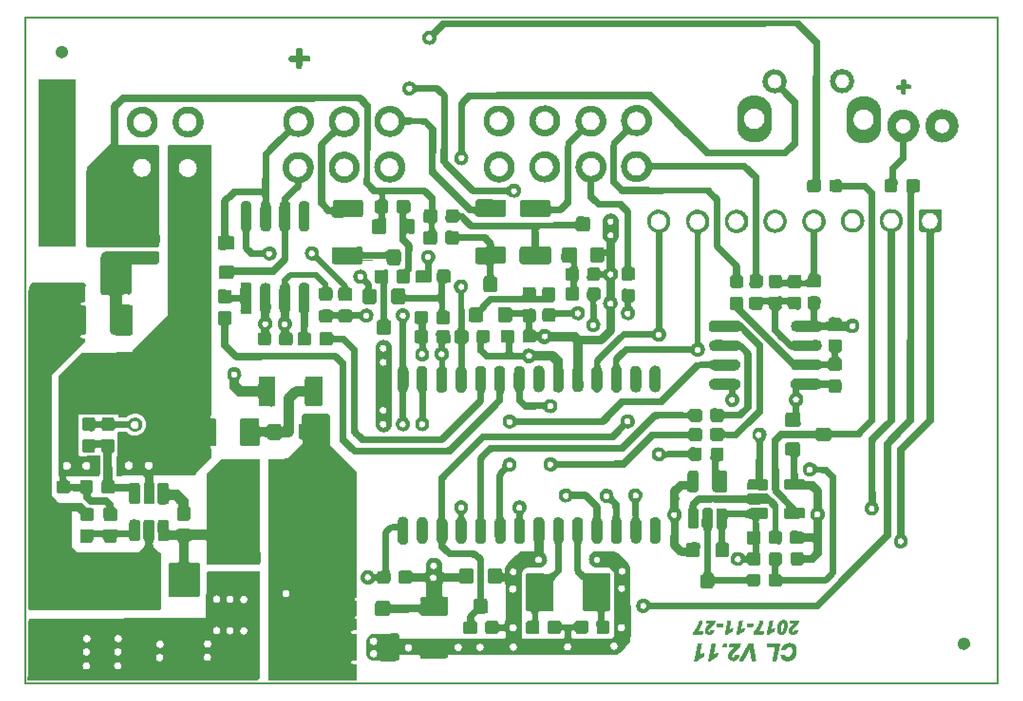
<source format=gbr>
G04 Jordi Esquerra gerber image generated from bmp*
%FSLAX33Y33*%
%MOMM*%
%SFA1.000B1.000*%
%MIA0B0*%
%IPPOS*%
%LNGerberFromImage*%
G01*
G04 Dark polarity*
%LPD*%
G36*
X-500Y702500D02*
Y-500D01*
X1025500D01*
Y702500D01*
X-500D01*
G37*
G04 Clear polarity*
%LPC*%
G36*
X1500Y700500D02*
Y1500D01*
X1023500D01*
Y700500D01*
X1500D01*
G37*
G04 Dark polarity*
%LPD*%
G36*
X2500Y7500D02*
Y3500D01*
X245500D01*
Y4500D01*
X246500D01*
Y5500D01*
X247500D01*
Y118500D01*
X192500D01*
Y117500D01*
X191500D01*
Y94500D01*
X190500D01*
Y69500D01*
X104500D01*
Y68500D01*
X4500D01*
Y66500D01*
X3500D01*
Y7500D01*
X2500D01*
G37*
G04 Dark polarity*
%LPD*%
G36*
X3500Y414500D02*
Y78500D01*
X4500D01*
Y77500D01*
X142500D01*
Y78500D01*
X143500D01*
Y137500D01*
X142500D01*
Y138500D01*
X140500D01*
Y139500D01*
X139500D01*
Y140500D01*
X138500D01*
Y141500D01*
X137500D01*
Y142500D01*
X136500D01*
Y143500D01*
X135500D01*
Y146500D01*
X134500D01*
Y148500D01*
X135500D01*
Y151500D01*
X136500D01*
Y171500D01*
X135500D01*
Y172500D01*
X125500D01*
Y170500D01*
X124500D01*
Y152500D01*
X125500D01*
Y150500D01*
X126500D01*
Y145500D01*
X125500D01*
Y143500D01*
X124500D01*
Y142500D01*
X123500D01*
Y141500D01*
X122500D01*
Y140500D01*
X121500D01*
Y139500D01*
X120500D01*
Y138500D01*
X54500D01*
Y139500D01*
X53500D01*
Y140500D01*
X52500D01*
Y141500D01*
X51500D01*
Y142500D01*
X50500D01*
Y143500D01*
X49500D01*
Y181500D01*
X55500D01*
Y180500D01*
X56500D01*
Y179500D01*
X57500D01*
Y178500D01*
X58500D01*
Y172500D01*
X59500D01*
Y171500D01*
X71500D01*
Y172500D01*
X72500D01*
Y184500D01*
X70500D01*
Y185500D01*
X64500D01*
Y186500D01*
X63500D01*
Y187500D01*
X62500D01*
Y188500D01*
X61500D01*
Y189500D01*
X60500D01*
Y190500D01*
X35500D01*
Y191500D01*
X33500D01*
Y193500D01*
X32500D01*
Y194500D01*
X31500D01*
Y195500D01*
X30500D01*
Y196500D01*
X29500D01*
Y197500D01*
X28500D01*
Y325500D01*
X29500D01*
Y326500D01*
X30500D01*
Y327500D01*
X31500D01*
Y328500D01*
X32500D01*
Y329500D01*
X33500D01*
Y330500D01*
X34500D01*
Y331500D01*
X35500D01*
Y332500D01*
X36500D01*
Y333500D01*
X37500D01*
Y334500D01*
X38500D01*
Y335500D01*
X39500D01*
Y336500D01*
X40500D01*
Y337500D01*
X41500D01*
Y338500D01*
X42500D01*
Y339500D01*
X43500D01*
Y340500D01*
X44500D01*
Y341500D01*
X45500D01*
Y342500D01*
X46500D01*
Y343500D01*
X47500D01*
Y344500D01*
X48500D01*
Y345500D01*
X49500D01*
Y346500D01*
X50500D01*
Y347500D01*
X51500D01*
Y348500D01*
X52500D01*
Y349500D01*
X53500D01*
Y350500D01*
X54500D01*
Y351500D01*
X55500D01*
Y352500D01*
X56500D01*
Y353500D01*
X57500D01*
Y354500D01*
X58500D01*
Y355500D01*
X59500D01*
Y356500D01*
X60500D01*
Y357500D01*
X61500D01*
Y358500D01*
X62500D01*
Y359500D01*
X63500D01*
Y363500D01*
X60500D01*
Y364500D01*
X58500D01*
Y366500D01*
X59500D01*
Y367500D01*
X63500D01*
Y368500D01*
X64500D01*
Y397500D01*
X63500D01*
Y398500D01*
X59500D01*
Y399500D01*
X58500D01*
Y400500D01*
X59500D01*
Y401500D01*
X62500D01*
Y402500D01*
X63500D01*
Y418500D01*
X64500D01*
Y420500D01*
X63500D01*
Y421500D01*
X62500D01*
Y422500D01*
X7500D01*
Y421500D01*
X6500D01*
Y420500D01*
X5500D01*
Y418500D01*
X4500D01*
Y414500D01*
X3500D01*
G37*
G04 Dark polarity*
%LPD*%
G36*
X14500Y636500D02*
Y460500D01*
X53500D01*
Y636500D01*
X14500D01*
G37*
G04 Dark polarity*
%LPD*%
G36*
X32500Y667500D02*
Y662500D01*
X33500D01*
Y660500D01*
X35500D01*
Y659500D01*
X37500D01*
Y658500D01*
X40500D01*
Y659500D01*
X42500D01*
Y660500D01*
X44500D01*
Y662500D01*
X45500D01*
Y667500D01*
X44500D01*
Y669500D01*
X43500D01*
Y670500D01*
X41500D01*
Y671500D01*
X36500D01*
Y670500D01*
X34500D01*
Y669500D01*
X33500D01*
Y667500D01*
X32500D01*
G37*
G04 Dark polarity*
%LPD*%
G36*
X33500Y213500D02*
Y201500D01*
X34500D01*
Y200500D01*
X46500D01*
Y201500D01*
X47500D01*
Y202500D01*
X48500D01*
Y203500D01*
X50500D01*
Y202500D01*
X58500D01*
Y200500D01*
X60500D01*
Y199500D01*
X61500D01*
Y194500D01*
X62500D01*
Y193500D01*
X63500D01*
Y192500D01*
X64500D01*
Y191500D01*
X65500D01*
Y190500D01*
X66500D01*
Y189500D01*
X67500D01*
Y188500D01*
X84500D01*
Y187500D01*
X85500D01*
Y185500D01*
X83500D01*
Y184500D01*
X82500D01*
Y174500D01*
X83500D01*
Y171500D01*
X96500D01*
Y172500D01*
X97500D01*
Y183500D01*
X96500D01*
Y184500D01*
X95500D01*
Y185500D01*
X94500D01*
Y186500D01*
X93500D01*
Y190500D01*
X92500D01*
Y191500D01*
X91500D01*
Y192500D01*
X90500D01*
Y193500D01*
X89500D01*
Y194500D01*
X88500D01*
Y195500D01*
X87500D01*
Y196500D01*
X70500D01*
Y197500D01*
X69500D01*
Y200500D01*
X70500D01*
Y201500D01*
X71500D01*
Y213500D01*
X70500D01*
Y214500D01*
X58500D01*
Y210500D01*
X47500D01*
Y213500D01*
X45500D01*
Y214500D01*
X44500D01*
Y215500D01*
X43500D01*
Y218500D01*
X78500D01*
Y220500D01*
X79500D01*
Y240500D01*
X65500D01*
Y239500D01*
X57500D01*
Y240500D01*
X56500D01*
Y283500D01*
X98500D01*
Y280500D01*
X107500D01*
Y281500D01*
X108500D01*
Y282500D01*
X110500D01*
Y283500D01*
X113500D01*
Y284500D01*
X119500D01*
Y283500D01*
X121500D01*
Y282500D01*
X123500D01*
Y281500D01*
X124500D01*
Y280500D01*
X125500D01*
Y278500D01*
X126500D01*
Y276500D01*
X127500D01*
Y269500D01*
X126500D01*
Y267500D01*
X125500D01*
Y265500D01*
X124500D01*
Y264500D01*
X123500D01*
Y263500D01*
X121500D01*
Y262500D01*
X119500D01*
Y261500D01*
X111500D01*
Y262500D01*
X109500D01*
Y263500D01*
X108500D01*
Y264500D01*
X107500D01*
Y265500D01*
X98500D01*
Y264500D01*
X97500D01*
Y239500D01*
X96500D01*
Y218500D01*
X102500D01*
Y219500D01*
X124500D01*
Y218500D01*
X125500D01*
Y217500D01*
X126500D01*
Y211500D01*
X125500D01*
Y189500D01*
X136500D01*
Y211500D01*
X135500D01*
Y219500D01*
X179500D01*
Y220500D01*
X180500D01*
Y222500D01*
X181500D01*
Y223500D01*
X182500D01*
Y224500D01*
X183500D01*
Y225500D01*
X184500D01*
Y226500D01*
X185500D01*
Y227500D01*
X186500D01*
Y228500D01*
X187500D01*
Y229500D01*
X188500D01*
Y230500D01*
X189500D01*
Y231500D01*
X190500D01*
Y232500D01*
X191500D01*
Y233500D01*
X192500D01*
Y234500D01*
X193500D01*
Y235500D01*
X194500D01*
Y236500D01*
X195500D01*
Y237500D01*
X196500D01*
Y247500D01*
X195500D01*
Y250500D01*
X201500D01*
Y278500D01*
X200500D01*
Y279500D01*
X195500D01*
Y282500D01*
X196500D01*
Y567500D01*
X151500D01*
Y566500D01*
X150500D01*
Y387500D01*
X149500D01*
Y386500D01*
X148500D01*
Y385500D01*
X147500D01*
Y384500D01*
X146500D01*
Y383500D01*
X145500D01*
Y382500D01*
X144500D01*
Y381500D01*
X143500D01*
Y380500D01*
X142500D01*
Y379500D01*
X141500D01*
Y378500D01*
X140500D01*
Y377500D01*
X139500D01*
Y376500D01*
X138500D01*
Y375500D01*
X137500D01*
Y374500D01*
X136500D01*
Y373500D01*
X135500D01*
Y372500D01*
X134500D01*
Y371500D01*
X133500D01*
Y370500D01*
X132500D01*
Y369500D01*
X131500D01*
Y368500D01*
X130500D01*
Y367500D01*
X129500D01*
Y366500D01*
X128500D01*
Y365500D01*
X127500D01*
Y364500D01*
X126500D01*
Y363500D01*
X125500D01*
Y362500D01*
X124500D01*
Y361500D01*
X123500D01*
Y360500D01*
X122500D01*
Y359500D01*
X121500D01*
Y358500D01*
X120500D01*
Y357500D01*
X119500D01*
Y356500D01*
X118500D01*
Y355500D01*
X117500D01*
Y354500D01*
X116500D01*
Y353500D01*
X115500D01*
Y352500D01*
X114500D01*
Y351500D01*
X113500D01*
Y349500D01*
X96500D01*
Y348500D01*
X59500D01*
Y347500D01*
X58500D01*
Y346500D01*
X57500D01*
Y345500D01*
X56500D01*
Y344500D01*
X55500D01*
Y343500D01*
X54500D01*
Y342500D01*
X53500D01*
Y341500D01*
X52500D01*
Y340500D01*
X51500D01*
Y339500D01*
X50500D01*
Y338500D01*
X49500D01*
Y337500D01*
X48500D01*
Y336500D01*
X47500D01*
Y335500D01*
X46500D01*
Y334500D01*
X45500D01*
Y333500D01*
X44500D01*
Y332500D01*
X43500D01*
Y331500D01*
X42500D01*
Y330500D01*
X41500D01*
Y329500D01*
X40500D01*
Y328500D01*
X39500D01*
Y327500D01*
X38500D01*
Y326500D01*
X37500D01*
Y325500D01*
X36500D01*
Y324500D01*
X35500D01*
Y218500D01*
X36500D01*
Y213500D01*
X33500D01*
G37*
G04 Clear polarity*
%LPC*%
G36*
X40500Y232500D02*
Y226500D01*
X41500D01*
Y225500D01*
X46500D01*
Y226500D01*
X47500D01*
Y227500D01*
X48500D01*
Y231500D01*
X47500D01*
Y232500D01*
X46500D01*
Y233500D01*
X41500D01*
Y232500D01*
X40500D01*
G37*
G04 Dark polarity*
%LPD*%
G36*
X58500Y162500D02*
Y148500D01*
X70500D01*
Y149500D01*
X71500D01*
Y151500D01*
X72500D01*
Y154500D01*
X81500D01*
Y153500D01*
X82500D01*
Y151500D01*
X83500D01*
Y149500D01*
X84500D01*
Y148500D01*
X95500D01*
Y149500D01*
X96500D01*
Y153500D01*
X97500D01*
Y154500D01*
X109500D01*
Y152500D01*
X110500D01*
Y150500D01*
X120500D01*
Y151500D01*
X121500D01*
Y171500D01*
X120500D01*
Y172500D01*
X116500D01*
Y173500D01*
X113500D01*
Y172500D01*
X110500D01*
Y169500D01*
X109500D01*
Y161500D01*
X97500D01*
Y162500D01*
X82500D01*
Y161500D01*
X72500D01*
Y162500D01*
X58500D01*
G37*
G04 Dark polarity*
%LPD*%
G36*
X60500Y279500D02*
Y267500D01*
X61500D01*
Y266500D01*
X68500D01*
Y265500D01*
X71500D01*
Y266500D01*
X73500D01*
Y268500D01*
X74500D01*
Y269500D01*
X80500D01*
Y268500D01*
X81500D01*
Y266500D01*
X93500D01*
Y267500D01*
X94500D01*
Y268500D01*
X95500D01*
Y269500D01*
X109500D01*
Y268500D01*
X110500D01*
Y267500D01*
X111500D01*
Y266500D01*
X113500D01*
Y265500D01*
X118500D01*
Y266500D01*
X120500D01*
Y267500D01*
X122500D01*
Y269500D01*
X123500D01*
Y276500D01*
X122500D01*
Y277500D01*
X121500D01*
Y278500D01*
X120500D01*
Y279500D01*
X118500D01*
Y280500D01*
X114500D01*
Y279500D01*
X111500D01*
Y278500D01*
X110500D01*
Y277500D01*
X109500D01*
Y276500D01*
X94500D01*
Y278500D01*
X93500D01*
Y280500D01*
X81500D01*
Y277500D01*
X80500D01*
Y276500D01*
X74500D01*
Y278500D01*
X73500D01*
Y280500D01*
X61500D01*
Y279500D01*
X60500D01*
G37*
G04 Dark polarity*
%LPD*%
G36*
X60500Y256500D02*
Y244500D01*
X61500D01*
Y243500D01*
X73500D01*
Y247500D01*
X74500D01*
Y248500D01*
X80500D01*
Y244500D01*
X81500D01*
Y243500D01*
X82500D01*
Y214500D01*
X81500D01*
Y212500D01*
X80500D01*
Y201500D01*
X81500D01*
Y200500D01*
X94500D01*
Y202500D01*
X109500D01*
Y191500D01*
X110500D01*
Y189500D01*
X120500D01*
Y190500D01*
X121500D01*
Y209500D01*
X120500D01*
Y211500D01*
X110500D01*
Y210500D01*
X94500D01*
Y213500D01*
X93500D01*
Y214500D01*
X92500D01*
Y228500D01*
X91500D01*
Y242500D01*
X92500D01*
Y243500D01*
X93500D01*
Y244500D01*
X94500D01*
Y256500D01*
X93500D01*
Y257500D01*
X80500D01*
Y256500D01*
X73500D01*
Y257500D01*
X61500D01*
Y256500D01*
X60500D01*
G37*
G04 Clear polarity*
%LPC*%
G36*
X60500Y231500D02*
Y227500D01*
X61500D01*
Y226500D01*
X62500D01*
Y225500D01*
X67500D01*
Y226500D01*
X68500D01*
Y232500D01*
X67500D01*
Y233500D01*
X62500D01*
Y232500D01*
X61500D01*
Y231500D01*
X60500D01*
G37*
G04 Clear polarity*
%LPC*%
G36*
X60500Y19500D02*
Y18500D01*
X61500D01*
Y15500D01*
X67500D01*
Y16500D01*
X68500D01*
Y20500D01*
X67500D01*
Y22500D01*
X62500D01*
Y21500D01*
X61500D01*
Y19500D01*
X60500D01*
G37*
G04 Clear polarity*
%LPC*%
G36*
X61500Y49500D02*
Y45500D01*
X62500D01*
Y44500D01*
X63500D01*
Y43500D01*
X66500D01*
Y44500D01*
X68500D01*
Y46500D01*
X69500D01*
Y48500D01*
X68500D01*
Y50500D01*
X66500D01*
Y51500D01*
X63500D01*
Y50500D01*
X62500D01*
Y49500D01*
X61500D01*
G37*
G04 Clear polarity*
%LPC*%
G36*
X61500Y36500D02*
Y30500D01*
X63500D01*
Y29500D01*
X66500D01*
Y30500D01*
X67500D01*
Y31500D01*
X68500D01*
Y35500D01*
X67500D01*
Y36500D01*
X66500D01*
Y37500D01*
X63500D01*
Y36500D01*
X61500D01*
G37*
G04 Dark polarity*
%LPD*%
G36*
X64500Y540500D02*
Y460500D01*
X65500D01*
Y459500D01*
X140500D01*
Y460500D01*
X141500D01*
Y464500D01*
X142500D01*
Y472500D01*
X141500D01*
Y566500D01*
X140500D01*
Y567500D01*
X98500D01*
Y606500D01*
X99500D01*
Y607500D01*
X100500D01*
Y608500D01*
X101500D01*
Y609500D01*
X102500D01*
Y610500D01*
X103500D01*
Y611500D01*
X104500D01*
Y612500D01*
X305500D01*
Y613500D01*
X350500D01*
Y612500D01*
X352500D01*
Y610500D01*
X353500D01*
Y609500D01*
X354500D01*
Y608500D01*
X355500D01*
Y607500D01*
X356500D01*
Y606500D01*
X357500D01*
Y532500D01*
X356500D01*
Y525500D01*
X357500D01*
Y524500D01*
X358500D01*
Y523500D01*
X359500D01*
Y522500D01*
X360500D01*
Y521500D01*
X361500D01*
Y519500D01*
X362500D01*
Y518500D01*
X363500D01*
Y517500D01*
X364500D01*
Y516500D01*
X365500D01*
Y515500D01*
X372500D01*
Y514500D01*
X373500D01*
Y510500D01*
X372500D01*
Y509500D01*
X370500D01*
Y508500D01*
X368500D01*
Y496500D01*
X369500D01*
Y495500D01*
X371500D01*
Y494500D01*
X372500D01*
Y490500D01*
X371500D01*
Y489500D01*
X367500D01*
Y488500D01*
X365500D01*
Y474500D01*
X366500D01*
Y473500D01*
X379500D01*
Y474500D01*
X380500D01*
Y490500D01*
X379500D01*
Y495500D01*
X381500D01*
Y496500D01*
X382500D01*
Y508500D01*
X381500D01*
Y509500D01*
X380500D01*
Y510500D01*
X379500D01*
Y515500D01*
X419500D01*
Y514500D01*
X420500D01*
Y513500D01*
X421500D01*
Y512500D01*
X422500D01*
Y511500D01*
X423500D01*
Y510500D01*
X424500D01*
Y509500D01*
X425500D01*
Y499500D01*
X420500D01*
Y496500D01*
X419500D01*
Y486500D01*
X420500D01*
Y485500D01*
X424500D01*
Y484500D01*
X425500D01*
Y477500D01*
X424500D01*
Y476500D01*
X420500D01*
Y475500D01*
X419500D01*
Y463500D01*
X420500D01*
Y462500D01*
X433500D01*
Y464500D01*
X434500D01*
Y475500D01*
X433500D01*
Y477500D01*
X432500D01*
Y479500D01*
X431500D01*
Y484500D01*
X432500D01*
Y485500D01*
X433500D01*
Y486500D01*
X434500D01*
Y498500D01*
X433500D01*
Y499500D01*
X432500D01*
Y513500D01*
X431500D01*
Y514500D01*
X430500D01*
Y515500D01*
X429500D01*
Y516500D01*
X428500D01*
Y517500D01*
X427500D01*
Y518500D01*
X426500D01*
Y519500D01*
X425500D01*
Y520500D01*
X424500D01*
Y521500D01*
X422500D01*
Y522500D01*
X369500D01*
Y523500D01*
X368500D01*
Y524500D01*
X367500D01*
Y525500D01*
X366500D01*
Y526500D01*
X365500D01*
Y527500D01*
X364500D01*
Y528500D01*
X363500D01*
Y561500D01*
X364500D01*
Y610500D01*
X363500D01*
Y611500D01*
X362500D01*
Y612500D01*
X361500D01*
Y613500D01*
X360500D01*
Y615500D01*
X359500D01*
Y616500D01*
X358500D01*
Y617500D01*
X357500D01*
Y618500D01*
X356500D01*
Y619500D01*
X354500D01*
Y620500D01*
X101500D01*
Y619500D01*
X100500D01*
Y618500D01*
X99500D01*
Y617500D01*
X98500D01*
Y616500D01*
X97500D01*
Y615500D01*
X96500D01*
Y614500D01*
X95500D01*
Y613500D01*
X93500D01*
Y612500D01*
X92500D01*
Y611500D01*
X91500D01*
Y609500D01*
X90500D01*
Y568500D01*
X89500D01*
Y567500D01*
X88500D01*
Y566500D01*
X87500D01*
Y565500D01*
X86500D01*
Y564500D01*
X85500D01*
Y563500D01*
X84500D01*
Y562500D01*
X83500D01*
Y561500D01*
X82500D01*
Y560500D01*
X81500D01*
Y559500D01*
X80500D01*
Y558500D01*
X79500D01*
Y557500D01*
X78500D01*
Y556500D01*
X77500D01*
Y555500D01*
X76500D01*
Y554500D01*
X75500D01*
Y553500D01*
X74500D01*
Y552500D01*
X73500D01*
Y551500D01*
X72500D01*
Y550500D01*
X71500D01*
Y549500D01*
X70500D01*
Y548500D01*
X69500D01*
Y547500D01*
X68500D01*
Y546500D01*
X67500D01*
Y545500D01*
X66500D01*
Y544500D01*
X65500D01*
Y540500D01*
X64500D01*
G37*
G04 Dark polarity*
%LPD*%
G36*
X79500Y449500D02*
Y411500D01*
X80500D01*
Y409500D01*
X88500D01*
Y408500D01*
X89500D01*
Y370500D01*
X90500D01*
Y368500D01*
X92500D01*
Y367500D01*
X95500D01*
Y366500D01*
X111500D01*
Y367500D01*
X113500D01*
Y398500D01*
X110500D01*
Y399500D01*
X102500D01*
Y409500D01*
X104500D01*
Y410500D01*
X108500D01*
Y409500D01*
X110500D01*
Y410500D01*
X111500D01*
Y411500D01*
X112500D01*
Y441500D01*
X139500D01*
Y442500D01*
X140500D01*
Y443500D01*
X141500D01*
Y454500D01*
X140500D01*
Y455500D01*
X84500D01*
Y454500D01*
X82500D01*
Y453500D01*
X81500D01*
Y452500D01*
X80500D01*
Y449500D01*
X79500D01*
G37*
G04 Clear polarity*
%LPC*%
G36*
X93500Y19500D02*
Y18500D01*
X94500D01*
Y16500D01*
X95500D01*
Y15500D01*
X100500D01*
Y16500D01*
X101500D01*
Y20500D01*
X100500D01*
Y22500D01*
X95500D01*
Y21500D01*
X94500D01*
Y19500D01*
X93500D01*
G37*
G04 Clear polarity*
%LPC*%
G36*
X94500Y49500D02*
Y45500D01*
X95500D01*
Y44500D01*
X97500D01*
Y43500D01*
X99500D01*
Y44500D01*
X101500D01*
Y46500D01*
X102500D01*
Y48500D01*
X101500D01*
Y50500D01*
X99500D01*
Y51500D01*
X96500D01*
Y50500D01*
X95500D01*
Y49500D01*
X94500D01*
G37*
G04 Clear polarity*
%LPC*%
G36*
X94500Y36500D02*
Y30500D01*
X96500D01*
Y29500D01*
X99500D01*
Y30500D01*
X100500D01*
Y31500D01*
X101500D01*
Y36500D01*
X99500D01*
Y37500D01*
X96500D01*
Y36500D01*
X94500D01*
G37*
G04 Clear polarity*
%LPC*%
G36*
X105500Y232500D02*
Y227500D01*
X106500D01*
Y226500D01*
X107500D01*
Y225500D01*
X111500D01*
Y226500D01*
X112500D01*
Y227500D01*
X113500D01*
Y232500D01*
X112500D01*
Y233500D01*
X110500D01*
Y234500D01*
X108500D01*
Y233500D01*
X106500D01*
Y232500D01*
X105500D01*
G37*
G04 Dark polarity*
%LPD*%
G36*
X107500Y596500D02*
Y586500D01*
X108500D01*
Y583500D01*
X109500D01*
Y582500D01*
X110500D01*
Y580500D01*
X111500D01*
Y579500D01*
X112500D01*
Y578500D01*
X114500D01*
Y577500D01*
X115500D01*
Y576500D01*
X117500D01*
Y575500D01*
X129500D01*
Y576500D01*
X131500D01*
Y577500D01*
X133500D01*
Y578500D01*
X134500D01*
Y579500D01*
X135500D01*
Y580500D01*
X136500D01*
Y581500D01*
X137500D01*
Y583500D01*
X138500D01*
Y585500D01*
X139500D01*
Y596500D01*
X138500D01*
Y599500D01*
X137500D01*
Y600500D01*
X136500D01*
Y602500D01*
X135500D01*
Y603500D01*
X133500D01*
Y604500D01*
X132500D01*
Y605500D01*
X130500D01*
Y606500D01*
X128500D01*
Y607500D01*
X119500D01*
Y606500D01*
X116500D01*
Y605500D01*
X114500D01*
Y604500D01*
X113500D01*
Y603500D01*
X111500D01*
Y601500D01*
X110500D01*
Y600500D01*
X109500D01*
Y598500D01*
X108500D01*
Y596500D01*
X107500D01*
G37*
G04 Clear polarity*
%LPC*%
G36*
X111500Y274500D02*
Y270500D01*
X112500D01*
Y269500D01*
X113500D01*
Y268500D01*
X118500D01*
Y269500D01*
X119500D01*
Y275500D01*
X118500D01*
Y276500D01*
X113500D01*
Y275500D01*
X112500D01*
Y274500D01*
X111500D01*
G37*
G04 Clear polarity*
%LPC*%
G36*
X113500Y544500D02*
Y542500D01*
X114500D01*
Y538500D01*
X115500D01*
Y537500D01*
X116500D01*
Y536500D01*
X117500D01*
Y535500D01*
X118500D01*
Y534500D01*
X121500D01*
Y533500D01*
X124500D01*
Y534500D01*
X128500D01*
Y535500D01*
X129500D01*
Y536500D01*
X130500D01*
Y537500D01*
X131500D01*
Y539500D01*
X132500D01*
Y547500D01*
X131500D01*
Y548500D01*
X130500D01*
Y550500D01*
X128500D01*
Y551500D01*
X127500D01*
Y552500D01*
X119500D01*
Y551500D01*
X117500D01*
Y550500D01*
X116500D01*
Y549500D01*
X115500D01*
Y547500D01*
X114500D01*
Y544500D01*
X113500D01*
G37*
G04 Clear polarity*
%LPC*%
G36*
X114500Y594500D02*
Y587500D01*
X115500D01*
Y585500D01*
X116500D01*
Y584500D01*
X117500D01*
Y583500D01*
X118500D01*
Y582500D01*
X121500D01*
Y581500D01*
X126500D01*
Y582500D01*
X128500D01*
Y583500D01*
X130500D01*
Y584500D01*
X131500D01*
Y586500D01*
X132500D01*
Y589500D01*
X133500D01*
Y592500D01*
X132500D01*
Y595500D01*
X131500D01*
Y597500D01*
X130500D01*
Y598500D01*
X128500D01*
Y599500D01*
X126500D01*
Y600500D01*
X120500D01*
Y599500D01*
X118500D01*
Y598500D01*
X117500D01*
Y597500D01*
X116500D01*
Y596500D01*
X115500D01*
Y594500D01*
X114500D01*
G37*
G04 Clear polarity*
%LPC*%
G36*
X126500Y232500D02*
Y227500D01*
X127500D01*
Y226500D01*
X128500D01*
Y225500D01*
X132500D01*
Y226500D01*
X133500D01*
Y227500D01*
X134500D01*
Y232500D01*
X133500D01*
Y233500D01*
X127500D01*
Y232500D01*
X126500D01*
G37*
G04 Clear polarity*
%LPC*%
G36*
X138500Y43500D02*
Y39500D01*
X139500D01*
Y38500D01*
X141500D01*
Y37500D01*
X143500D01*
Y38500D01*
X145500D01*
Y40500D01*
X146500D01*
Y42500D01*
X145500D01*
Y44500D01*
X144500D01*
Y45500D01*
X140500D01*
Y44500D01*
X139500D01*
Y43500D01*
X138500D01*
G37*
G04 Clear polarity*
%LPC*%
G36*
X138500Y30500D02*
Y24500D01*
X140500D01*
Y23500D01*
X143500D01*
Y24500D01*
X144500D01*
Y25500D01*
X145500D01*
Y30500D01*
X143500D01*
Y31500D01*
X140500D01*
Y30500D01*
X138500D01*
G37*
G04 Dark polarity*
%LPD*%
G36*
X139500Y210500D02*
Y190500D01*
X140500D01*
Y189500D01*
X141500D01*
Y188500D01*
X148500D01*
Y189500D01*
X151500D01*
Y192500D01*
X152500D01*
Y193500D01*
X157500D01*
Y192500D01*
X158500D01*
Y191500D01*
X159500D01*
Y189500D01*
X161500D01*
Y185500D01*
X160500D01*
Y172500D01*
X161500D01*
Y171500D01*
X172500D01*
Y172500D01*
X173500D01*
Y173500D01*
X174500D01*
Y185500D01*
X173500D01*
Y186500D01*
X172500D01*
Y194500D01*
X171500D01*
Y195500D01*
X170500D01*
Y196500D01*
X169500D01*
Y197500D01*
X168500D01*
Y198500D01*
X167500D01*
Y199500D01*
X166500D01*
Y200500D01*
X165500D01*
Y201500D01*
X164500D01*
Y202500D01*
X163500D01*
Y203500D01*
X162500D01*
Y204500D01*
X152500D01*
Y205500D01*
X151500D01*
Y210500D01*
X150500D01*
Y211500D01*
X140500D01*
Y210500D01*
X139500D01*
G37*
G04 Dark polarity*
%LPD*%
G36*
X139500Y169500D02*
Y159500D01*
X140500D01*
Y150500D01*
X151500D01*
Y151500D01*
X160500D01*
Y150500D01*
X161500D01*
Y148500D01*
X162500D01*
Y128500D01*
X161500D01*
Y127500D01*
X152500D01*
Y126500D01*
X151500D01*
Y91500D01*
X183500D01*
Y92500D01*
X184500D01*
Y126500D01*
X183500D01*
Y127500D01*
X173500D01*
Y128500D01*
X172500D01*
Y149500D01*
X173500D01*
Y150500D01*
X175500D01*
Y151500D01*
X190500D01*
Y150500D01*
X191500D01*
Y125500D01*
X247500D01*
Y127500D01*
X248500D01*
Y138500D01*
X247500D01*
Y236500D01*
X206500D01*
Y235500D01*
X205500D01*
Y234500D01*
X204500D01*
Y233500D01*
X203500D01*
Y232500D01*
X202500D01*
Y231500D01*
X201500D01*
Y230500D01*
X200500D01*
Y229500D01*
X199500D01*
Y228500D01*
X198500D01*
Y227500D01*
X197500D01*
Y226500D01*
X196500D01*
Y225500D01*
X195500D01*
Y224500D01*
X194500D01*
Y223500D01*
X193500D01*
Y222500D01*
X192500D01*
Y221500D01*
X191500D01*
Y162500D01*
X173500D01*
Y163500D01*
X161500D01*
Y162500D01*
X159500D01*
Y161500D01*
X152500D01*
Y162500D01*
X151500D01*
Y171500D01*
X150500D01*
Y172500D01*
X140500D01*
Y169500D01*
X139500D01*
G37*
G04 Dark polarity*
%LPD*%
G36*
X155500Y594500D02*
Y588500D01*
X156500D01*
Y584500D01*
X157500D01*
Y583500D01*
X158500D01*
Y581500D01*
X159500D01*
Y580500D01*
X160500D01*
Y579500D01*
X161500D01*
Y578500D01*
X162500D01*
Y577500D01*
X164500D01*
Y576500D01*
X167500D01*
Y575500D01*
X176500D01*
Y576500D01*
X179500D01*
Y577500D01*
X181500D01*
Y578500D01*
X182500D01*
Y579500D01*
X183500D01*
Y580500D01*
X184500D01*
Y581500D01*
X185500D01*
Y583500D01*
X186500D01*
Y584500D01*
X187500D01*
Y588500D01*
X188500D01*
Y594500D01*
X187500D01*
Y598500D01*
X186500D01*
Y600500D01*
X185500D01*
Y601500D01*
X184500D01*
Y602500D01*
X183500D01*
Y603500D01*
X182500D01*
Y604500D01*
X181500D01*
Y605500D01*
X179500D01*
Y606500D01*
X177500D01*
Y607500D01*
X166500D01*
Y606500D01*
X164500D01*
Y605500D01*
X162500D01*
Y604500D01*
X161500D01*
Y603500D01*
X160500D01*
Y602500D01*
X159500D01*
Y601500D01*
X158500D01*
Y600500D01*
X157500D01*
Y598500D01*
X156500D01*
Y594500D01*
X155500D01*
G37*
G04 Clear polarity*
%LPC*%
G36*
X161500Y591500D02*
Y590500D01*
X162500D01*
Y586500D01*
X163500D01*
Y585500D01*
X164500D01*
Y584500D01*
X165500D01*
Y583500D01*
X166500D01*
Y582500D01*
X170500D01*
Y581500D01*
X172500D01*
Y582500D01*
X176500D01*
Y583500D01*
X177500D01*
Y584500D01*
X178500D01*
Y585500D01*
X179500D01*
Y587500D01*
X180500D01*
Y595500D01*
X179500D01*
Y597500D01*
X178500D01*
Y598500D01*
X177500D01*
Y599500D01*
X175500D01*
Y600500D01*
X167500D01*
Y599500D01*
X165500D01*
Y598500D01*
X164500D01*
Y597500D01*
X163500D01*
Y595500D01*
X162500D01*
Y591500D01*
X161500D01*
G37*
G04 Clear polarity*
%LPC*%
G36*
X162500Y547500D02*
Y538500D01*
X163500D01*
Y537500D01*
X164500D01*
Y536500D01*
X165500D01*
Y535500D01*
X166500D01*
Y534500D01*
X169500D01*
Y533500D01*
X174500D01*
Y534500D01*
X176500D01*
Y535500D01*
X178500D01*
Y537500D01*
X179500D01*
Y538500D01*
X180500D01*
Y542500D01*
X181500D01*
Y543500D01*
X180500D01*
Y547500D01*
X179500D01*
Y548500D01*
X178500D01*
Y550500D01*
X176500D01*
Y551500D01*
X174500D01*
Y552500D01*
X168500D01*
Y551500D01*
X166500D01*
Y550500D01*
X164500D01*
Y548500D01*
X163500D01*
Y547500D01*
X162500D01*
G37*
G04 Clear polarity*
%LPC*%
G36*
X188500Y43500D02*
Y40500D01*
X189500D01*
Y38500D01*
X195500D01*
Y40500D01*
X196500D01*
Y43500D01*
X195500D01*
Y45500D01*
X189500D01*
Y43500D01*
X188500D01*
G37*
G04 Clear polarity*
%LPC*%
G36*
X188500Y29500D02*
Y25500D01*
X189500D01*
Y24500D01*
X195500D01*
Y27500D01*
X196500D01*
Y28500D01*
X195500D01*
Y30500D01*
X194500D01*
Y31500D01*
X189500D01*
Y29500D01*
X188500D01*
G37*
G04 Clear polarity*
%LPC*%
G36*
X198500Y91500D02*
Y86500D01*
X199500D01*
Y85500D01*
X204500D01*
Y86500D01*
X205500D01*
Y91500D01*
X204500D01*
Y92500D01*
X202500D01*
Y93500D01*
X201500D01*
Y92500D01*
X199500D01*
Y91500D01*
X198500D01*
G37*
G04 Clear polarity*
%LPC*%
G36*
X198500Y58500D02*
Y53500D01*
X199500D01*
Y52500D01*
X204500D01*
Y53500D01*
X205500D01*
Y58500D01*
X204500D01*
Y59500D01*
X202500D01*
Y60500D01*
X201500D01*
Y59500D01*
X199500D01*
Y58500D01*
X198500D01*
G37*
G04 Dark polarity*
%LPD*%
G36*
X203500Y471500D02*
Y457500D01*
X205500D01*
Y456500D01*
X211500D01*
Y457500D01*
X220500D01*
Y470500D01*
X219500D01*
Y471500D01*
X215500D01*
Y472500D01*
X214500D01*
Y507500D01*
X215500D01*
Y508500D01*
X216500D01*
Y509500D01*
X218500D01*
Y510500D01*
X219500D01*
Y511500D01*
X220500D01*
Y512500D01*
X221500D01*
Y513500D01*
X222500D01*
Y514500D01*
X249500D01*
Y512500D01*
X250500D01*
Y508500D01*
X249500D01*
Y506500D01*
X248500D01*
Y501500D01*
X247500D01*
Y480500D01*
X248500D01*
Y477500D01*
X250500D01*
Y476500D01*
X257500D01*
Y477500D01*
X258500D01*
Y479500D01*
X259500D01*
Y503500D01*
X258500D01*
Y506500D01*
X257500D01*
Y556500D01*
X258500D01*
Y557500D01*
X259500D01*
Y558500D01*
X260500D01*
Y559500D01*
X261500D01*
Y560500D01*
X262500D01*
Y561500D01*
X263500D01*
Y562500D01*
X264500D01*
Y563500D01*
X265500D01*
Y564500D01*
X266500D01*
Y565500D01*
X267500D01*
Y566500D01*
X268500D01*
Y567500D01*
X269500D01*
Y568500D01*
X270500D01*
Y569500D01*
X271500D01*
Y570500D01*
X272500D01*
Y571500D01*
X273500D01*
Y572500D01*
X274500D01*
Y573500D01*
X275500D01*
Y574500D01*
X276500D01*
Y575500D01*
X277500D01*
Y576500D01*
X278500D01*
Y577500D01*
X281500D01*
Y576500D01*
X286500D01*
Y575500D01*
X289500D01*
Y576500D01*
X294500D01*
Y577500D01*
X296500D01*
Y578500D01*
X298500D01*
Y579500D01*
X299500D01*
Y580500D01*
X300500D01*
Y581500D01*
X301500D01*
Y583500D01*
X302500D01*
Y585500D01*
X303500D01*
Y587500D01*
X304500D01*
Y596500D01*
X303500D01*
Y599500D01*
X302500D01*
Y601500D01*
X301500D01*
Y602500D01*
X300500D01*
Y603500D01*
X299500D01*
Y604500D01*
X298500D01*
Y605500D01*
X297500D01*
Y606500D01*
X295500D01*
Y607500D01*
X292500D01*
Y608500D01*
X284500D01*
Y607500D01*
X281500D01*
Y606500D01*
X279500D01*
Y605500D01*
X278500D01*
Y604500D01*
X276500D01*
Y603500D01*
X275500D01*
Y601500D01*
X274500D01*
Y600500D01*
X273500D01*
Y597500D01*
X272500D01*
Y586500D01*
X273500D01*
Y583500D01*
X274500D01*
Y582500D01*
X273500D01*
Y581500D01*
X272500D01*
Y580500D01*
X271500D01*
Y579500D01*
X270500D01*
Y578500D01*
X269500D01*
Y577500D01*
X268500D01*
Y576500D01*
X266500D01*
Y575500D01*
X265500D01*
Y574500D01*
X264500D01*
Y573500D01*
X263500D01*
Y572500D01*
X262500D01*
Y571500D01*
X261500D01*
Y570500D01*
X260500D01*
Y569500D01*
X259500D01*
Y568500D01*
X258500D01*
Y567500D01*
X257500D01*
Y566500D01*
X256500D01*
Y565500D01*
X255500D01*
Y563500D01*
X254500D01*
Y562500D01*
X253500D01*
Y561500D01*
X252500D01*
Y560500D01*
X251500D01*
Y559500D01*
X250500D01*
Y532500D01*
X249500D01*
Y521500D01*
X218500D01*
Y520500D01*
X217500D01*
Y519500D01*
X216500D01*
Y518500D01*
X215500D01*
Y517500D01*
X214500D01*
Y516500D01*
X213500D01*
Y515500D01*
X212500D01*
Y514500D01*
X210500D01*
Y513500D01*
X209500D01*
Y512500D01*
X208500D01*
Y511500D01*
X207500D01*
Y509500D01*
X206500D01*
Y471500D01*
X203500D01*
G37*
G04 Dark polarity*
%LPD*%
G36*
X203500Y414500D02*
Y401500D01*
X204500D01*
Y400500D01*
X216500D01*
Y401500D01*
X218500D01*
Y402500D01*
X226500D01*
Y400500D01*
X227500D01*
Y393500D01*
X226500D01*
Y392500D01*
X227500D01*
Y389500D01*
X238500D01*
Y421500D01*
X237500D01*
Y422500D01*
X227500D01*
Y416500D01*
X226500D01*
Y409500D01*
X217500D01*
Y414500D01*
X211500D01*
Y415500D01*
X204500D01*
Y414500D01*
X203500D01*
G37*
G04 Dark polarity*
%LPD*%
G36*
X203500Y391500D02*
Y378500D01*
X204500D01*
Y377500D01*
X206500D01*
Y354500D01*
X207500D01*
Y353500D01*
X208500D01*
Y352500D01*
X209500D01*
Y351500D01*
X210500D01*
Y350500D01*
X211500D01*
Y349500D01*
X212500D01*
Y348500D01*
X213500D01*
Y347500D01*
X214500D01*
Y346500D01*
X215500D01*
Y345500D01*
X216500D01*
Y344500D01*
X217500D01*
Y343500D01*
X218500D01*
Y342500D01*
X219500D01*
Y341500D01*
X221500D01*
Y340500D01*
X249500D01*
Y341500D01*
X325500D01*
Y340500D01*
X326500D01*
Y339500D01*
X327500D01*
Y338500D01*
X328500D01*
Y337500D01*
X329500D01*
Y336500D01*
X330500D01*
Y335500D01*
X331500D01*
Y254500D01*
X332500D01*
Y253500D01*
X333500D01*
Y252500D01*
X334500D01*
Y251500D01*
X335500D01*
Y250500D01*
X336500D01*
Y249500D01*
X337500D01*
Y248500D01*
X338500D01*
Y247500D01*
X339500D01*
Y246500D01*
X340500D01*
Y245500D01*
X341500D01*
Y244500D01*
X343500D01*
Y243500D01*
X344500D01*
Y242500D01*
X345500D01*
Y241500D01*
X449500D01*
Y242500D01*
X450500D01*
Y243500D01*
X451500D01*
Y244500D01*
X452500D01*
Y245500D01*
X453500D01*
Y246500D01*
X454500D01*
Y247500D01*
X455500D01*
Y248500D01*
X456500D01*
Y249500D01*
X457500D01*
Y250500D01*
X458500D01*
Y251500D01*
X459500D01*
Y252500D01*
X460500D01*
Y253500D01*
X461500D01*
Y254500D01*
X462500D01*
Y255500D01*
X463500D01*
Y256500D01*
X464500D01*
Y257500D01*
X465500D01*
Y258500D01*
X466500D01*
Y259500D01*
X467500D01*
Y260500D01*
X468500D01*
Y261500D01*
X469500D01*
Y262500D01*
X470500D01*
Y263500D01*
X471500D01*
Y264500D01*
X472500D01*
Y265500D01*
X473500D01*
Y266500D01*
X474500D01*
Y267500D01*
X475500D01*
Y268500D01*
X476500D01*
Y269500D01*
X477500D01*
Y270500D01*
X478500D01*
Y271500D01*
X479500D01*
Y272500D01*
X480500D01*
Y273500D01*
X481500D01*
Y274500D01*
X482500D01*
Y275500D01*
X483500D01*
Y276500D01*
X484500D01*
Y277500D01*
X485500D01*
Y278500D01*
X486500D01*
Y279500D01*
X487500D01*
Y280500D01*
X488500D01*
Y281500D01*
X489500D01*
Y282500D01*
X490500D01*
Y283500D01*
X491500D01*
Y284500D01*
X492500D01*
Y285500D01*
X493500D01*
Y286500D01*
X494500D01*
Y287500D01*
X495500D01*
Y288500D01*
X496500D01*
Y289500D01*
X497500D01*
Y290500D01*
X498500D01*
Y292500D01*
X499500D01*
Y293500D01*
X500500D01*
Y294500D01*
X501500D01*
Y295500D01*
X502500D01*
Y296500D01*
X503500D01*
Y305500D01*
X504500D01*
Y308500D01*
X505500D01*
Y332500D01*
X504500D01*
Y333500D01*
X503500D01*
Y334500D01*
X500500D01*
Y335500D01*
X499500D01*
Y334500D01*
X496500D01*
Y333500D01*
X495500D01*
Y332500D01*
X494500D01*
Y309500D01*
X495500D01*
Y308500D01*
X496500D01*
Y299500D01*
X495500D01*
Y298500D01*
X494500D01*
Y297500D01*
X493500D01*
Y296500D01*
X492500D01*
Y295500D01*
X491500D01*
Y294500D01*
X490500D01*
Y293500D01*
X489500D01*
Y292500D01*
X488500D01*
Y291500D01*
X487500D01*
Y290500D01*
X486500D01*
Y289500D01*
X485500D01*
Y288500D01*
X484500D01*
Y287500D01*
X483500D01*
Y286500D01*
X482500D01*
Y285500D01*
X481500D01*
Y284500D01*
X480500D01*
Y283500D01*
X479500D01*
Y282500D01*
X478500D01*
Y281500D01*
X477500D01*
Y280500D01*
X476500D01*
Y279500D01*
X475500D01*
Y278500D01*
X474500D01*
Y277500D01*
X473500D01*
Y276500D01*
X472500D01*
Y275500D01*
X471500D01*
Y274500D01*
X470500D01*
Y273500D01*
X469500D01*
Y272500D01*
X468500D01*
Y271500D01*
X467500D01*
Y270500D01*
X466500D01*
Y269500D01*
X465500D01*
Y268500D01*
X464500D01*
Y267500D01*
X463500D01*
Y266500D01*
X462500D01*
Y265500D01*
X461500D01*
Y264500D01*
X460500D01*
Y263500D01*
X459500D01*
Y262500D01*
X458500D01*
Y261500D01*
X457500D01*
Y260500D01*
X456500D01*
Y259500D01*
X455500D01*
Y258500D01*
X454500D01*
Y257500D01*
X453500D01*
Y256500D01*
X452500D01*
Y255500D01*
X451500D01*
Y254500D01*
X450500D01*
Y253500D01*
X449500D01*
Y252500D01*
X448500D01*
Y251500D01*
X447500D01*
Y250500D01*
X446500D01*
Y249500D01*
X444500D01*
Y248500D01*
X348500D01*
Y249500D01*
X347500D01*
Y250500D01*
X346500D01*
Y251500D01*
X345500D01*
Y252500D01*
X344500D01*
Y253500D01*
X343500D01*
Y254500D01*
X342500D01*
Y255500D01*
X341500D01*
Y256500D01*
X340500D01*
Y257500D01*
X339500D01*
Y258500D01*
X338500D01*
Y339500D01*
X337500D01*
Y340500D01*
X336500D01*
Y341500D01*
X335500D01*
Y342500D01*
X334500D01*
Y343500D01*
X333500D01*
Y344500D01*
X332500D01*
Y345500D01*
X331500D01*
Y346500D01*
X330500D01*
Y347500D01*
X328500D01*
Y348500D01*
X223500D01*
Y349500D01*
X222500D01*
Y350500D01*
X221500D01*
Y351500D01*
X220500D01*
Y352500D01*
X219500D01*
Y353500D01*
X218500D01*
Y354500D01*
X217500D01*
Y355500D01*
X216500D01*
Y356500D01*
X215500D01*
Y357500D01*
X214500D01*
Y377500D01*
X215500D01*
Y378500D01*
X217500D01*
Y391500D01*
X216500D01*
Y392500D01*
X204500D01*
Y391500D01*
X203500D01*
G37*
G04 Dark polarity*
%LPD*%
G36*
X204500Y439500D02*
Y426500D01*
X219500D01*
Y428500D01*
X220500D01*
Y430500D01*
X263500D01*
Y431500D01*
X264500D01*
Y432500D01*
X265500D01*
Y433500D01*
X266500D01*
Y434500D01*
X267500D01*
Y435500D01*
X268500D01*
Y436500D01*
X269500D01*
Y437500D01*
X270500D01*
Y438500D01*
X271500D01*
Y439500D01*
X272500D01*
Y440500D01*
X273500D01*
Y441500D01*
X274500D01*
Y442500D01*
X275500D01*
Y443500D01*
X276500D01*
Y445500D01*
X277500D01*
Y477500D01*
X278500D01*
Y478500D01*
X279500D01*
Y506500D01*
X278500D01*
Y507500D01*
X277500D01*
Y509500D01*
X278500D01*
Y510500D01*
X279500D01*
Y511500D01*
X280500D01*
Y512500D01*
X281500D01*
Y513500D01*
X282500D01*
Y514500D01*
X283500D01*
Y515500D01*
X284500D01*
Y516500D01*
X285500D01*
Y517500D01*
X286500D01*
Y518500D01*
X287500D01*
Y519500D01*
X289500D01*
Y520500D01*
X290500D01*
Y522500D01*
X291500D01*
Y527500D01*
X293500D01*
Y528500D01*
X295500D01*
Y529500D01*
X297500D01*
Y530500D01*
X298500D01*
Y531500D01*
X299500D01*
Y532500D01*
X300500D01*
Y533500D01*
X301500D01*
Y535500D01*
X302500D01*
Y537500D01*
X303500D01*
Y541500D01*
X304500D01*
Y546500D01*
X303500D01*
Y550500D01*
X302500D01*
Y552500D01*
X301500D01*
Y553500D01*
X300500D01*
Y554500D01*
X299500D01*
Y555500D01*
X298500D01*
Y556500D01*
X297500D01*
Y557500D01*
X295500D01*
Y558500D01*
X293500D01*
Y559500D01*
X282500D01*
Y558500D01*
X279500D01*
Y557500D01*
X278500D01*
Y556500D01*
X277500D01*
Y555500D01*
X276500D01*
Y554500D01*
X275500D01*
Y553500D01*
X274500D01*
Y552500D01*
X273500D01*
Y550500D01*
X272500D01*
Y547500D01*
X271500D01*
Y539500D01*
X272500D01*
Y536500D01*
X273500D01*
Y534500D01*
X274500D01*
Y533500D01*
X275500D01*
Y532500D01*
X276500D01*
Y531500D01*
X277500D01*
Y530500D01*
X278500D01*
Y529500D01*
X280500D01*
Y528500D01*
X283500D01*
Y527500D01*
X284500D01*
Y525500D01*
X283500D01*
Y524500D01*
X282500D01*
Y523500D01*
X281500D01*
Y522500D01*
X280500D01*
Y521500D01*
X279500D01*
Y520500D01*
X278500D01*
Y519500D01*
X277500D01*
Y518500D01*
X276500D01*
Y517500D01*
X275500D01*
Y516500D01*
X274500D01*
Y515500D01*
X273500D01*
Y514500D01*
X272500D01*
Y513500D01*
X271500D01*
Y512500D01*
X270500D01*
Y507500D01*
X269500D01*
Y506500D01*
X268500D01*
Y502500D01*
X267500D01*
Y480500D01*
X268500D01*
Y477500D01*
X269500D01*
Y476500D01*
X270500D01*
Y448500D01*
X269500D01*
Y447500D01*
X268500D01*
Y446500D01*
X267500D01*
Y445500D01*
X266500D01*
Y444500D01*
X265500D01*
Y443500D01*
X264500D01*
Y442500D01*
X263500D01*
Y441500D01*
X262500D01*
Y440500D01*
X261500D01*
Y439500D01*
X260500D01*
Y438500D01*
X220500D01*
Y439500D01*
X219500D01*
Y440500D01*
X205500D01*
Y439500D01*
X204500D01*
G37*
G04 Clear polarity*
%LPC*%
G36*
X212500Y91500D02*
Y86500D01*
X213500D01*
Y85500D01*
X218500D01*
Y86500D01*
X219500D01*
Y91500D01*
X218500D01*
Y92500D01*
X213500D01*
Y91500D01*
X212500D01*
G37*
G04 Clear polarity*
%LPC*%
G36*
X212500Y58500D02*
Y53500D01*
X213500D01*
Y52500D01*
X215500D01*
Y51500D01*
X216500D01*
Y52500D01*
X218500D01*
Y53500D01*
X219500D01*
Y58500D01*
X218500D01*
Y59500D01*
X213500D01*
Y58500D01*
X212500D01*
G37*
G04 Dark polarity*
%LPD*%
G36*
X213500Y329500D02*
Y321500D01*
X214500D01*
Y320500D01*
X215500D01*
Y310500D01*
X216500D01*
Y309500D01*
X217500D01*
Y308500D01*
X218500D01*
Y307500D01*
X219500D01*
Y306500D01*
X220500D01*
Y305500D01*
X221500D01*
Y304500D01*
X222500D01*
Y303500D01*
X223500D01*
Y302500D01*
X245500D01*
Y300500D01*
X246500D01*
Y292500D01*
X258500D01*
Y291500D01*
X260500D01*
Y292500D01*
X263500D01*
Y323500D01*
X246500D01*
Y315500D01*
X245500D01*
Y313500D01*
X228500D01*
Y314500D01*
X227500D01*
Y315500D01*
X226500D01*
Y316500D01*
X225500D01*
Y320500D01*
X226500D01*
Y322500D01*
X227500D01*
Y324500D01*
X228500D01*
Y325500D01*
X227500D01*
Y329500D01*
X226500D01*
Y331500D01*
X225500D01*
Y332500D01*
X223500D01*
Y333500D01*
X217500D01*
Y332500D01*
X215500D01*
Y331500D01*
X214500D01*
Y329500D01*
X213500D01*
G37*
G04 Clear polarity*
%LPC*%
G36*
X217500Y328500D02*
Y323500D01*
X218500D01*
Y322500D01*
X222500D01*
Y323500D01*
X223500D01*
Y327500D01*
X222500D01*
Y328500D01*
X217500D01*
G37*
G04 Dark polarity*
%LPD*%
G36*
X226500Y278500D02*
Y251500D01*
X227500D01*
Y250500D01*
X246500D01*
Y251500D01*
X247500D01*
Y259500D01*
X248500D01*
Y260500D01*
X252500D01*
Y259500D01*
X255500D01*
Y257500D01*
X257500D01*
Y256500D01*
X268500D01*
Y257500D01*
X269500D01*
Y258500D01*
X270500D01*
Y259500D01*
X279500D01*
Y260500D01*
X281500D01*
Y261500D01*
X282500D01*
Y263500D01*
X283500D01*
Y298500D01*
X284500D01*
Y299500D01*
X285500D01*
Y300500D01*
X286500D01*
Y301500D01*
X287500D01*
Y302500D01*
X294500D01*
Y294500D01*
X295500D01*
Y292500D01*
X312500D01*
Y293500D01*
X313500D01*
Y323500D01*
X295500D01*
Y320500D01*
X294500D01*
Y313500D01*
X284500D01*
Y312500D01*
X282500D01*
Y311500D01*
X280500D01*
Y310500D01*
X279500D01*
Y309500D01*
X278500D01*
Y308500D01*
X277500D01*
Y307500D01*
X276500D01*
Y306500D01*
X275500D01*
Y305500D01*
X274500D01*
Y304500D01*
X273500D01*
Y302500D01*
X272500D01*
Y271500D01*
X271500D01*
Y270500D01*
X270500D01*
Y271500D01*
X269500D01*
Y273500D01*
X256500D01*
Y272500D01*
X255500D01*
Y271500D01*
X254500D01*
Y270500D01*
X247500D01*
Y271500D01*
X246500D01*
Y279500D01*
X227500D01*
Y278500D01*
X226500D01*
G37*
G04 Clear polarity*
%LPC*%
G36*
X226500Y89500D02*
Y87500D01*
X227500D01*
Y85500D01*
X229500D01*
Y84500D01*
X231500D01*
Y85500D01*
X233500D01*
Y87500D01*
X234500D01*
Y90500D01*
X233500D01*
Y91500D01*
X232500D01*
Y92500D01*
X228500D01*
Y91500D01*
X227500D01*
Y89500D01*
X226500D01*
G37*
G04 Clear polarity*
%LPC*%
G36*
X226500Y56500D02*
Y54500D01*
X227500D01*
Y52500D01*
X229500D01*
Y51500D01*
X231500D01*
Y52500D01*
X233500D01*
Y54500D01*
X234500D01*
Y57500D01*
X233500D01*
Y58500D01*
X232500D01*
Y59500D01*
X228500D01*
Y58500D01*
X227500D01*
Y56500D01*
X226500D01*
G37*
G04 Dark polarity*
%LPD*%
G36*
X227500Y505500D02*
Y478500D01*
X228500D01*
Y476500D01*
X229500D01*
Y457500D01*
X230500D01*
Y455500D01*
X231500D01*
Y454500D01*
X232500D01*
Y453500D01*
X233500D01*
Y452500D01*
X234500D01*
Y451500D01*
X235500D01*
Y450500D01*
X236500D01*
Y449500D01*
X251500D01*
Y448500D01*
X252500D01*
Y447500D01*
X253500D01*
Y446500D01*
X255500D01*
Y445500D01*
X259500D01*
Y446500D01*
X262500D01*
Y447500D01*
X263500D01*
Y448500D01*
X264500D01*
Y451500D01*
X265500D01*
Y454500D01*
X264500D01*
Y457500D01*
X263500D01*
Y458500D01*
X262500D01*
Y459500D01*
X260500D01*
Y460500D01*
X255500D01*
Y459500D01*
X253500D01*
Y458500D01*
X251500D01*
Y457500D01*
X250500D01*
Y456500D01*
X240500D01*
Y457500D01*
X239500D01*
Y458500D01*
X238500D01*
Y459500D01*
X236500D01*
Y476500D01*
X237500D01*
Y478500D01*
X238500D01*
Y505500D01*
X237500D01*
Y507500D01*
X235500D01*
Y508500D01*
X230500D01*
Y507500D01*
X228500D01*
Y505500D01*
X227500D01*
G37*
G04 Dark polarity*
%LPD*%
G36*
X245500Y381500D02*
Y376500D01*
X246500D01*
Y374500D01*
X247500D01*
Y373500D01*
X248500D01*
Y369500D01*
X245500D01*
Y357500D01*
X246500D01*
Y356500D01*
X258500D01*
Y358500D01*
X259500D01*
Y368500D01*
X258500D01*
Y370500D01*
X257500D01*
Y373500D01*
X258500D01*
Y374500D01*
X259500D01*
Y375500D01*
X260500D01*
Y382500D01*
X259500D01*
Y384500D01*
X258500D01*
Y385500D01*
X257500D01*
Y390500D01*
X258500D01*
Y394500D01*
X259500D01*
Y399500D01*
X258500D01*
Y420500D01*
X257500D01*
Y421500D01*
X254500D01*
Y422500D01*
X252500D01*
Y421500D01*
X249500D01*
Y420500D01*
X248500D01*
Y418500D01*
X247500D01*
Y392500D01*
X248500D01*
Y384500D01*
X247500D01*
Y383500D01*
X246500D01*
Y381500D01*
X245500D01*
G37*
G04 Clear polarity*
%LPC*%
G36*
X249500Y379500D02*
Y378500D01*
X250500D01*
Y376500D01*
X251500D01*
Y375500D01*
X254500D01*
Y376500D01*
X255500D01*
Y377500D01*
X256500D01*
Y380500D01*
X255500D01*
Y381500D01*
X250500D01*
Y379500D01*
X249500D01*
G37*
G04 Clear polarity*
%LPC*%
G36*
X253500Y453500D02*
Y452500D01*
X254500D01*
Y450500D01*
X255500D01*
Y449500D01*
X258500D01*
Y450500D01*
X259500D01*
Y451500D01*
X260500D01*
Y454500D01*
X259500D01*
Y455500D01*
X254500D01*
Y453500D01*
X253500D01*
G37*
G04 Dark polarity*
%LPD*%
G36*
X256500Y236500D02*
Y3500D01*
X349500D01*
Y20500D01*
X345500D01*
Y21500D01*
X343500D01*
Y23500D01*
X344500D01*
Y24500D01*
X349500D01*
Y52500D01*
X344500D01*
Y53500D01*
X343500D01*
Y55500D01*
X345500D01*
Y56500D01*
X349500D01*
Y68500D01*
X347500D01*
Y70500D01*
X348500D01*
Y71500D01*
X349500D01*
Y87500D01*
X347500D01*
Y90500D01*
X349500D01*
Y223500D01*
X348500D01*
Y224500D01*
X347500D01*
Y225500D01*
X346500D01*
Y226500D01*
X345500D01*
Y227500D01*
X344500D01*
Y228500D01*
X343500D01*
Y229500D01*
X342500D01*
Y230500D01*
X341500D01*
Y231500D01*
X340500D01*
Y232500D01*
X339500D01*
Y233500D01*
X338500D01*
Y234500D01*
X337500D01*
Y235500D01*
X336500D01*
Y236500D01*
X335500D01*
Y237500D01*
X334500D01*
Y238500D01*
X333500D01*
Y239500D01*
X332500D01*
Y240500D01*
X331500D01*
Y241500D01*
X330500D01*
Y242500D01*
X329500D01*
Y243500D01*
X328500D01*
Y244500D01*
X327500D01*
Y245500D01*
X326500D01*
Y246500D01*
X325500D01*
Y247500D01*
X324500D01*
Y248500D01*
X323500D01*
Y249500D01*
X322500D01*
Y250500D01*
X321500D01*
Y282500D01*
X320500D01*
Y283500D01*
X319500D01*
Y284500D01*
X293500D01*
Y283500D01*
X292500D01*
Y282500D01*
X291500D01*
Y273500D01*
X288500D01*
Y258500D01*
X289500D01*
Y257500D01*
X291500D01*
Y256500D01*
X292500D01*
Y252500D01*
X291500D01*
Y251500D01*
X290500D01*
Y250500D01*
X289500D01*
Y249500D01*
X288500D01*
Y248500D01*
X287500D01*
Y247500D01*
X286500D01*
Y246500D01*
X285500D01*
Y245500D01*
X284500D01*
Y244500D01*
X283500D01*
Y243500D01*
X282500D01*
Y242500D01*
X281500D01*
Y241500D01*
X280500D01*
Y240500D01*
X279500D01*
Y239500D01*
X278500D01*
Y238500D01*
X277500D01*
Y237500D01*
X273500D01*
Y236500D01*
X256500D01*
G37*
G04 Dark polarity*
%LPD*%
G36*
X266500Y382500D02*
Y375500D01*
X267500D01*
Y373500D01*
X268500D01*
Y372500D01*
X269500D01*
Y369500D01*
X268500D01*
Y367500D01*
X267500D01*
Y357500D01*
X268500D01*
Y356500D01*
X281500D01*
Y358500D01*
X282500D01*
Y367500D01*
X281500D01*
Y369500D01*
X279500D01*
Y370500D01*
X278500D01*
Y373500D01*
X279500D01*
Y374500D01*
X280500D01*
Y376500D01*
X281500D01*
Y381500D01*
X280500D01*
Y383500D01*
X279500D01*
Y384500D01*
X278500D01*
Y392500D01*
X279500D01*
Y419500D01*
X278500D01*
Y421500D01*
X277500D01*
Y422500D01*
X276500D01*
Y423500D01*
X277500D01*
Y424500D01*
X278500D01*
Y425500D01*
X279500D01*
Y426500D01*
X280500D01*
Y427500D01*
X305500D01*
Y426500D01*
X306500D01*
Y425500D01*
X307500D01*
Y424500D01*
X308500D01*
Y423500D01*
X309500D01*
Y422500D01*
X310500D01*
Y421500D01*
X311500D01*
Y420500D01*
X312500D01*
Y419500D01*
X313500D01*
Y417500D01*
X312500D01*
Y416500D01*
X309500D01*
Y405500D01*
X310500D01*
Y403500D01*
X322500D01*
Y404500D01*
X323500D01*
Y406500D01*
X324500D01*
Y414500D01*
X323500D01*
Y416500D01*
X322500D01*
Y417500D01*
X320500D01*
Y418500D01*
X319500D01*
Y422500D01*
X318500D01*
Y423500D01*
X317500D01*
Y424500D01*
X316500D01*
Y425500D01*
X315500D01*
Y426500D01*
X314500D01*
Y427500D01*
X313500D01*
Y428500D01*
X312500D01*
Y429500D01*
X311500D01*
Y430500D01*
X310500D01*
Y431500D01*
X309500D01*
Y432500D01*
X308500D01*
Y433500D01*
X278500D01*
Y432500D01*
X276500D01*
Y431500D01*
X275500D01*
Y430500D01*
X274500D01*
Y429500D01*
X273500D01*
Y428500D01*
X272500D01*
Y427500D01*
X271500D01*
Y426500D01*
X270500D01*
Y420500D01*
X269500D01*
Y419500D01*
X268500D01*
Y415500D01*
X267500D01*
Y394500D01*
X268500D01*
Y391500D01*
X269500D01*
Y385500D01*
X268500D01*
Y384500D01*
X267500D01*
Y382500D01*
X266500D01*
G37*
G04 Clear polarity*
%LPC*%
G36*
X270500Y380500D02*
Y376500D01*
X271500D01*
Y375500D01*
X275500D01*
Y376500D01*
X276500D01*
Y380500D01*
X275500D01*
Y381500D01*
X271500D01*
Y380500D01*
X270500D01*
G37*
G04 Clear polarity*
%LPC*%
G36*
X271500Y97500D02*
Y92500D01*
X272500D01*
Y91500D01*
X277500D01*
Y92500D01*
X278500D01*
Y97500D01*
X277500D01*
Y98500D01*
X272500D01*
Y97500D01*
X271500D01*
G37*
G04 Dark polarity*
%LPD*%
G36*
X277500Y659500D02*
Y656500D01*
X278500D01*
Y655500D01*
X279500D01*
Y654500D01*
X285500D01*
Y648500D01*
X286500D01*
Y647500D01*
X291500D01*
Y650500D01*
X292500D01*
Y655500D01*
X300500D01*
Y660500D01*
X299500D01*
Y661500D01*
X292500D01*
Y668500D01*
X291500D01*
Y669500D01*
X286500D01*
Y668500D01*
X285500D01*
Y661500D01*
X279500D01*
Y660500D01*
X278500D01*
Y659500D01*
X277500D01*
G37*
G04 Clear polarity*
%LPC*%
G36*
X278500Y595500D02*
Y588500D01*
X279500D01*
Y586500D01*
X280500D01*
Y584500D01*
X282500D01*
Y583500D01*
X283500D01*
Y582500D01*
X291500D01*
Y583500D01*
X293500D01*
Y584500D01*
X294500D01*
Y585500D01*
X295500D01*
Y586500D01*
X296500D01*
Y589500D01*
X297500D01*
Y593500D01*
X296500D01*
Y596500D01*
X295500D01*
Y598500D01*
X294500D01*
Y599500D01*
X292500D01*
Y600500D01*
X289500D01*
Y601500D01*
X286500D01*
Y600500D01*
X283500D01*
Y599500D01*
X281500D01*
Y598500D01*
X280500D01*
Y597500D01*
X279500D01*
Y595500D01*
X278500D01*
G37*
G04 Clear polarity*
%LPC*%
G36*
X278500Y547500D02*
Y539500D01*
X279500D01*
Y537500D01*
X280500D01*
Y536500D01*
X281500D01*
Y535500D01*
X282500D01*
Y534500D01*
X285500D01*
Y533500D01*
X289500D01*
Y534500D01*
X292500D01*
Y535500D01*
X293500D01*
Y536500D01*
X294500D01*
Y537500D01*
X295500D01*
Y538500D01*
X296500D01*
Y542500D01*
X297500D01*
Y544500D01*
X296500D01*
Y547500D01*
X295500D01*
Y549500D01*
X294500D01*
Y550500D01*
X293500D01*
Y551500D01*
X291500D01*
Y552500D01*
X283500D01*
Y551500D01*
X282500D01*
Y550500D01*
X280500D01*
Y548500D01*
X279500D01*
Y547500D01*
X278500D01*
G37*
G04 Dark polarity*
%LPD*%
G36*
X287500Y369500D02*
Y356500D01*
X300500D01*
Y357500D01*
X301500D01*
Y368500D01*
X300500D01*
Y369500D01*
X298500D01*
Y370500D01*
X297500D01*
Y375500D01*
X298500D01*
Y391500D01*
X299500D01*
Y420500D01*
X298500D01*
Y421500D01*
X296500D01*
Y422500D01*
X291500D01*
Y421500D01*
X289500D01*
Y419500D01*
X288500D01*
Y391500D01*
X289500D01*
Y390500D01*
X290500D01*
Y370500D01*
X288500D01*
Y369500D01*
X287500D01*
G37*
G04 Dark polarity*
%LPD*%
G36*
X288500Y505500D02*
Y479500D01*
X289500D01*
Y477500D01*
X290500D01*
Y476500D01*
X297500D01*
Y477500D01*
X298500D01*
Y478500D01*
X299500D01*
Y506500D01*
X298500D01*
Y507500D01*
X296500D01*
Y508500D01*
X291500D01*
Y507500D01*
X289500D01*
Y505500D01*
X288500D01*
G37*
G04 Dark polarity*
%LPD*%
G36*
X294500Y454500D02*
Y452500D01*
X295500D01*
Y449500D01*
X296500D01*
Y447500D01*
X298500D01*
Y446500D01*
X300500D01*
Y445500D01*
X306500D01*
Y444500D01*
X307500D01*
Y443500D01*
X308500D01*
Y442500D01*
X309500D01*
Y441500D01*
X310500D01*
Y440500D01*
X311500D01*
Y439500D01*
X312500D01*
Y438500D01*
X313500D01*
Y437500D01*
X314500D01*
Y436500D01*
X315500D01*
Y435500D01*
X316500D01*
Y434500D01*
X317500D01*
Y433500D01*
X318500D01*
Y432500D01*
X319500D01*
Y431500D01*
X320500D01*
Y430500D01*
X321500D01*
Y429500D01*
X322500D01*
Y428500D01*
X323500D01*
Y427500D01*
X324500D01*
Y426500D01*
X325500D01*
Y425500D01*
X326500D01*
Y424500D01*
X327500D01*
Y423500D01*
X328500D01*
Y422500D01*
X329500D01*
Y421500D01*
X330500D01*
Y420500D01*
X331500D01*
Y419500D01*
X332500D01*
Y418500D01*
X333500D01*
Y417500D01*
X331500D01*
Y416500D01*
X330500D01*
Y414500D01*
X329500D01*
Y406500D01*
X330500D01*
Y403500D01*
X344500D01*
Y416500D01*
X342500D01*
Y417500D01*
X340500D01*
Y419500D01*
X339500D01*
Y421500D01*
X338500D01*
Y422500D01*
X337500D01*
Y423500D01*
X336500D01*
Y424500D01*
X335500D01*
Y425500D01*
X334500D01*
Y426500D01*
X333500D01*
Y427500D01*
X332500D01*
Y428500D01*
X331500D01*
Y429500D01*
X330500D01*
Y430500D01*
X329500D01*
Y431500D01*
X328500D01*
Y432500D01*
X327500D01*
Y433500D01*
X326500D01*
Y434500D01*
X325500D01*
Y435500D01*
X324500D01*
Y436500D01*
X323500D01*
Y437500D01*
X322500D01*
Y438500D01*
X321500D01*
Y439500D01*
X320500D01*
Y440500D01*
X319500D01*
Y441500D01*
X318500D01*
Y442500D01*
X317500D01*
Y443500D01*
X316500D01*
Y444500D01*
X315500D01*
Y445500D01*
X314500D01*
Y446500D01*
X313500D01*
Y447500D01*
X312500D01*
Y448500D01*
X311500D01*
Y449500D01*
X310500D01*
Y450500D01*
X309500D01*
Y456500D01*
X308500D01*
Y458500D01*
X307500D01*
Y459500D01*
X305500D01*
Y460500D01*
X298500D01*
Y459500D01*
X297500D01*
Y458500D01*
X296500D01*
Y457500D01*
X295500D01*
Y454500D01*
X294500D01*
G37*
G04 Clear polarity*
%LPC*%
G36*
X298500Y453500D02*
Y452500D01*
X299500D01*
Y450500D01*
X301500D01*
Y449500D01*
X302500D01*
Y450500D01*
X304500D01*
Y451500D01*
X305500D01*
Y454500D01*
X304500D01*
Y455500D01*
X303500D01*
Y456500D01*
X300500D01*
Y455500D01*
X299500D01*
Y453500D01*
X298500D01*
G37*
G04 Dark polarity*
%LPD*%
G36*
X308500Y568500D02*
Y504500D01*
X309500D01*
Y503500D01*
X310500D01*
Y502500D01*
X311500D01*
Y501500D01*
X312500D01*
Y500500D01*
X313500D01*
Y499500D01*
X314500D01*
Y497500D01*
X315500D01*
Y496500D01*
X316500D01*
Y495500D01*
X317500D01*
Y494500D01*
X322500D01*
Y493500D01*
X323500D01*
Y491500D01*
X325500D01*
Y490500D01*
X335500D01*
Y491500D01*
X355500D01*
Y493500D01*
X356500D01*
Y507500D01*
X355500D01*
Y509500D01*
X325500D01*
Y508500D01*
X324500D01*
Y502500D01*
X322500D01*
Y501500D01*
X321500D01*
Y502500D01*
X320500D01*
Y503500D01*
X319500D01*
Y504500D01*
X318500D01*
Y505500D01*
X317500D01*
Y507500D01*
X316500D01*
Y567500D01*
X317500D01*
Y568500D01*
X318500D01*
Y569500D01*
X319500D01*
Y570500D01*
X320500D01*
Y571500D01*
X321500D01*
Y572500D01*
X322500D01*
Y573500D01*
X323500D01*
Y574500D01*
X324500D01*
Y575500D01*
X326500D01*
Y576500D01*
X327500D01*
Y577500D01*
X329500D01*
Y576500D01*
X333500D01*
Y575500D01*
X339500D01*
Y576500D01*
X343500D01*
Y577500D01*
X345500D01*
Y578500D01*
X346500D01*
Y579500D01*
X347500D01*
Y580500D01*
X348500D01*
Y581500D01*
X349500D01*
Y582500D01*
X350500D01*
Y584500D01*
X351500D01*
Y586500D01*
X352500D01*
Y596500D01*
X351500D01*
Y599500D01*
X350500D01*
Y601500D01*
X349500D01*
Y602500D01*
X348500D01*
Y603500D01*
X347500D01*
Y604500D01*
X346500D01*
Y605500D01*
X344500D01*
Y606500D01*
X342500D01*
Y607500D01*
X338500D01*
Y608500D01*
X333500D01*
Y607500D01*
X330500D01*
Y606500D01*
X328500D01*
Y605500D01*
X326500D01*
Y604500D01*
X325500D01*
Y603500D01*
X324500D01*
Y602500D01*
X323500D01*
Y601500D01*
X322500D01*
Y599500D01*
X321500D01*
Y597500D01*
X320500D01*
Y586500D01*
X321500D01*
Y584500D01*
X322500D01*
Y582500D01*
X321500D01*
Y581500D01*
X320500D01*
Y580500D01*
X319500D01*
Y579500D01*
X318500D01*
Y578500D01*
X317500D01*
Y577500D01*
X316500D01*
Y576500D01*
X315500D01*
Y575500D01*
X314500D01*
Y574500D01*
X313500D01*
Y573500D01*
X312500D01*
Y572500D01*
X311500D01*
Y571500D01*
X310500D01*
Y570500D01*
X309500D01*
Y568500D01*
X308500D01*
G37*
G04 Dark polarity*
%LPD*%
G36*
X309500Y392500D02*
Y382500D01*
X310500D01*
Y380500D01*
X323500D01*
Y383500D01*
X324500D01*
Y384500D01*
X329500D01*
Y383500D01*
X330500D01*
Y381500D01*
X331500D01*
Y380500D01*
X343500D01*
Y381500D01*
X344500D01*
Y383500D01*
X345500D01*
Y384500D01*
X352500D01*
Y383500D01*
X353500D01*
Y382500D01*
X354500D01*
Y381500D01*
X356500D01*
Y380500D01*
X362500D01*
Y381500D01*
X364500D01*
Y382500D01*
X365500D01*
Y383500D01*
X366500D01*
Y387500D01*
X367500D01*
Y389500D01*
X366500D01*
Y391500D01*
X365500D01*
Y393500D01*
X363500D01*
Y394500D01*
X361500D01*
Y395500D01*
X358500D01*
Y394500D01*
X355500D01*
Y393500D01*
X354500D01*
Y392500D01*
X353500D01*
Y391500D01*
X344500D01*
Y393500D01*
X342500D01*
Y394500D01*
X332500D01*
Y393500D01*
X330500D01*
Y391500D01*
X324500D01*
Y392500D01*
X323500D01*
Y393500D01*
X321500D01*
Y394500D01*
X313500D01*
Y393500D01*
X310500D01*
Y392500D01*
X309500D01*
G37*
G04 Dark polarity*
%LPD*%
G36*
X310500Y369500D02*
Y356500D01*
X323500D01*
Y357500D01*
X324500D01*
Y359500D01*
X334500D01*
Y358500D01*
X335500D01*
Y357500D01*
X336500D01*
Y356500D01*
X337500D01*
Y355500D01*
X338500D01*
Y354500D01*
X339500D01*
Y353500D01*
X340500D01*
Y352500D01*
X341500D01*
Y351500D01*
X342500D01*
Y350500D01*
X343500D01*
Y263500D01*
X344500D01*
Y262500D01*
X345500D01*
Y260500D01*
X347500D01*
Y259500D01*
X348500D01*
Y258500D01*
X349500D01*
Y257500D01*
X350500D01*
Y256500D01*
X351500D01*
Y255500D01*
X352500D01*
Y254500D01*
X353500D01*
Y253500D01*
X440500D01*
Y254500D01*
X442500D01*
Y255500D01*
X443500D01*
Y256500D01*
X444500D01*
Y257500D01*
X445500D01*
Y258500D01*
X446500D01*
Y259500D01*
X447500D01*
Y260500D01*
X448500D01*
Y261500D01*
X449500D01*
Y262500D01*
X450500D01*
Y263500D01*
X451500D01*
Y264500D01*
X452500D01*
Y265500D01*
X453500D01*
Y266500D01*
X454500D01*
Y267500D01*
X455500D01*
Y268500D01*
X456500D01*
Y269500D01*
X457500D01*
Y270500D01*
X458500D01*
Y271500D01*
X459500D01*
Y272500D01*
X460500D01*
Y273500D01*
X461500D01*
Y274500D01*
X462500D01*
Y275500D01*
X463500D01*
Y276500D01*
X464500D01*
Y277500D01*
X465500D01*
Y278500D01*
X466500D01*
Y279500D01*
X467500D01*
Y280500D01*
X468500D01*
Y281500D01*
X469500D01*
Y282500D01*
X470500D01*
Y283500D01*
X471500D01*
Y284500D01*
X472500D01*
Y285500D01*
X473500D01*
Y286500D01*
X474500D01*
Y287500D01*
X475500D01*
Y288500D01*
X476500D01*
Y289500D01*
X477500D01*
Y290500D01*
X478500D01*
Y291500D01*
X479500D01*
Y292500D01*
X480500D01*
Y293500D01*
X481500D01*
Y294500D01*
X482500D01*
Y296500D01*
X483500D01*
Y306500D01*
X484500D01*
Y309500D01*
X485500D01*
Y332500D01*
X484500D01*
Y333500D01*
X483500D01*
Y334500D01*
X476500D01*
Y333500D01*
X475500D01*
Y332500D01*
X474500D01*
Y309500D01*
X475500D01*
Y308500D01*
X476500D01*
Y299500D01*
X475500D01*
Y298500D01*
X474500D01*
Y297500D01*
X473500D01*
Y296500D01*
X472500D01*
Y295500D01*
X471500D01*
Y294500D01*
X470500D01*
Y293500D01*
X469500D01*
Y292500D01*
X468500D01*
Y291500D01*
X467500D01*
Y290500D01*
X466500D01*
Y289500D01*
X465500D01*
Y288500D01*
X464500D01*
Y287500D01*
X463500D01*
Y286500D01*
X462500D01*
Y285500D01*
X461500D01*
Y284500D01*
X460500D01*
Y283500D01*
X459500D01*
Y282500D01*
X458500D01*
Y281500D01*
X457500D01*
Y280500D01*
X456500D01*
Y279500D01*
X455500D01*
Y278500D01*
X454500D01*
Y277500D01*
X453500D01*
Y276500D01*
X452500D01*
Y275500D01*
X451500D01*
Y274500D01*
X450500D01*
Y273500D01*
X449500D01*
Y272500D01*
X448500D01*
Y271500D01*
X447500D01*
Y270500D01*
X446500D01*
Y269500D01*
X445500D01*
Y268500D01*
X444500D01*
Y267500D01*
X443500D01*
Y266500D01*
X442500D01*
Y265500D01*
X441500D01*
Y264500D01*
X440500D01*
Y263500D01*
X439500D01*
Y262500D01*
X438500D01*
Y261500D01*
X437500D01*
Y260500D01*
X357500D01*
Y261500D01*
X356500D01*
Y262500D01*
X355500D01*
Y263500D01*
X353500D01*
Y264500D01*
X352500D01*
Y265500D01*
X351500D01*
Y267500D01*
X350500D01*
Y353500D01*
X349500D01*
Y354500D01*
X348500D01*
Y355500D01*
X347500D01*
Y356500D01*
X346500D01*
Y357500D01*
X345500D01*
Y358500D01*
X344500D01*
Y359500D01*
X343500D01*
Y360500D01*
X342500D01*
Y361500D01*
X341500D01*
Y362500D01*
X340500D01*
Y363500D01*
X339500D01*
Y364500D01*
X338500D01*
Y365500D01*
X337500D01*
Y366500D01*
X325500D01*
Y367500D01*
X324500D01*
Y368500D01*
X323500D01*
Y370500D01*
X311500D01*
Y369500D01*
X310500D01*
G37*
G04 Dark polarity*
%LPD*%
G36*
X320500Y549500D02*
Y538500D01*
X321500D01*
Y535500D01*
X322500D01*
Y534500D01*
X323500D01*
Y533500D01*
X324500D01*
Y532500D01*
X325500D01*
Y531500D01*
X326500D01*
Y530500D01*
X327500D01*
Y529500D01*
X329500D01*
Y528500D01*
X332500D01*
Y527500D01*
X340500D01*
Y528500D01*
X343500D01*
Y529500D01*
X344500D01*
Y530500D01*
X346500D01*
Y531500D01*
X347500D01*
Y532500D01*
X348500D01*
Y533500D01*
X349500D01*
Y534500D01*
X350500D01*
Y536500D01*
X351500D01*
Y539500D01*
X352500D01*
Y548500D01*
X351500D01*
Y551500D01*
X350500D01*
Y552500D01*
X349500D01*
Y554500D01*
X348500D01*
Y555500D01*
X347500D01*
Y556500D01*
X346500D01*
Y557500D01*
X344500D01*
Y558500D01*
X342500D01*
Y559500D01*
X339500D01*
Y560500D01*
X333500D01*
Y559500D01*
X329500D01*
Y558500D01*
X327500D01*
Y557500D01*
X326500D01*
Y556500D01*
X325500D01*
Y555500D01*
X324500D01*
Y554500D01*
X323500D01*
Y553500D01*
X322500D01*
Y551500D01*
X321500D01*
Y549500D01*
X320500D01*
G37*
G04 Dark polarity*
%LPD*%
G36*
X323500Y459500D02*
Y442500D01*
X325500D01*
Y441500D01*
X354500D01*
Y442500D01*
X355500D01*
Y445500D01*
X366500D01*
Y446500D01*
X355500D01*
Y447500D01*
X380500D01*
Y444500D01*
X381500D01*
Y441500D01*
X383500D01*
Y440500D01*
X394500D01*
Y441500D01*
X395500D01*
Y444500D01*
X396500D01*
Y454500D01*
X395500D01*
Y456500D01*
X394500D01*
Y457500D01*
X382500D01*
Y456500D01*
X381500D01*
Y455500D01*
X379500D01*
Y454500D01*
X356500D01*
Y455500D01*
X355500D01*
Y459500D01*
X354500D01*
Y460500D01*
X349500D01*
Y459500D01*
X323500D01*
G37*
G04 Clear polarity*
%LPC*%
G36*
X326500Y593500D02*
Y590500D01*
X327500D01*
Y587500D01*
X328500D01*
Y585500D01*
X329500D01*
Y584500D01*
X330500D01*
Y583500D01*
X332500D01*
Y582500D01*
X339500D01*
Y583500D01*
X341500D01*
Y584500D01*
X343500D01*
Y586500D01*
X344500D01*
Y587500D01*
X345500D01*
Y595500D01*
X344500D01*
Y597500D01*
X343500D01*
Y598500D01*
X342500D01*
Y599500D01*
X341500D01*
Y600500D01*
X338500D01*
Y601500D01*
X333500D01*
Y600500D01*
X331500D01*
Y599500D01*
X329500D01*
Y598500D01*
X328500D01*
Y596500D01*
X327500D01*
Y593500D01*
X326500D01*
G37*
G04 Clear polarity*
%LPC*%
G36*
X326500Y545500D02*
Y542500D01*
X327500D01*
Y538500D01*
X328500D01*
Y537500D01*
X329500D01*
Y536500D01*
X330500D01*
Y535500D01*
X332500D01*
Y534500D01*
X340500D01*
Y535500D01*
X341500D01*
Y536500D01*
X343500D01*
Y538500D01*
X344500D01*
Y539500D01*
X345500D01*
Y547500D01*
X344500D01*
Y549500D01*
X343500D01*
Y550500D01*
X342500D01*
Y551500D01*
X340500D01*
Y552500D01*
X337500D01*
Y553500D01*
X335500D01*
Y552500D01*
X331500D01*
Y551500D01*
X330500D01*
Y550500D01*
X329500D01*
Y549500D01*
X328500D01*
Y548500D01*
X327500D01*
Y545500D01*
X326500D01*
G37*
G04 Dark polarity*
%LPD*%
G36*
X345500Y430500D02*
Y427500D01*
X346500D01*
Y424500D01*
X347500D01*
Y423500D01*
X348500D01*
Y422500D01*
X349500D01*
Y421500D01*
X356500D01*
Y420500D01*
X357500D01*
Y419500D01*
X358500D01*
Y416500D01*
X357500D01*
Y415500D01*
X356500D01*
Y414500D01*
X355500D01*
Y401500D01*
X356500D01*
Y400500D01*
X357500D01*
Y399500D01*
X368500D01*
Y400500D01*
X369500D01*
Y401500D01*
X370500D01*
Y414500D01*
X369500D01*
Y415500D01*
X365500D01*
Y421500D01*
X364500D01*
Y423500D01*
X363500D01*
Y424500D01*
X362500D01*
Y425500D01*
X361500D01*
Y426500D01*
X360500D01*
Y431500D01*
X359500D01*
Y433500D01*
X358500D01*
Y434500D01*
X357500D01*
Y435500D01*
X354500D01*
Y436500D01*
X352500D01*
Y435500D01*
X349500D01*
Y434500D01*
X347500D01*
Y432500D01*
X346500D01*
Y430500D01*
X345500D01*
G37*
G04 Clear polarity*
%LPC*%
G36*
X350500Y431500D02*
Y426500D01*
X351500D01*
Y425500D01*
X355500D01*
Y426500D01*
X356500D01*
Y430500D01*
X355500D01*
Y431500D01*
X350500D01*
G37*
G04 Dark polarity*
%LPD*%
G36*
X353500Y114500D02*
Y109500D01*
X354500D01*
Y107500D01*
X355500D01*
Y106500D01*
X356500D01*
Y105500D01*
X358500D01*
Y104500D01*
X364500D01*
Y105500D01*
X366500D01*
Y106500D01*
X367500D01*
Y107500D01*
X368500D01*
Y108500D01*
X370500D01*
Y107500D01*
X371500D01*
Y105500D01*
X383500D01*
Y106500D01*
X384500D01*
Y108500D01*
X385500D01*
Y116500D01*
X384500D01*
Y119500D01*
X383500D01*
Y158500D01*
X384500D01*
Y159500D01*
X385500D01*
Y160500D01*
X386500D01*
Y161500D01*
X392500D01*
Y149500D01*
X393500D01*
Y148500D01*
X394500D01*
Y147500D01*
X395500D01*
Y146500D01*
X401500D01*
Y147500D01*
X402500D01*
Y148500D01*
X403500D01*
Y173500D01*
X402500D01*
Y174500D01*
X401500D01*
Y175500D01*
X398500D01*
Y176500D01*
X397500D01*
Y175500D01*
X394500D01*
Y174500D01*
X393500D01*
Y172500D01*
X392500D01*
Y168500D01*
X386500D01*
Y167500D01*
X383500D01*
Y166500D01*
X381500D01*
Y165500D01*
X380500D01*
Y164500D01*
X379500D01*
Y163500D01*
X378500D01*
Y162500D01*
X377500D01*
Y160500D01*
X376500D01*
Y119500D01*
X375500D01*
Y118500D01*
X371500D01*
Y116500D01*
X370500D01*
Y115500D01*
X367500D01*
Y116500D01*
X366500D01*
Y118500D01*
X364500D01*
Y119500D01*
X357500D01*
Y118500D01*
X356500D01*
Y117500D01*
X355500D01*
Y116500D01*
X354500D01*
Y114500D01*
X353500D01*
G37*
G04 Clear polarity*
%LPC*%
G36*
X356500Y389500D02*
Y385500D01*
X357500D01*
Y384500D01*
X361500D01*
Y385500D01*
X362500D01*
Y389500D01*
X361500D01*
Y390500D01*
X357500D01*
Y389500D01*
X356500D01*
G37*
G04 Clear polarity*
%LPC*%
G36*
X357500Y112500D02*
Y111500D01*
X358500D01*
Y109500D01*
X360500D01*
Y108500D01*
X361500D01*
Y109500D01*
X363500D01*
Y110500D01*
X364500D01*
Y113500D01*
X363500D01*
Y114500D01*
X362500D01*
Y115500D01*
X359500D01*
Y114500D01*
X358500D01*
Y112500D01*
X357500D01*
G37*
G04 Dark polarity*
%LPD*%
G36*
X359500Y46500D02*
Y29500D01*
X360500D01*
Y27500D01*
X361500D01*
Y26500D01*
X362500D01*
Y25500D01*
X364500D01*
Y24500D01*
X374500D01*
Y23500D01*
X390500D01*
Y24500D01*
X393500D01*
Y25500D01*
X394500D01*
Y30500D01*
X415500D01*
Y29500D01*
X416500D01*
Y26500D01*
X443500D01*
Y27500D01*
X445500D01*
Y30500D01*
X624500D01*
Y31500D01*
X625500D01*
Y32500D01*
X627500D01*
Y33500D01*
X628500D01*
Y34500D01*
X629500D01*
Y35500D01*
X630500D01*
Y36500D01*
X631500D01*
Y37500D01*
X632500D01*
Y39500D01*
X633500D01*
Y40500D01*
X634500D01*
Y41500D01*
X635500D01*
Y42500D01*
X636500D01*
Y43500D01*
X637500D01*
Y49500D01*
X638500D01*
Y82500D01*
X637500D01*
Y123500D01*
X636500D01*
Y125500D01*
X635500D01*
Y127500D01*
X634500D01*
Y128500D01*
X633500D01*
Y129500D01*
X632500D01*
Y130500D01*
X631500D01*
Y131500D01*
X630500D01*
Y132500D01*
X629500D01*
Y133500D01*
X628500D01*
Y134500D01*
X627500D01*
Y135500D01*
X626500D01*
Y136500D01*
X625500D01*
Y137500D01*
X623500D01*
Y138500D01*
X621500D01*
Y139500D01*
X598500D01*
Y138500D01*
X597500D01*
Y137500D01*
X596500D01*
Y136500D01*
X595500D01*
Y135500D01*
X594500D01*
Y131500D01*
X593500D01*
Y130500D01*
X594500D01*
Y126500D01*
X595500D01*
Y125500D01*
X596500D01*
Y124500D01*
X597500D01*
Y123500D01*
X599500D01*
Y122500D01*
X615500D01*
Y121500D01*
X616500D01*
Y120500D01*
X617500D01*
Y119500D01*
X618500D01*
Y118500D01*
X619500D01*
Y117500D01*
X620500D01*
Y49500D01*
X619500D01*
Y48500D01*
X618500D01*
Y47500D01*
X576500D01*
Y48500D01*
X575500D01*
Y55500D01*
X576500D01*
Y56500D01*
X578500D01*
Y55500D01*
X579500D01*
Y54500D01*
X580500D01*
Y52500D01*
X591500D01*
Y53500D01*
X592500D01*
Y54500D01*
X593500D01*
Y65500D01*
X592500D01*
Y66500D01*
X580500D01*
Y65500D01*
X579500D01*
Y64500D01*
X578500D01*
Y63500D01*
X577500D01*
Y62500D01*
X565500D01*
Y64500D01*
X564500D01*
Y65500D01*
X563500D01*
Y66500D01*
X551500D01*
Y65500D01*
X550500D01*
Y53500D01*
X551500D01*
Y52500D01*
X563500D01*
Y53500D01*
X564500D01*
Y55500D01*
X565500D01*
Y56500D01*
X567500D01*
Y55500D01*
X568500D01*
Y48500D01*
X567500D01*
Y47500D01*
X523500D01*
Y117500D01*
X524500D01*
Y119500D01*
X525500D01*
Y120500D01*
X526500D01*
Y121500D01*
X528500D01*
Y122500D01*
X544500D01*
Y123500D01*
X546500D01*
Y124500D01*
X547500D01*
Y125500D01*
X548500D01*
Y126500D01*
X549500D01*
Y129500D01*
X550500D01*
Y130500D01*
X549500D01*
Y134500D01*
X548500D01*
Y136500D01*
X547500D01*
Y137500D01*
X546500D01*
Y151500D01*
X547500D01*
Y171500D01*
X546500D01*
Y173500D01*
X545500D01*
Y174500D01*
X544500D01*
Y175500D01*
X538500D01*
Y174500D01*
X536500D01*
Y172500D01*
X535500D01*
Y150500D01*
X536500D01*
Y139500D01*
X521500D01*
Y138500D01*
X520500D01*
Y137500D01*
X519500D01*
Y136500D01*
X518500D01*
Y135500D01*
X516500D01*
Y134500D01*
X515500D01*
Y133500D01*
X514500D01*
Y132500D01*
X513500D01*
Y131500D01*
X512500D01*
Y130500D01*
X511500D01*
Y129500D01*
X510500D01*
Y128500D01*
X509500D01*
Y127500D01*
X508500D01*
Y125500D01*
X507500D01*
Y124500D01*
X506500D01*
Y122500D01*
X505500D01*
Y116500D01*
X503500D01*
Y117500D01*
X502500D01*
Y120500D01*
X501500D01*
Y121500D01*
X488500D01*
Y120500D01*
X487500D01*
Y106500D01*
X488500D01*
Y105500D01*
X501500D01*
Y106500D01*
X502500D01*
Y107500D01*
X505500D01*
Y104500D01*
X506500D01*
Y66500D01*
X505500D01*
Y63500D01*
X504500D01*
Y62500D01*
X499500D01*
Y63500D01*
X498500D01*
Y65500D01*
X497500D01*
Y66500D01*
X486500D01*
Y65500D01*
X485500D01*
Y64500D01*
X484500D01*
Y54500D01*
X485500D01*
Y52500D01*
X497500D01*
Y53500D01*
X498500D01*
Y54500D01*
X499500D01*
Y55500D01*
X505500D01*
Y54500D01*
X506500D01*
Y48500D01*
X505500D01*
Y47500D01*
X394500D01*
Y51500D01*
X393500D01*
Y52500D01*
X392500D01*
Y53500D01*
X385500D01*
Y52500D01*
X364500D01*
Y51500D01*
X363500D01*
Y50500D01*
X362500D01*
Y49500D01*
X361500D01*
Y48500D01*
X360500D01*
Y46500D01*
X359500D01*
G37*
G04 Clear polarity*
%LPC*%
G36*
X363500Y47500D02*
Y42500D01*
X364500D01*
Y41500D01*
X366500D01*
Y40500D01*
X368500D01*
Y41500D01*
X370500D01*
Y44500D01*
X371500D01*
Y45500D01*
X370500D01*
Y47500D01*
X369500D01*
Y48500D01*
X365500D01*
Y47500D01*
X363500D01*
G37*
G04 Clear polarity*
%LPC*%
G36*
X363500Y33500D02*
Y29500D01*
X364500D01*
Y28500D01*
X366500D01*
Y27500D01*
X368500D01*
Y28500D01*
X370500D01*
Y31500D01*
X371500D01*
Y32500D01*
X370500D01*
Y34500D01*
X369500D01*
Y35500D01*
X365500D01*
Y34500D01*
X364500D01*
Y33500D01*
X363500D01*
G37*
G04 Dark polarity*
%LPD*%
G36*
X367500Y544500D02*
Y543500D01*
X368500D01*
Y538500D01*
X369500D01*
Y536500D01*
X370500D01*
Y534500D01*
X371500D01*
Y533500D01*
X372500D01*
Y532500D01*
X373500D01*
Y531500D01*
X374500D01*
Y530500D01*
X376500D01*
Y529500D01*
X377500D01*
Y528500D01*
X382500D01*
Y527500D01*
X386500D01*
Y528500D01*
X390500D01*
Y529500D01*
X392500D01*
Y530500D01*
X394500D01*
Y531500D01*
X395500D01*
Y532500D01*
X396500D01*
Y533500D01*
X397500D01*
Y535500D01*
X398500D01*
Y536500D01*
X399500D01*
Y539500D01*
X400500D01*
Y548500D01*
X399500D01*
Y551500D01*
X398500D01*
Y553500D01*
X397500D01*
Y554500D01*
X396500D01*
Y555500D01*
X395500D01*
Y556500D01*
X394500D01*
Y557500D01*
X393500D01*
Y558500D01*
X391500D01*
Y559500D01*
X388500D01*
Y560500D01*
X380500D01*
Y559500D01*
X377500D01*
Y558500D01*
X375500D01*
Y557500D01*
X374500D01*
Y556500D01*
X372500D01*
Y554500D01*
X371500D01*
Y553500D01*
X370500D01*
Y552500D01*
X369500D01*
Y549500D01*
X368500D01*
Y544500D01*
X367500D01*
G37*
G04 Dark polarity*
%LPD*%
G36*
X368500Y597500D02*
Y586500D01*
X369500D01*
Y584500D01*
X370500D01*
Y582500D01*
X371500D01*
Y581500D01*
X372500D01*
Y580500D01*
X373500D01*
Y579500D01*
X374500D01*
Y578500D01*
X376500D01*
Y577500D01*
X378500D01*
Y576500D01*
X382500D01*
Y575500D01*
X386500D01*
Y576500D01*
X390500D01*
Y577500D01*
X392500D01*
Y578500D01*
X394500D01*
Y579500D01*
X395500D01*
Y580500D01*
X396500D01*
Y581500D01*
X397500D01*
Y583500D01*
X398500D01*
Y584500D01*
X399500D01*
Y587500D01*
X400500D01*
Y588500D01*
X406500D01*
Y589500D01*
X417500D01*
Y588500D01*
X421500D01*
Y586500D01*
X422500D01*
Y585500D01*
X423500D01*
Y584500D01*
X424500D01*
Y583500D01*
X425500D01*
Y536500D01*
X426500D01*
Y535500D01*
X427500D01*
Y534500D01*
X428500D01*
Y533500D01*
X429500D01*
Y532500D01*
X430500D01*
Y531500D01*
X431500D01*
Y530500D01*
X432500D01*
Y529500D01*
X433500D01*
Y528500D01*
X434500D01*
Y527500D01*
X435500D01*
Y526500D01*
X436500D01*
Y525500D01*
X437500D01*
Y524500D01*
X438500D01*
Y523500D01*
X439500D01*
Y522500D01*
X440500D01*
Y521500D01*
X441500D01*
Y520500D01*
X442500D01*
Y519500D01*
X443500D01*
Y518500D01*
X444500D01*
Y517500D01*
X445500D01*
Y516500D01*
X446500D01*
Y515500D01*
X447500D01*
Y514500D01*
X448500D01*
Y513500D01*
X449500D01*
Y512500D01*
X450500D01*
Y511500D01*
X451500D01*
Y510500D01*
X452500D01*
Y509500D01*
X453500D01*
Y508500D01*
X454500D01*
Y507500D01*
X455500D01*
Y506500D01*
X456500D01*
Y505500D01*
X457500D01*
Y504500D01*
X458500D01*
Y503500D01*
X459500D01*
Y502500D01*
X460500D01*
Y501500D01*
X461500D01*
Y500500D01*
X462500D01*
Y499500D01*
X463500D01*
Y498500D01*
X464500D01*
Y497500D01*
X465500D01*
Y496500D01*
X466500D01*
Y495500D01*
X472500D01*
Y494500D01*
X474500D01*
Y492500D01*
X476500D01*
Y491500D01*
X505500D01*
Y492500D01*
X506500D01*
Y509500D01*
X492500D01*
Y510500D01*
X476500D01*
Y509500D01*
X475500D01*
Y508500D01*
X474500D01*
Y502500D01*
X470500D01*
Y503500D01*
X469500D01*
Y504500D01*
X468500D01*
Y505500D01*
X467500D01*
Y506500D01*
X466500D01*
Y507500D01*
X465500D01*
Y508500D01*
X464500D01*
Y509500D01*
X463500D01*
Y510500D01*
X462500D01*
Y511500D01*
X461500D01*
Y512500D01*
X460500D01*
Y513500D01*
X459500D01*
Y514500D01*
X458500D01*
Y515500D01*
X457500D01*
Y516500D01*
X456500D01*
Y517500D01*
X455500D01*
Y518500D01*
X454500D01*
Y519500D01*
X453500D01*
Y520500D01*
X452500D01*
Y521500D01*
X451500D01*
Y522500D01*
X450500D01*
Y523500D01*
X449500D01*
Y524500D01*
X448500D01*
Y525500D01*
X447500D01*
Y526500D01*
X446500D01*
Y527500D01*
X445500D01*
Y528500D01*
X444500D01*
Y529500D01*
X443500D01*
Y530500D01*
X442500D01*
Y531500D01*
X441500D01*
Y532500D01*
X440500D01*
Y533500D01*
X439500D01*
Y534500D01*
X438500D01*
Y535500D01*
X437500D01*
Y536500D01*
X436500D01*
Y537500D01*
X435500D01*
Y538500D01*
X434500D01*
Y539500D01*
X433500D01*
Y541500D01*
X432500D01*
Y558500D01*
X433500D01*
Y585500D01*
X432500D01*
Y586500D01*
X431500D01*
Y587500D01*
X430500D01*
Y588500D01*
X429500D01*
Y589500D01*
X428500D01*
Y590500D01*
X427500D01*
Y591500D01*
X426500D01*
Y592500D01*
X425500D01*
Y593500D01*
X424500D01*
Y594500D01*
X423500D01*
Y595500D01*
X407500D01*
Y596500D01*
X400500D01*
Y597500D01*
X399500D01*
Y599500D01*
X398500D01*
Y601500D01*
X397500D01*
Y602500D01*
X396500D01*
Y603500D01*
X395500D01*
Y604500D01*
X394500D01*
Y605500D01*
X393500D01*
Y606500D01*
X391500D01*
Y607500D01*
X388500D01*
Y608500D01*
X380500D01*
Y607500D01*
X377500D01*
Y606500D01*
X375500D01*
Y605500D01*
X374500D01*
Y604500D01*
X372500D01*
Y602500D01*
X371500D01*
Y601500D01*
X370500D01*
Y600500D01*
X369500D01*
Y597500D01*
X368500D01*
G37*
G04 Dark polarity*
%LPD*%
G36*
X368500Y435500D02*
Y422500D01*
X369500D01*
Y421500D01*
X374500D01*
Y383500D01*
X372500D01*
Y382500D01*
X371500D01*
Y381500D01*
X370500D01*
Y368500D01*
X371500D01*
Y367500D01*
X384500D01*
Y368500D01*
X385500D01*
Y382500D01*
X383500D01*
Y383500D01*
X382500D01*
Y384500D01*
X381500D01*
Y421500D01*
X382500D01*
Y435500D01*
X381500D01*
Y436500D01*
X378500D01*
Y435500D01*
X368500D01*
G37*
G04 Dark polarity*
%LPD*%
G36*
X368500Y84500D02*
Y72500D01*
X369500D01*
Y71500D01*
X383500D01*
Y72500D01*
X384500D01*
Y74500D01*
X404500D01*
Y75500D01*
X414500D01*
Y74500D01*
X415500D01*
Y73500D01*
X416500D01*
Y72500D01*
X417500D01*
Y71500D01*
X444500D01*
Y72500D01*
X445500D01*
Y91500D01*
X440500D01*
Y92500D01*
X439500D01*
Y105500D01*
X440500D01*
Y107500D01*
X457500D01*
Y106500D01*
X458500D01*
Y105500D01*
X471500D01*
Y106500D01*
X472500D01*
Y120500D01*
X471500D01*
Y121500D01*
X458500D01*
Y120500D01*
X457500D01*
Y116500D01*
X441500D01*
Y117500D01*
X439500D01*
Y127500D01*
X438500D01*
Y129500D01*
X437500D01*
Y130500D01*
X436500D01*
Y131500D01*
X434500D01*
Y132500D01*
X426500D01*
Y131500D01*
X425500D01*
Y130500D01*
X424500D01*
Y129500D01*
X423500D01*
Y127500D01*
X422500D01*
Y117500D01*
X421500D01*
Y116500D01*
X408500D01*
Y117500D01*
X407500D01*
Y118500D01*
X406500D01*
Y119500D01*
X395500D01*
Y118500D01*
X393500D01*
Y106500D01*
X394500D01*
Y105500D01*
X406500D01*
Y106500D01*
X407500D01*
Y107500D01*
X421500D01*
Y106500D01*
X422500D01*
Y91500D01*
X417500D01*
Y90500D01*
X416500D01*
Y86500D01*
X417500D01*
Y85500D01*
X416500D01*
Y83500D01*
X385500D01*
Y84500D01*
X384500D01*
Y86500D01*
X383500D01*
Y87500D01*
X370500D01*
Y86500D01*
X369500D01*
Y84500D01*
X368500D01*
G37*
G04 Dark polarity*
%LPD*%
G36*
X369500Y356500D02*
Y270500D01*
X370500D01*
Y268500D01*
X371500D01*
Y267500D01*
X372500D01*
Y266500D01*
X373500D01*
Y265500D01*
X376500D01*
Y264500D01*
X379500D01*
Y265500D01*
X382500D01*
Y266500D01*
X383500D01*
Y267500D01*
X384500D01*
Y268500D01*
X385500D01*
Y270500D01*
X386500D01*
Y356500D01*
X385500D01*
Y358500D01*
X384500D01*
Y359500D01*
X383500D01*
Y360500D01*
X382500D01*
Y361500D01*
X378500D01*
Y362500D01*
X376500D01*
Y361500D01*
X373500D01*
Y360500D01*
X372500D01*
Y359500D01*
X371500D01*
Y358500D01*
X370500D01*
Y356500D01*
X369500D01*
G37*
G04 Clear polarity*
%LPC*%
G36*
X373500Y354500D02*
Y352500D01*
X374500D01*
Y350500D01*
X376500D01*
Y349500D01*
X378500D01*
Y350500D01*
X380500D01*
Y355500D01*
X379500D01*
Y356500D01*
X374500D01*
Y354500D01*
X373500D01*
G37*
G04 Clear polarity*
%LPC*%
G36*
X373500Y339500D02*
Y337500D01*
X374500D01*
Y335500D01*
X376500D01*
Y334500D01*
X377500D01*
Y335500D01*
X380500D01*
Y341500D01*
X377500D01*
Y342500D01*
X376500D01*
Y341500D01*
X374500D01*
Y339500D01*
X373500D01*
G37*
G04 Clear polarity*
%LPC*%
G36*
X373500Y289500D02*
Y286500D01*
X374500D01*
Y285500D01*
X375500D01*
Y284500D01*
X379500D01*
Y285500D01*
X380500D01*
Y290500D01*
X378500D01*
Y291500D01*
X375500D01*
Y290500D01*
X374500D01*
Y289500D01*
X373500D01*
G37*
G04 Clear polarity*
%LPC*%
G36*
X373500Y274500D02*
Y272500D01*
X374500D01*
Y270500D01*
X376500D01*
Y269500D01*
X378500D01*
Y270500D01*
X380500D01*
Y275500D01*
X379500D01*
Y276500D01*
X374500D01*
Y274500D01*
X373500D01*
G37*
G04 Clear polarity*
%LPC*%
G36*
X374500Y594500D02*
Y589500D01*
X375500D01*
Y587500D01*
X376500D01*
Y585500D01*
X377500D01*
Y584500D01*
X378500D01*
Y583500D01*
X381500D01*
Y582500D01*
X387500D01*
Y583500D01*
X389500D01*
Y584500D01*
X390500D01*
Y585500D01*
X391500D01*
Y586500D01*
X392500D01*
Y588500D01*
X393500D01*
Y595500D01*
X392500D01*
Y597500D01*
X391500D01*
Y598500D01*
X390500D01*
Y599500D01*
X389500D01*
Y600500D01*
X386500D01*
Y601500D01*
X381500D01*
Y600500D01*
X379500D01*
Y599500D01*
X377500D01*
Y598500D01*
X376500D01*
Y596500D01*
X375500D01*
Y594500D01*
X374500D01*
G37*
G04 Clear polarity*
%LPC*%
G36*
X374500Y547500D02*
Y540500D01*
X375500D01*
Y538500D01*
X376500D01*
Y537500D01*
X377500D01*
Y536500D01*
X378500D01*
Y535500D01*
X380500D01*
Y534500D01*
X387500D01*
Y535500D01*
X389500D01*
Y536500D01*
X390500D01*
Y537500D01*
X391500D01*
Y538500D01*
X392500D01*
Y541500D01*
X393500D01*
Y545500D01*
X392500D01*
Y548500D01*
X391500D01*
Y550500D01*
X390500D01*
Y551500D01*
X388500D01*
Y552500D01*
X386500D01*
Y553500D01*
X381500D01*
Y552500D01*
X378500D01*
Y551500D01*
X377500D01*
Y550500D01*
X376500D01*
Y549500D01*
X375500D01*
Y547500D01*
X374500D01*
G37*
G04 Dark polarity*
%LPD*%
G36*
X385500Y414500D02*
Y401500D01*
X386500D01*
Y400500D01*
X387500D01*
Y399500D01*
X399500D01*
Y400500D01*
X400500D01*
Y402500D01*
X435500D01*
Y400500D01*
X436500D01*
Y394500D01*
X435500D01*
Y392500D01*
X434500D01*
Y391500D01*
X433500D01*
Y379500D01*
X434500D01*
Y378500D01*
X446500D01*
Y379500D01*
X447500D01*
Y391500D01*
X446500D01*
Y392500D01*
X444500D01*
Y393500D01*
X442500D01*
Y421500D01*
X444500D01*
Y422500D01*
X448500D01*
Y434500D01*
X447500D01*
Y435500D01*
X446500D01*
Y436500D01*
X435500D01*
Y435500D01*
X434500D01*
Y432500D01*
X433500D01*
Y424500D01*
X434500D01*
Y422500D01*
X435500D01*
Y410500D01*
X434500D01*
Y409500D01*
X401500D01*
Y410500D01*
X400500D01*
Y415500D01*
X399500D01*
Y416500D01*
X387500D01*
Y415500D01*
X386500D01*
Y414500D01*
X385500D01*
G37*
G04 Dark polarity*
%LPD*%
G36*
X390500Y390500D02*
Y385500D01*
X391500D01*
Y383500D01*
X392500D01*
Y382500D01*
X393500D01*
Y381500D01*
X394500D01*
Y333500D01*
X393500D01*
Y331500D01*
X392500D01*
Y309500D01*
X393500D01*
Y307500D01*
X394500D01*
Y279500D01*
X392500D01*
Y277500D01*
X391500D01*
Y275500D01*
X390500D01*
Y271500D01*
X391500D01*
Y269500D01*
X392500D01*
Y267500D01*
X394500D01*
Y266500D01*
X397500D01*
Y265500D01*
X399500D01*
Y266500D01*
X402500D01*
Y267500D01*
X403500D01*
Y268500D01*
X404500D01*
Y270500D01*
X405500D01*
Y276500D01*
X404500D01*
Y277500D01*
X403500D01*
Y279500D01*
X402500D01*
Y280500D01*
X401500D01*
Y307500D01*
X402500D01*
Y309500D01*
X403500D01*
Y312500D01*
X404500D01*
Y329500D01*
X403500D01*
Y332500D01*
X402500D01*
Y334500D01*
X401500D01*
Y380500D01*
X402500D01*
Y382500D01*
X403500D01*
Y383500D01*
X404500D01*
Y385500D01*
X405500D01*
Y390500D01*
X404500D01*
Y392500D01*
X403500D01*
Y393500D01*
X402500D01*
Y394500D01*
X400500D01*
Y395500D01*
X395500D01*
Y394500D01*
X393500D01*
Y393500D01*
X392500D01*
Y392500D01*
X391500D01*
Y390500D01*
X390500D01*
G37*
G04 Dark polarity*
%LPD*%
G36*
X391500Y508500D02*
Y496500D01*
X392500D01*
Y495500D01*
X394500D01*
Y465500D01*
X395500D01*
Y464500D01*
X396500D01*
Y463500D01*
X397500D01*
Y462500D01*
X398500D01*
Y461500D01*
X399500D01*
Y460500D01*
X400500D01*
Y437500D01*
X399500D01*
Y436500D01*
X393500D01*
Y435500D01*
X391500D01*
Y422500D01*
X392500D01*
Y421500D01*
X404500D01*
Y422500D01*
X405500D01*
Y433500D01*
X406500D01*
Y434500D01*
X407500D01*
Y455500D01*
X408500D01*
Y462500D01*
X407500D01*
Y464500D01*
X406500D01*
Y465500D01*
X405500D01*
Y466500D01*
X404500D01*
Y467500D01*
X403500D01*
Y468500D01*
X402500D01*
Y469500D01*
X401500D01*
Y473500D01*
X402500D01*
Y474500D01*
X404500D01*
Y473500D01*
X409500D01*
Y474500D01*
X410500D01*
Y488500D01*
X409500D01*
Y489500D01*
X402500D01*
Y490500D01*
X401500D01*
Y494500D01*
X402500D01*
Y495500D01*
X404500D01*
Y496500D01*
X405500D01*
Y497500D01*
X406500D01*
Y506500D01*
X405500D01*
Y508500D01*
X404500D01*
Y509500D01*
X392500D01*
Y508500D01*
X391500D01*
G37*
G04 Clear polarity*
%LPC*%
G36*
X394500Y388500D02*
Y386500D01*
X395500D01*
Y385500D01*
X396500D01*
Y384500D01*
X400500D01*
Y386500D01*
X401500D01*
Y388500D01*
X400500D01*
Y390500D01*
X395500D01*
Y388500D01*
X394500D01*
G37*
G04 Clear polarity*
%LPC*%
G36*
X394500Y274500D02*
Y271500D01*
X395500D01*
Y270500D01*
X397500D01*
Y269500D01*
X398500D01*
Y270500D01*
X400500D01*
Y272500D01*
X401500D01*
Y273500D01*
X400500D01*
Y275500D01*
X399500D01*
Y276500D01*
X396500D01*
Y275500D01*
X395500D01*
Y274500D01*
X394500D01*
G37*
G04 Dark polarity*
%LPD*%
G36*
X397500Y629500D02*
Y623500D01*
X398500D01*
Y622500D01*
X399500D01*
Y620500D01*
X401500D01*
Y619500D01*
X407500D01*
Y620500D01*
X409500D01*
Y621500D01*
X410500D01*
Y622500D01*
X412500D01*
Y623500D01*
X432500D01*
Y622500D01*
X433500D01*
Y621500D01*
X434500D01*
Y620500D01*
X435500D01*
Y619500D01*
X437500D01*
Y618500D01*
X438500D01*
Y563500D01*
X437500D01*
Y548500D01*
X438500D01*
Y547500D01*
X439500D01*
Y546500D01*
X440500D01*
Y544500D01*
X441500D01*
Y543500D01*
X442500D01*
Y542500D01*
X443500D01*
Y541500D01*
X444500D01*
Y540500D01*
X445500D01*
Y539500D01*
X446500D01*
Y538500D01*
X447500D01*
Y537500D01*
X448500D01*
Y536500D01*
X449500D01*
Y535500D01*
X450500D01*
Y534500D01*
X451500D01*
Y533500D01*
X452500D01*
Y532500D01*
X453500D01*
Y531500D01*
X454500D01*
Y530500D01*
X455500D01*
Y529500D01*
X456500D01*
Y528500D01*
X457500D01*
Y527500D01*
X458500D01*
Y526500D01*
X459500D01*
Y525500D01*
X460500D01*
Y524500D01*
X461500D01*
Y523500D01*
X462500D01*
Y522500D01*
X463500D01*
Y521500D01*
X464500D01*
Y520500D01*
X465500D01*
Y519500D01*
X466500D01*
Y518500D01*
X467500D01*
Y517500D01*
X468500D01*
Y516500D01*
X470500D01*
Y515500D01*
X507500D01*
Y514500D01*
X509500D01*
Y513500D01*
X510500D01*
Y512500D01*
X514500D01*
Y511500D01*
X516500D01*
Y512500D01*
X519500D01*
Y513500D01*
X520500D01*
Y514500D01*
X521500D01*
Y516500D01*
X522500D01*
Y522500D01*
X521500D01*
Y523500D01*
X520500D01*
Y525500D01*
X518500D01*
Y526500D01*
X511500D01*
Y525500D01*
X510500D01*
Y524500D01*
X509500D01*
Y523500D01*
X507500D01*
Y522500D01*
X473500D01*
Y523500D01*
X472500D01*
Y524500D01*
X471500D01*
Y525500D01*
X470500D01*
Y526500D01*
X469500D01*
Y527500D01*
X468500D01*
Y528500D01*
X467500D01*
Y529500D01*
X466500D01*
Y530500D01*
X465500D01*
Y531500D01*
X464500D01*
Y532500D01*
X463500D01*
Y533500D01*
X462500D01*
Y534500D01*
X461500D01*
Y535500D01*
X460500D01*
Y536500D01*
X459500D01*
Y537500D01*
X458500D01*
Y538500D01*
X457500D01*
Y539500D01*
X456500D01*
Y540500D01*
X455500D01*
Y541500D01*
X454500D01*
Y542500D01*
X453500D01*
Y543500D01*
X452500D01*
Y544500D01*
X451500D01*
Y545500D01*
X450500D01*
Y546500D01*
X449500D01*
Y547500D01*
X448500D01*
Y548500D01*
X447500D01*
Y549500D01*
X446500D01*
Y550500D01*
X445500D01*
Y620500D01*
X444500D01*
Y622500D01*
X443500D01*
Y623500D01*
X442500D01*
Y624500D01*
X441500D01*
Y625500D01*
X440500D01*
Y626500D01*
X439500D01*
Y627500D01*
X438500D01*
Y628500D01*
X437500D01*
Y629500D01*
X435500D01*
Y630500D01*
X411500D01*
Y631500D01*
X410500D01*
Y632500D01*
X409500D01*
Y633500D01*
X406500D01*
Y634500D01*
X403500D01*
Y633500D01*
X400500D01*
Y632500D01*
X399500D01*
Y631500D01*
X398500D01*
Y629500D01*
X397500D01*
G37*
G04 Clear polarity*
%LPC*%
G36*
X400500Y40500D02*
Y35500D01*
X401500D01*
Y34500D01*
X403500D01*
Y33500D01*
X404500D01*
Y34500D01*
X406500D01*
Y35500D01*
X407500D01*
Y40500D01*
X406500D01*
Y41500D01*
X401500D01*
Y40500D01*
X400500D01*
G37*
G04 Clear polarity*
%LPC*%
G36*
X401500Y628500D02*
Y625500D01*
X402500D01*
Y624500D01*
X403500D01*
Y623500D01*
X406500D01*
Y624500D01*
X407500D01*
Y626500D01*
X408500D01*
Y627500D01*
X407500D01*
Y629500D01*
X402500D01*
Y628500D01*
X401500D01*
G37*
G04 Dark polarity*
%LPD*%
G36*
X410500Y391500D02*
Y379500D01*
X412500D01*
Y378500D01*
X414500D01*
Y372500D01*
X411500D01*
Y371500D01*
X410500D01*
Y359500D01*
X411500D01*
Y358500D01*
X414500D01*
Y357500D01*
X415500D01*
Y353500D01*
X414500D01*
Y352500D01*
X412500D01*
Y350500D01*
X411500D01*
Y342500D01*
X412500D01*
Y341500D01*
X413500D01*
Y340500D01*
X415500D01*
Y339500D01*
X421500D01*
Y340500D01*
X423500D01*
Y341500D01*
X424500D01*
Y342500D01*
X425500D01*
Y350500D01*
X424500D01*
Y351500D01*
X423500D01*
Y353500D01*
X422500D01*
Y358500D01*
X423500D01*
Y359500D01*
X424500D01*
Y371500D01*
X423500D01*
Y372500D01*
X422500D01*
Y379500D01*
X423500D01*
Y380500D01*
X424500D01*
Y391500D01*
X423500D01*
Y392500D01*
X411500D01*
Y391500D01*
X410500D01*
G37*
G04 Dark polarity*
%LPD*%
G36*
X411500Y434500D02*
Y422500D01*
X427500D01*
Y423500D01*
X428500D01*
Y442500D01*
X429500D01*
Y444500D01*
X430500D01*
Y445500D01*
X431500D01*
Y447500D01*
X432500D01*
Y451500D01*
X431500D01*
Y453500D01*
X430500D01*
Y454500D01*
X429500D01*
Y455500D01*
X428500D01*
Y456500D01*
X421500D01*
Y455500D01*
X419500D01*
Y454500D01*
X418500D01*
Y452500D01*
X417500D01*
Y446500D01*
X418500D01*
Y444500D01*
X419500D01*
Y443500D01*
X420500D01*
Y442500D01*
X421500D01*
Y435500D01*
X412500D01*
Y434500D01*
X411500D01*
G37*
G04 Dark polarity*
%LPD*%
G36*
X411500Y277500D02*
Y269500D01*
X412500D01*
Y268500D01*
X413500D01*
Y267500D01*
X414500D01*
Y266500D01*
X418500D01*
Y265500D01*
X419500D01*
Y266500D01*
X422500D01*
Y267500D01*
X423500D01*
Y268500D01*
X424500D01*
Y269500D01*
X425500D01*
Y277500D01*
X424500D01*
Y278500D01*
X423500D01*
Y279500D01*
X422500D01*
Y308500D01*
X423500D01*
Y332500D01*
X422500D01*
Y333500D01*
X421500D01*
Y334500D01*
X414500D01*
Y333500D01*
X413500D01*
Y331500D01*
X412500D01*
Y310500D01*
X413500D01*
Y308500D01*
X414500D01*
Y306500D01*
X415500D01*
Y280500D01*
X414500D01*
Y279500D01*
X413500D01*
Y278500D01*
X412500D01*
Y277500D01*
X411500D01*
G37*
G04 Dark polarity*
%LPD*%
G36*
X412500Y171500D02*
Y151500D01*
X413500D01*
Y149500D01*
X414500D01*
Y148500D01*
X415500D01*
Y147500D01*
X421500D01*
Y148500D01*
X422500D01*
Y149500D01*
X423500D01*
Y151500D01*
X424500D01*
Y171500D01*
X423500D01*
Y173500D01*
X422500D01*
Y174500D01*
X421500D01*
Y175500D01*
X415500D01*
Y174500D01*
X414500D01*
Y173500D01*
X413500D01*
Y171500D01*
X412500D01*
G37*
G04 Clear polarity*
%LPC*%
G36*
X414500Y347500D02*
Y346500D01*
X415500D01*
Y344500D01*
X417500D01*
Y343500D01*
X418500D01*
Y344500D01*
X420500D01*
Y345500D01*
X421500D01*
Y348500D01*
X420500D01*
Y349500D01*
X419500D01*
Y350500D01*
X416500D01*
Y349500D01*
X415500D01*
Y347500D01*
X414500D01*
G37*
G04 Clear polarity*
%LPC*%
G36*
X415500Y275500D02*
Y270500D01*
X417500D01*
Y269500D01*
X418500D01*
Y270500D01*
X420500D01*
Y271500D01*
X421500D01*
Y275500D01*
X419500D01*
Y276500D01*
X416500D01*
Y275500D01*
X415500D01*
G37*
G04 Dark polarity*
%LPD*%
G36*
X418500Y683500D02*
Y677500D01*
X419500D01*
Y675500D01*
X420500D01*
Y674500D01*
X421500D01*
Y673500D01*
X425500D01*
Y672500D01*
X427500D01*
Y673500D01*
X430500D01*
Y674500D01*
X431500D01*
Y675500D01*
X432500D01*
Y677500D01*
X433500D01*
Y682500D01*
X434500D01*
Y683500D01*
X435500D01*
Y684500D01*
X436500D01*
Y685500D01*
X437500D01*
Y686500D01*
X438500D01*
Y687500D01*
X439500D01*
Y688500D01*
X440500D01*
Y689500D01*
X441500D01*
Y690500D01*
X442500D01*
Y691500D01*
X780500D01*
Y692500D01*
X811500D01*
Y691500D01*
X812500D01*
Y690500D01*
X813500D01*
Y689500D01*
X814500D01*
Y688500D01*
X815500D01*
Y687500D01*
X816500D01*
Y686500D01*
X817500D01*
Y685500D01*
X818500D01*
Y684500D01*
X819500D01*
Y683500D01*
X820500D01*
Y682500D01*
X821500D01*
Y681500D01*
X822500D01*
Y680500D01*
X823500D01*
Y679500D01*
X824500D01*
Y678500D01*
X825500D01*
Y677500D01*
X826500D01*
Y676500D01*
X827500D01*
Y675500D01*
X828500D01*
Y674500D01*
X829500D01*
Y673500D01*
X830500D01*
Y640500D01*
X829500D01*
Y531500D01*
X828500D01*
Y530500D01*
X824500D01*
Y528500D01*
X823500D01*
Y519500D01*
X824500D01*
Y517500D01*
X836500D01*
Y518500D01*
X837500D01*
Y519500D01*
X838500D01*
Y530500D01*
X837500D01*
Y677500D01*
X836500D01*
Y678500D01*
X835500D01*
Y679500D01*
X834500D01*
Y680500D01*
X833500D01*
Y681500D01*
X832500D01*
Y682500D01*
X831500D01*
Y683500D01*
X830500D01*
Y684500D01*
X829500D01*
Y685500D01*
X828500D01*
Y686500D01*
X827500D01*
Y687500D01*
X826500D01*
Y688500D01*
X825500D01*
Y689500D01*
X824500D01*
Y690500D01*
X823500D01*
Y691500D01*
X822500D01*
Y692500D01*
X821500D01*
Y693500D01*
X820500D01*
Y694500D01*
X819500D01*
Y695500D01*
X818500D01*
Y696500D01*
X817500D01*
Y697500D01*
X816500D01*
Y698500D01*
X438500D01*
Y697500D01*
X437500D01*
Y696500D01*
X436500D01*
Y695500D01*
X435500D01*
Y694500D01*
X434500D01*
Y693500D01*
X433500D01*
Y692500D01*
X432500D01*
Y691500D01*
X431500D01*
Y690500D01*
X430500D01*
Y689500D01*
X429500D01*
Y688500D01*
X428500D01*
Y687500D01*
X422500D01*
Y686500D01*
X421500D01*
Y685500D01*
X420500D01*
Y684500D01*
X419500D01*
Y683500D01*
X418500D01*
G37*
G04 Clear polarity*
%LPC*%
G36*
X421500Y451500D02*
Y447500D01*
X422500D01*
Y446500D01*
X426500D01*
Y447500D01*
X427500D01*
Y451500D01*
X426500D01*
Y452500D01*
X422500D01*
Y451500D01*
X421500D01*
G37*
G04 Clear polarity*
%LPC*%
G36*
X422500Y681500D02*
Y678500D01*
X423500D01*
Y677500D01*
X425500D01*
Y676500D01*
X426500D01*
Y677500D01*
X428500D01*
Y679500D01*
X429500D01*
Y680500D01*
X428500D01*
Y682500D01*
X427500D01*
Y683500D01*
X424500D01*
Y682500D01*
X423500D01*
Y681500D01*
X422500D01*
G37*
G04 Clear polarity*
%LPC*%
G36*
X426500Y124500D02*
Y123500D01*
X427500D01*
Y121500D01*
X429500D01*
Y120500D01*
X431500D01*
Y121500D01*
X433500D01*
Y123500D01*
X434500D01*
Y124500D01*
X433500D01*
Y126500D01*
X432500D01*
Y127500D01*
X428500D01*
Y126500D01*
X427500D01*
Y124500D01*
X426500D01*
G37*
G04 Clear polarity*
%LPC*%
G36*
X426500Y113500D02*
Y110500D01*
X427500D01*
Y108500D01*
X432500D01*
Y109500D01*
X433500D01*
Y113500D01*
X432500D01*
Y114500D01*
X430500D01*
Y115500D01*
X429500D01*
Y114500D01*
X427500D01*
Y113500D01*
X426500D01*
G37*
G04 Dark polarity*
%LPD*%
G36*
X431500Y350500D02*
Y344500D01*
X432500D01*
Y342500D01*
X433500D01*
Y341500D01*
X434500D01*
Y340500D01*
X436500D01*
Y333500D01*
X435500D01*
Y332500D01*
X434500D01*
Y331500D01*
X433500D01*
Y308500D01*
X434500D01*
Y307500D01*
X435500D01*
Y306500D01*
X441500D01*
Y307500D01*
X443500D01*
Y308500D01*
X444500D01*
Y332500D01*
X443500D01*
Y333500D01*
X442500D01*
Y340500D01*
X443500D01*
Y341500D01*
X444500D01*
Y342500D01*
X445500D01*
Y343500D01*
X446500D01*
Y350500D01*
X445500D01*
Y352500D01*
X444500D01*
Y353500D01*
X442500D01*
Y357500D01*
X443500D01*
Y358500D01*
X447500D01*
Y359500D01*
X448500D01*
Y367500D01*
X447500D01*
Y371500D01*
X446500D01*
Y372500D01*
X434500D01*
Y371500D01*
X433500D01*
Y369500D01*
X432500D01*
Y366500D01*
X433500D01*
Y359500D01*
X434500D01*
Y358500D01*
X435500D01*
Y353500D01*
X433500D01*
Y352500D01*
X432500D01*
Y350500D01*
X431500D01*
G37*
G04 Dark polarity*
%LPD*%
G36*
X433500Y172500D02*
Y150500D01*
X434500D01*
Y148500D01*
X435500D01*
Y142500D01*
X436500D01*
Y141500D01*
X437500D01*
Y140500D01*
X438500D01*
Y139500D01*
X439500D01*
Y138500D01*
X440500D01*
Y137500D01*
X441500D01*
Y136500D01*
X443500D01*
Y135500D01*
X444500D01*
Y134500D01*
X445500D01*
Y133500D01*
X470500D01*
Y132500D01*
X473500D01*
Y131500D01*
X474500D01*
Y130500D01*
X475500D01*
Y129500D01*
X476500D01*
Y89500D01*
X473500D01*
Y88500D01*
X472500D01*
Y78500D01*
X471500D01*
Y77500D01*
X470500D01*
Y76500D01*
X469500D01*
Y75500D01*
X468500D01*
Y74500D01*
X467500D01*
Y73500D01*
X466500D01*
Y71500D01*
X465500D01*
Y65500D01*
X462500D01*
Y64500D01*
X461500D01*
Y53500D01*
X462500D01*
Y52500D01*
X475500D01*
Y53500D01*
X476500D01*
Y64500D01*
X475500D01*
Y65500D01*
X474500D01*
Y66500D01*
X473500D01*
Y70500D01*
X474500D01*
Y71500D01*
X475500D01*
Y72500D01*
X476500D01*
Y73500D01*
X484500D01*
Y74500D01*
X487500D01*
Y87500D01*
X486500D01*
Y89500D01*
X483500D01*
Y132500D01*
X482500D01*
Y134500D01*
X481500D01*
Y135500D01*
X480500D01*
Y136500D01*
X478500D01*
Y137500D01*
X477500D01*
Y138500D01*
X476500D01*
Y139500D01*
X474500D01*
Y140500D01*
X448500D01*
Y141500D01*
X447500D01*
Y142500D01*
X446500D01*
Y143500D01*
X445500D01*
Y144500D01*
X444500D01*
Y145500D01*
X443500D01*
Y146500D01*
X442500D01*
Y147500D01*
X443500D01*
Y149500D01*
X444500D01*
Y151500D01*
X445500D01*
Y170500D01*
X444500D01*
Y172500D01*
X443500D01*
Y173500D01*
X442500D01*
Y214500D01*
X443500D01*
Y215500D01*
X444500D01*
Y217500D01*
X445500D01*
Y218500D01*
X446500D01*
Y219500D01*
X447500D01*
Y220500D01*
X448500D01*
Y221500D01*
X449500D01*
Y222500D01*
X450500D01*
Y223500D01*
X451500D01*
Y224500D01*
X452500D01*
Y225500D01*
X453500D01*
Y226500D01*
X454500D01*
Y227500D01*
X455500D01*
Y228500D01*
X456500D01*
Y229500D01*
X457500D01*
Y230500D01*
X458500D01*
Y231500D01*
X459500D01*
Y232500D01*
X460500D01*
Y233500D01*
X461500D01*
Y234500D01*
X462500D01*
Y235500D01*
X463500D01*
Y236500D01*
X464500D01*
Y237500D01*
X465500D01*
Y238500D01*
X466500D01*
Y239500D01*
X467500D01*
Y240500D01*
X468500D01*
Y241500D01*
X469500D01*
Y242500D01*
X470500D01*
Y243500D01*
X471500D01*
Y244500D01*
X472500D01*
Y245500D01*
X473500D01*
Y246500D01*
X474500D01*
Y247500D01*
X475500D01*
Y248500D01*
X476500D01*
Y249500D01*
X477500D01*
Y250500D01*
X478500D01*
Y251500D01*
X479500D01*
Y252500D01*
X480500D01*
Y253500D01*
X481500D01*
Y254500D01*
X482500D01*
Y255500D01*
X483500D01*
Y256500D01*
X621500D01*
Y257500D01*
X622500D01*
Y258500D01*
X623500D01*
Y259500D01*
X624500D01*
Y260500D01*
X625500D01*
Y261500D01*
X626500D01*
Y262500D01*
X627500D01*
Y263500D01*
X628500D01*
Y265500D01*
X629500D01*
Y266500D01*
X630500D01*
Y267500D01*
X631500D01*
Y268500D01*
X632500D01*
Y269500D01*
X633500D01*
Y268500D01*
X636500D01*
Y269500D01*
X638500D01*
Y270500D01*
X640500D01*
Y271500D01*
X641500D01*
Y273500D01*
X642500D01*
Y278500D01*
X641500D01*
Y280500D01*
X640500D01*
Y282500D01*
X638500D01*
Y283500D01*
X631500D01*
Y282500D01*
X629500D01*
Y281500D01*
X628500D01*
Y279500D01*
X627500D01*
Y273500D01*
X626500D01*
Y272500D01*
X625500D01*
Y271500D01*
X624500D01*
Y270500D01*
X623500D01*
Y269500D01*
X622500D01*
Y268500D01*
X621500D01*
Y267500D01*
X620500D01*
Y266500D01*
X619500D01*
Y265500D01*
X618500D01*
Y264500D01*
X617500D01*
Y263500D01*
X480500D01*
Y262500D01*
X479500D01*
Y261500D01*
X478500D01*
Y260500D01*
X477500D01*
Y259500D01*
X476500D01*
Y258500D01*
X475500D01*
Y257500D01*
X474500D01*
Y256500D01*
X473500D01*
Y255500D01*
X472500D01*
Y254500D01*
X471500D01*
Y253500D01*
X470500D01*
Y252500D01*
X469500D01*
Y251500D01*
X468500D01*
Y250500D01*
X467500D01*
Y249500D01*
X466500D01*
Y248500D01*
X465500D01*
Y247500D01*
X464500D01*
Y246500D01*
X463500D01*
Y245500D01*
X462500D01*
Y244500D01*
X461500D01*
Y243500D01*
X460500D01*
Y242500D01*
X459500D01*
Y241500D01*
X458500D01*
Y240500D01*
X457500D01*
Y239500D01*
X456500D01*
Y238500D01*
X455500D01*
Y237500D01*
X454500D01*
Y236500D01*
X453500D01*
Y235500D01*
X452500D01*
Y234500D01*
X451500D01*
Y233500D01*
X450500D01*
Y232500D01*
X449500D01*
Y231500D01*
X448500D01*
Y230500D01*
X447500D01*
Y229500D01*
X446500D01*
Y228500D01*
X445500D01*
Y227500D01*
X444500D01*
Y226500D01*
X443500D01*
Y225500D01*
X442500D01*
Y224500D01*
X441500D01*
Y223500D01*
X440500D01*
Y222500D01*
X439500D01*
Y221500D01*
X438500D01*
Y220500D01*
X437500D01*
Y219500D01*
X436500D01*
Y218500D01*
X435500D01*
Y174500D01*
X434500D01*
Y172500D01*
X433500D01*
G37*
G04 Clear polarity*
%LPC*%
G36*
X435500Y348500D02*
Y345500D01*
X436500D01*
Y344500D01*
X438500D01*
Y343500D01*
X439500D01*
Y344500D01*
X441500D01*
Y346500D01*
X442500D01*
Y347500D01*
X441500D01*
Y349500D01*
X439500D01*
Y350500D01*
X437500D01*
Y349500D01*
X436500D01*
Y348500D01*
X435500D01*
G37*
G04 Dark polarity*
%LPD*%
G36*
X442500Y492500D02*
Y488500D01*
X443500D01*
Y486500D01*
X444500D01*
Y485500D01*
X455500D01*
Y486500D01*
X456500D01*
Y487500D01*
X457500D01*
Y488500D01*
X459500D01*
Y486500D01*
X460500D01*
Y485500D01*
X461500D01*
Y484500D01*
X462500D01*
Y483500D01*
X463500D01*
Y482500D01*
X464500D01*
Y481500D01*
X465500D01*
Y480500D01*
X466500D01*
Y479500D01*
X468500D01*
Y478500D01*
X533500D01*
Y460500D01*
X522500D01*
Y459500D01*
X521500D01*
Y457500D01*
X520500D01*
Y444500D01*
X521500D01*
Y442500D01*
X523500D01*
Y441500D01*
X552500D01*
Y442500D01*
X553500D01*
Y443500D01*
X554500D01*
Y458500D01*
X553500D01*
Y460500D01*
X541500D01*
Y476500D01*
X540500D01*
Y477500D01*
X541500D01*
Y478500D01*
X542500D01*
Y479500D01*
X579500D01*
Y478500D01*
X580500D01*
Y477500D01*
X581500D01*
Y476500D01*
X594500D01*
Y478500D01*
X595500D01*
Y489500D01*
X594500D01*
Y491500D01*
X588500D01*
Y492500D01*
X582500D01*
Y491500D01*
X581500D01*
Y490500D01*
X580500D01*
Y487500D01*
X579500D01*
Y486500D01*
X556500D01*
Y485500D01*
X471500D01*
Y486500D01*
X470500D01*
Y487500D01*
X469500D01*
Y488500D01*
X468500D01*
Y489500D01*
X467500D01*
Y490500D01*
X466500D01*
Y491500D01*
X465500D01*
Y492500D01*
X464500D01*
Y493500D01*
X463500D01*
Y494500D01*
X462500D01*
Y495500D01*
X458500D01*
Y496500D01*
X457500D01*
Y497500D01*
X456500D01*
Y499500D01*
X444500D01*
Y498500D01*
X443500D01*
Y492500D01*
X442500D01*
G37*
G04 Dark polarity*
%LPD*%
G36*
X442500Y475500D02*
Y464500D01*
X443500D01*
Y463500D01*
X444500D01*
Y462500D01*
X456500D01*
Y464500D01*
X457500D01*
Y466500D01*
X482500D01*
Y465500D01*
X483500D01*
Y464500D01*
X484500D01*
Y463500D01*
X485500D01*
Y462500D01*
X486500D01*
Y460500D01*
X485500D01*
Y459500D01*
X475500D01*
Y458500D01*
X474500D01*
Y442500D01*
X476500D01*
Y441500D01*
X485500D01*
Y440500D01*
X486500D01*
Y429500D01*
X484500D01*
Y428500D01*
X483500D01*
Y426500D01*
X482500D01*
Y414500D01*
X483500D01*
Y412500D01*
X496500D01*
Y413500D01*
X497500D01*
Y427500D01*
X496500D01*
Y428500D01*
X494500D01*
Y430500D01*
X493500D01*
Y441500D01*
X494500D01*
Y442500D01*
X505500D01*
Y443500D01*
X506500D01*
Y459500D01*
X505500D01*
Y460500D01*
X494500D01*
Y463500D01*
X493500D01*
Y466500D01*
X492500D01*
Y467500D01*
X491500D01*
Y468500D01*
X490500D01*
Y469500D01*
X489500D01*
Y470500D01*
X488500D01*
Y472500D01*
X486500D01*
Y473500D01*
X457500D01*
Y474500D01*
X456500D01*
Y476500D01*
X449500D01*
Y477500D01*
X444500D01*
Y476500D01*
X443500D01*
Y475500D01*
X442500D01*
G37*
G04 Dark polarity*
%LPD*%
G36*
X451500Y420500D02*
Y416500D01*
X452500D01*
Y414500D01*
X453500D01*
Y412500D01*
X454500D01*
Y411500D01*
X456500D01*
Y374500D01*
X455500D01*
Y372500D01*
X453500D01*
Y371500D01*
X452500D01*
Y359500D01*
X453500D01*
Y358500D01*
X455500D01*
Y357500D01*
X456500D01*
Y333500D01*
X455500D01*
Y332500D01*
X454500D01*
Y330500D01*
X453500D01*
Y310500D01*
X454500D01*
Y308500D01*
X455500D01*
Y307500D01*
X456500D01*
Y306500D01*
X462500D01*
Y307500D01*
X463500D01*
Y308500D01*
X464500D01*
Y310500D01*
X465500D01*
Y330500D01*
X464500D01*
Y332500D01*
X463500D01*
Y357500D01*
X464500D01*
Y358500D01*
X465500D01*
Y359500D01*
X466500D01*
Y360500D01*
X467500D01*
Y370500D01*
X466500D01*
Y371500D01*
X465500D01*
Y372500D01*
X463500D01*
Y394500D01*
X462500D01*
Y411500D01*
X463500D01*
Y412500D01*
X464500D01*
Y413500D01*
X465500D01*
Y415500D01*
X466500D01*
Y421500D01*
X465500D01*
Y423500D01*
X464500D01*
Y424500D01*
X463500D01*
Y425500D01*
X455500D01*
Y424500D01*
X454500D01*
Y423500D01*
X453500D01*
Y422500D01*
X452500D01*
Y420500D01*
X451500D01*
G37*
G04 Dark polarity*
%LPD*%
G36*
X452500Y556500D02*
Y549500D01*
X453500D01*
Y548500D01*
X454500D01*
Y547500D01*
X455500D01*
Y546500D01*
X459500D01*
Y545500D01*
X460500D01*
Y546500D01*
X463500D01*
Y547500D01*
X464500D01*
Y548500D01*
X465500D01*
Y549500D01*
X466500D01*
Y553500D01*
X467500D01*
Y554500D01*
X466500D01*
Y557500D01*
X465500D01*
Y558500D01*
X464500D01*
Y560500D01*
X463500D01*
Y608500D01*
X464500D01*
Y610500D01*
X465500D01*
Y611500D01*
X466500D01*
Y612500D01*
X467500D01*
Y613500D01*
X468500D01*
Y614500D01*
X469500D01*
Y615500D01*
X656500D01*
Y614500D01*
X658500D01*
Y613500D01*
X659500D01*
Y612500D01*
X660500D01*
Y611500D01*
X661500D01*
Y610500D01*
X662500D01*
Y609500D01*
X663500D01*
Y608500D01*
X664500D01*
Y607500D01*
X665500D01*
Y606500D01*
X666500D01*
Y605500D01*
X667500D01*
Y604500D01*
X668500D01*
Y603500D01*
X669500D01*
Y602500D01*
X670500D01*
Y601500D01*
X671500D01*
Y600500D01*
X672500D01*
Y599500D01*
X673500D01*
Y598500D01*
X674500D01*
Y597500D01*
X675500D01*
Y596500D01*
X676500D01*
Y595500D01*
X677500D01*
Y594500D01*
X678500D01*
Y593500D01*
X679500D01*
Y592500D01*
X680500D01*
Y591500D01*
X681500D01*
Y590500D01*
X682500D01*
Y589500D01*
X683500D01*
Y587500D01*
X684500D01*
Y586500D01*
X685500D01*
Y585500D01*
X686500D01*
Y584500D01*
X687500D01*
Y583500D01*
X688500D01*
Y582500D01*
X689500D01*
Y581500D01*
X690500D01*
Y580500D01*
X691500D01*
Y579500D01*
X692500D01*
Y578500D01*
X693500D01*
Y577500D01*
X694500D01*
Y576500D01*
X696500D01*
Y575500D01*
X697500D01*
Y574500D01*
X698500D01*
Y573500D01*
X699500D01*
Y572500D01*
X700500D01*
Y571500D01*
X701500D01*
Y570500D01*
X702500D01*
Y569500D01*
X703500D01*
Y568500D01*
X704500D01*
Y567500D01*
X705500D01*
Y566500D01*
X706500D01*
Y565500D01*
X707500D01*
Y564500D01*
X708500D01*
Y563500D01*
X709500D01*
Y562500D01*
X710500D01*
Y561500D01*
X711500D01*
Y560500D01*
X712500D01*
Y559500D01*
X713500D01*
Y558500D01*
X714500D01*
Y557500D01*
X715500D01*
Y556500D01*
X716500D01*
Y555500D01*
X802500D01*
Y556500D01*
X803500D01*
Y557500D01*
X804500D01*
Y558500D01*
X805500D01*
Y559500D01*
X806500D01*
Y560500D01*
X808500D01*
Y561500D01*
X809500D01*
Y562500D01*
X810500D01*
Y563500D01*
X811500D01*
Y564500D01*
X812500D01*
Y565500D01*
X813500D01*
Y566500D01*
X814500D01*
Y614500D01*
X813500D01*
Y615500D01*
X812500D01*
Y616500D01*
X811500D01*
Y617500D01*
X810500D01*
Y618500D01*
X809500D01*
Y619500D01*
X808500D01*
Y620500D01*
X807500D01*
Y621500D01*
X806500D01*
Y622500D01*
X805500D01*
Y623500D01*
X804500D01*
Y624500D01*
X803500D01*
Y625500D01*
X802500D01*
Y626500D01*
X801500D01*
Y627500D01*
X800500D01*
Y628500D01*
X801500D01*
Y632500D01*
X802500D01*
Y636500D01*
X801500D01*
Y639500D01*
X800500D01*
Y641500D01*
X799500D01*
Y642500D01*
X798500D01*
Y643500D01*
X797500D01*
Y644500D01*
X796500D01*
Y645500D01*
X794500D01*
Y646500D01*
X789500D01*
Y647500D01*
X787500D01*
Y646500D01*
X784500D01*
Y645500D01*
X782500D01*
Y644500D01*
X781500D01*
Y643500D01*
X779500D01*
Y641500D01*
X778500D01*
Y639500D01*
X777500D01*
Y635500D01*
X776500D01*
Y632500D01*
X777500D01*
Y628500D01*
X778500D01*
Y627500D01*
X779500D01*
Y626500D01*
X780500D01*
Y624500D01*
X782500D01*
Y623500D01*
X784500D01*
Y622500D01*
X788500D01*
Y621500D01*
X791500D01*
Y622500D01*
X796500D01*
Y621500D01*
X797500D01*
Y620500D01*
X798500D01*
Y618500D01*
X799500D01*
Y617500D01*
X800500D01*
Y616500D01*
X801500D01*
Y615500D01*
X802500D01*
Y614500D01*
X803500D01*
Y613500D01*
X804500D01*
Y612500D01*
X805500D01*
Y611500D01*
X806500D01*
Y610500D01*
X807500D01*
Y570500D01*
X806500D01*
Y569500D01*
X805500D01*
Y568500D01*
X804500D01*
Y567500D01*
X803500D01*
Y566500D01*
X802500D01*
Y565500D01*
X801500D01*
Y564500D01*
X800500D01*
Y563500D01*
X799500D01*
Y562500D01*
X720500D01*
Y563500D01*
X719500D01*
Y564500D01*
X718500D01*
Y565500D01*
X717500D01*
Y566500D01*
X716500D01*
Y567500D01*
X715500D01*
Y568500D01*
X714500D01*
Y569500D01*
X713500D01*
Y570500D01*
X712500D01*
Y571500D01*
X711500D01*
Y572500D01*
X710500D01*
Y573500D01*
X709500D01*
Y574500D01*
X708500D01*
Y575500D01*
X707500D01*
Y576500D01*
X706500D01*
Y577500D01*
X705500D01*
Y578500D01*
X704500D01*
Y579500D01*
X703500D01*
Y580500D01*
X702500D01*
Y581500D01*
X701500D01*
Y582500D01*
X700500D01*
Y583500D01*
X699500D01*
Y584500D01*
X698500D01*
Y585500D01*
X697500D01*
Y586500D01*
X696500D01*
Y587500D01*
X695500D01*
Y588500D01*
X694500D01*
Y589500D01*
X693500D01*
Y590500D01*
X692500D01*
Y591500D01*
X691500D01*
Y592500D01*
X690500D01*
Y593500D01*
X689500D01*
Y594500D01*
X688500D01*
Y595500D01*
X687500D01*
Y596500D01*
X686500D01*
Y597500D01*
X685500D01*
Y598500D01*
X684500D01*
Y599500D01*
X683500D01*
Y600500D01*
X682500D01*
Y601500D01*
X681500D01*
Y602500D01*
X680500D01*
Y603500D01*
X679500D01*
Y604500D01*
X678500D01*
Y605500D01*
X677500D01*
Y606500D01*
X676500D01*
Y607500D01*
X675500D01*
Y608500D01*
X674500D01*
Y609500D01*
X673500D01*
Y610500D01*
X672500D01*
Y611500D01*
X671500D01*
Y612500D01*
X670500D01*
Y613500D01*
X669500D01*
Y614500D01*
X668500D01*
Y615500D01*
X667500D01*
Y616500D01*
X666500D01*
Y617500D01*
X665500D01*
Y618500D01*
X664500D01*
Y619500D01*
X663500D01*
Y620500D01*
X662500D01*
Y621500D01*
X661500D01*
Y622500D01*
X660500D01*
Y623500D01*
X496500D01*
Y622500D01*
X465500D01*
Y621500D01*
X464500D01*
Y620500D01*
X463500D01*
Y619500D01*
X462500D01*
Y618500D01*
X461500D01*
Y617500D01*
X460500D01*
Y616500D01*
X459500D01*
Y615500D01*
X458500D01*
Y613500D01*
X457500D01*
Y612500D01*
X456500D01*
Y560500D01*
X455500D01*
Y559500D01*
X454500D01*
Y558500D01*
X453500D01*
Y556500D01*
X452500D01*
G37*
G04 Dark polarity*
%LPD*%
G36*
X452500Y189500D02*
Y182500D01*
X453500D01*
Y180500D01*
X454500D01*
Y179500D01*
X455500D01*
Y178500D01*
X456500D01*
Y175500D01*
X455500D01*
Y173500D01*
X454500D01*
Y172500D01*
X453500D01*
Y151500D01*
X454500D01*
Y149500D01*
X455500D01*
Y148500D01*
X456500D01*
Y147500D01*
X462500D01*
Y148500D01*
X463500D01*
Y149500D01*
X464500D01*
Y151500D01*
X465500D01*
Y171500D01*
X464500D01*
Y173500D01*
X463500D01*
Y175500D01*
X462500D01*
Y178500D01*
X463500D01*
Y179500D01*
X464500D01*
Y180500D01*
X465500D01*
Y182500D01*
X466500D01*
Y189500D01*
X465500D01*
Y190500D01*
X464500D01*
Y191500D01*
X463500D01*
Y192500D01*
X461500D01*
Y193500D01*
X457500D01*
Y192500D01*
X455500D01*
Y191500D01*
X454500D01*
Y190500D01*
X453500D01*
Y189500D01*
X452500D01*
G37*
G04 Clear polarity*
%LPC*%
G36*
X452500Y40500D02*
Y36500D01*
X453500D01*
Y35500D01*
X454500D01*
Y34500D01*
X458500D01*
Y35500D01*
X459500D01*
Y37500D01*
X460500D01*
Y39500D01*
X459500D01*
Y41500D01*
X457500D01*
Y42500D01*
X455500D01*
Y41500D01*
X453500D01*
Y40500D01*
X452500D01*
G37*
G04 Clear polarity*
%LPC*%
G36*
X456500Y555500D02*
Y552500D01*
X457500D01*
Y550500D01*
X461500D01*
Y551500D01*
X462500D01*
Y553500D01*
X463500D01*
Y554500D01*
X462500D01*
Y556500D01*
X457500D01*
Y555500D01*
X456500D01*
G37*
G04 Clear polarity*
%LPC*%
G36*
X456500Y419500D02*
Y416500D01*
X457500D01*
Y415500D01*
X458500D01*
Y414500D01*
X460500D01*
Y415500D01*
X462500D01*
Y420500D01*
X460500D01*
Y421500D01*
X458500D01*
Y420500D01*
X457500D01*
Y419500D01*
X456500D01*
G37*
G04 Clear polarity*
%LPC*%
G36*
X456500Y187500D02*
Y183500D01*
X457500D01*
Y182500D01*
X461500D01*
Y183500D01*
X462500D01*
Y187500D01*
X461500D01*
Y188500D01*
X457500D01*
Y187500D01*
X456500D01*
G37*
G04 Dark polarity*
%LPD*%
G36*
X467500Y394500D02*
Y381500D01*
X469500D01*
Y380500D01*
X480500D01*
Y381500D01*
X482500D01*
Y391500D01*
X483500D01*
Y392500D01*
X484500D01*
Y393500D01*
X485500D01*
Y394500D01*
X486500D01*
Y396500D01*
X487500D01*
Y397500D01*
X488500D01*
Y398500D01*
X489500D01*
Y399500D01*
X490500D01*
Y400500D01*
X491500D01*
Y401500D01*
X556500D01*
Y402500D01*
X557500D01*
Y403500D01*
X558500D01*
Y416500D01*
X557500D01*
Y417500D01*
X545500D01*
Y415500D01*
X544500D01*
Y408500D01*
X538500D01*
Y415500D01*
X537500D01*
Y417500D01*
X524500D01*
Y409500D01*
X523500D01*
Y408500D01*
X488500D01*
Y407500D01*
X487500D01*
Y406500D01*
X486500D01*
Y405500D01*
X485500D01*
Y404500D01*
X484500D01*
Y403500D01*
X483500D01*
Y402500D01*
X482500D01*
Y401500D01*
X481500D01*
Y400500D01*
X480500D01*
Y399500D01*
X479500D01*
Y397500D01*
X478500D01*
Y396500D01*
X469500D01*
Y395500D01*
X468500D01*
Y394500D01*
X467500D01*
G37*
G04 Dark polarity*
%LPD*%
G36*
X474500Y172500D02*
Y149500D01*
X475500D01*
Y148500D01*
X476500D01*
Y147500D01*
X483500D01*
Y148500D01*
X484500D01*
Y149500D01*
X485500D01*
Y172500D01*
X484500D01*
Y173500D01*
X483500D01*
Y235500D01*
X484500D01*
Y237500D01*
X485500D01*
Y238500D01*
X486500D01*
Y239500D01*
X487500D01*
Y240500D01*
X488500D01*
Y241500D01*
X489500D01*
Y242500D01*
X490500D01*
Y243500D01*
X492500D01*
Y244500D01*
X631500D01*
Y245500D01*
X632500D01*
Y246500D01*
X633500D01*
Y247500D01*
X634500D01*
Y248500D01*
X635500D01*
Y249500D01*
X636500D01*
Y250500D01*
X637500D01*
Y251500D01*
X638500D01*
Y252500D01*
X639500D01*
Y253500D01*
X640500D01*
Y254500D01*
X641500D01*
Y255500D01*
X642500D01*
Y256500D01*
X643500D01*
Y257500D01*
X644500D01*
Y258500D01*
X645500D01*
Y259500D01*
X646500D01*
Y260500D01*
X647500D01*
Y261500D01*
X648500D01*
Y262500D01*
X649500D01*
Y263500D01*
X650500D01*
Y264500D01*
X651500D01*
Y265500D01*
X652500D01*
Y266500D01*
X653500D01*
Y267500D01*
X654500D01*
Y268500D01*
X655500D01*
Y269500D01*
X656500D01*
Y270500D01*
X657500D01*
Y271500D01*
X658500D01*
Y272500D01*
X659500D01*
Y273500D01*
X660500D01*
Y274500D01*
X661500D01*
Y275500D01*
X662500D01*
Y276500D01*
X663500D01*
Y277500D01*
X664500D01*
Y278500D01*
X667500D01*
Y279500D01*
X698500D01*
Y278500D01*
X699500D01*
Y277500D01*
X700500D01*
Y276500D01*
X701500D01*
Y275500D01*
X711500D01*
Y276500D01*
X712500D01*
Y277500D01*
X713500D01*
Y287500D01*
X712500D01*
Y288500D01*
X711500D01*
Y289500D01*
X700500D01*
Y288500D01*
X699500D01*
Y287500D01*
X698500D01*
Y286500D01*
X697500D01*
Y285500D01*
X693500D01*
Y286500D01*
X662500D01*
Y285500D01*
X660500D01*
Y284500D01*
X659500D01*
Y283500D01*
X658500D01*
Y282500D01*
X657500D01*
Y281500D01*
X656500D01*
Y280500D01*
X655500D01*
Y279500D01*
X654500D01*
Y278500D01*
X653500D01*
Y277500D01*
X652500D01*
Y276500D01*
X651500D01*
Y275500D01*
X650500D01*
Y274500D01*
X649500D01*
Y273500D01*
X648500D01*
Y272500D01*
X647500D01*
Y271500D01*
X646500D01*
Y270500D01*
X645500D01*
Y269500D01*
X644500D01*
Y268500D01*
X643500D01*
Y267500D01*
X642500D01*
Y266500D01*
X641500D01*
Y265500D01*
X640500D01*
Y264500D01*
X639500D01*
Y263500D01*
X638500D01*
Y262500D01*
X637500D01*
Y261500D01*
X636500D01*
Y260500D01*
X635500D01*
Y259500D01*
X634500D01*
Y258500D01*
X633500D01*
Y257500D01*
X632500D01*
Y256500D01*
X631500D01*
Y255500D01*
X630500D01*
Y254500D01*
X629500D01*
Y253500D01*
X628500D01*
Y252500D01*
X627500D01*
Y251500D01*
X488500D01*
Y250500D01*
X487500D01*
Y249500D01*
X486500D01*
Y248500D01*
X485500D01*
Y247500D01*
X484500D01*
Y246500D01*
X483500D01*
Y245500D01*
X482500D01*
Y244500D01*
X481500D01*
Y243500D01*
X480500D01*
Y242500D01*
X479500D01*
Y241500D01*
X478500D01*
Y240500D01*
X477500D01*
Y238500D01*
X476500D01*
Y173500D01*
X475500D01*
Y172500D01*
X474500D01*
G37*
G04 Dark polarity*
%LPD*%
G36*
X475500Y370500D02*
Y359500D01*
X476500D01*
Y348500D01*
X478500D01*
Y347500D01*
X479500D01*
Y346500D01*
X480500D01*
Y345500D01*
X481500D01*
Y344500D01*
X482500D01*
Y343500D01*
X483500D01*
Y342500D01*
X484500D01*
Y341500D01*
X524500D01*
Y340500D01*
X525500D01*
Y339500D01*
X526500D01*
Y338500D01*
X527500D01*
Y337500D01*
X533500D01*
Y338500D01*
X535500D01*
Y339500D01*
X536500D01*
Y340500D01*
X553500D01*
Y339500D01*
X554500D01*
Y338500D01*
X555500D01*
Y337500D01*
X556500D01*
Y308500D01*
X557500D01*
Y307500D01*
X560500D01*
Y306500D01*
X563500D01*
Y307500D01*
X565500D01*
Y308500D01*
X566500D01*
Y310500D01*
X567500D01*
Y331500D01*
X566500D01*
Y342500D01*
X565500D01*
Y343500D01*
X564500D01*
Y344500D01*
X563500D01*
Y345500D01*
X562500D01*
Y346500D01*
X561500D01*
Y347500D01*
X560500D01*
Y348500D01*
X559500D01*
Y349500D01*
X557500D01*
Y350500D01*
X536500D01*
Y351500D01*
X534500D01*
Y352500D01*
X531500D01*
Y353500D01*
X529500D01*
Y352500D01*
X526500D01*
Y351500D01*
X525500D01*
Y350500D01*
X524500D01*
Y348500D01*
X514500D01*
Y349500D01*
X513500D01*
Y358500D01*
X514500D01*
Y359500D01*
X515500D01*
Y371500D01*
X514500D01*
Y372500D01*
X501500D01*
Y359500D01*
X506500D01*
Y349500D01*
X505500D01*
Y348500D01*
X487500D01*
Y349500D01*
X486500D01*
Y350500D01*
X485500D01*
Y351500D01*
X484500D01*
Y352500D01*
X483500D01*
Y358500D01*
X486500D01*
Y359500D01*
X488500D01*
Y360500D01*
X489500D01*
Y371500D01*
X488500D01*
Y372500D01*
X476500D01*
Y370500D01*
X475500D01*
G37*
G04 Clear polarity*
%LPC*%
G36*
X475500Y40500D02*
Y36500D01*
X476500D01*
Y35500D01*
X477500D01*
Y34500D01*
X480500D01*
Y35500D01*
X482500D01*
Y37500D01*
X483500D01*
Y39500D01*
X482500D01*
Y41500D01*
X480500D01*
Y42500D01*
X478500D01*
Y41500D01*
X476500D01*
Y40500D01*
X475500D01*
G37*
G04 Dark polarity*
%LPD*%
G36*
X483500Y597500D02*
Y587500D01*
X484500D01*
Y585500D01*
X485500D01*
Y583500D01*
X486500D01*
Y582500D01*
X487500D01*
Y580500D01*
X489500D01*
Y579500D01*
X490500D01*
Y578500D01*
X492500D01*
Y577500D01*
X495500D01*
Y576500D01*
X503500D01*
Y577500D01*
X506500D01*
Y578500D01*
X508500D01*
Y579500D01*
X509500D01*
Y580500D01*
X511500D01*
Y582500D01*
X512500D01*
Y583500D01*
X513500D01*
Y585500D01*
X514500D01*
Y587500D01*
X515500D01*
Y597500D01*
X514500D01*
Y600500D01*
X513500D01*
Y602500D01*
X512500D01*
Y603500D01*
X511500D01*
Y604500D01*
X510500D01*
Y605500D01*
X509500D01*
Y606500D01*
X507500D01*
Y607500D01*
X505500D01*
Y608500D01*
X493500D01*
Y607500D01*
X491500D01*
Y606500D01*
X489500D01*
Y605500D01*
X488500D01*
Y604500D01*
X487500D01*
Y603500D01*
X486500D01*
Y602500D01*
X485500D01*
Y600500D01*
X484500D01*
Y597500D01*
X483500D01*
G37*
G04 Dark polarity*
%LPD*%
G36*
X483500Y548500D02*
Y539500D01*
X484500D01*
Y536500D01*
X485500D01*
Y534500D01*
X486500D01*
Y533500D01*
X487500D01*
Y532500D01*
X488500D01*
Y531500D01*
X489500D01*
Y530500D01*
X491500D01*
Y529500D01*
X493500D01*
Y528500D01*
X497500D01*
Y527500D01*
X501500D01*
Y528500D01*
X505500D01*
Y529500D01*
X507500D01*
Y530500D01*
X509500D01*
Y531500D01*
X510500D01*
Y532500D01*
X511500D01*
Y533500D01*
X512500D01*
Y534500D01*
X513500D01*
Y536500D01*
X514500D01*
Y538500D01*
X515500D01*
Y549500D01*
X514500D01*
Y551500D01*
X513500D01*
Y553500D01*
X512500D01*
Y554500D01*
X511500D01*
Y555500D01*
X510500D01*
Y556500D01*
X509500D01*
Y557500D01*
X508500D01*
Y558500D01*
X506500D01*
Y559500D01*
X503500D01*
Y560500D01*
X495500D01*
Y559500D01*
X492500D01*
Y558500D01*
X490500D01*
Y557500D01*
X489500D01*
Y556500D01*
X488500D01*
Y555500D01*
X487500D01*
Y554500D01*
X486500D01*
Y553500D01*
X485500D01*
Y551500D01*
X484500D01*
Y548500D01*
X483500D01*
G37*
G04 Clear polarity*
%LPC*%
G36*
X489500Y596500D02*
Y588500D01*
X490500D01*
Y587500D01*
X491500D01*
Y585500D01*
X493500D01*
Y584500D01*
X494500D01*
Y583500D01*
X502500D01*
Y584500D01*
X504500D01*
Y585500D01*
X505500D01*
Y586500D01*
X506500D01*
Y588500D01*
X507500D01*
Y591500D01*
X508500D01*
Y594500D01*
X507500D01*
Y597500D01*
X506500D01*
Y598500D01*
X505500D01*
Y599500D01*
X504500D01*
Y600500D01*
X503500D01*
Y601500D01*
X500500D01*
Y602500D01*
X497500D01*
Y601500D01*
X494500D01*
Y600500D01*
X492500D01*
Y599500D01*
X491500D01*
Y598500D01*
X490500D01*
Y596500D01*
X489500D01*
G37*
G04 Clear polarity*
%LPC*%
G36*
X489500Y545500D02*
Y542500D01*
X490500D01*
Y539500D01*
X491500D01*
Y537500D01*
X492500D01*
Y536500D01*
X494500D01*
Y535500D01*
X496500D01*
Y534500D01*
X502500D01*
Y535500D01*
X504500D01*
Y536500D01*
X505500D01*
Y537500D01*
X506500D01*
Y538500D01*
X507500D01*
Y540500D01*
X508500D01*
Y547500D01*
X507500D01*
Y549500D01*
X506500D01*
Y550500D01*
X505500D01*
Y551500D01*
X504500D01*
Y552500D01*
X502500D01*
Y553500D01*
X496500D01*
Y552500D01*
X494500D01*
Y551500D01*
X492500D01*
Y550500D01*
X491500D01*
Y548500D01*
X490500D01*
Y545500D01*
X489500D01*
G37*
G04 Dark polarity*
%LPD*%
G36*
X494500Y171500D02*
Y154500D01*
X495500D01*
Y149500D01*
X496500D01*
Y148500D01*
X497500D01*
Y147500D01*
X503500D01*
Y148500D01*
X504500D01*
Y149500D01*
X505500D01*
Y150500D01*
X506500D01*
Y172500D01*
X505500D01*
Y173500D01*
X504500D01*
Y175500D01*
X503500D01*
Y218500D01*
X504500D01*
Y220500D01*
X505500D01*
Y221500D01*
X506500D01*
Y222500D01*
X507500D01*
Y223500D01*
X513500D01*
Y224500D01*
X515500D01*
Y225500D01*
X516500D01*
Y227500D01*
X517500D01*
Y234500D01*
X516500D01*
Y235500D01*
X515500D01*
Y236500D01*
X514500D01*
Y237500D01*
X512500D01*
Y238500D01*
X508500D01*
Y237500D01*
X506500D01*
Y236500D01*
X504500D01*
Y234500D01*
X503500D01*
Y231500D01*
X502500D01*
Y227500D01*
X501500D01*
Y226500D01*
X500500D01*
Y225500D01*
X499500D01*
Y224500D01*
X498500D01*
Y222500D01*
X497500D01*
Y220500D01*
X496500D01*
Y173500D01*
X495500D01*
Y171500D01*
X494500D01*
G37*
G04 Dark polarity*
%LPD*%
G36*
X498500Y396500D02*
Y381500D01*
X499500D01*
Y380500D01*
X511500D01*
Y381500D01*
X512500D01*
Y382500D01*
X513500D01*
Y386500D01*
X524500D01*
Y381500D01*
X525500D01*
Y380500D01*
X527500D01*
Y373500D01*
X526500D01*
Y372500D01*
X525500D01*
Y371500D01*
X524500D01*
Y359500D01*
X537500D01*
Y360500D01*
X538500D01*
Y361500D01*
X540500D01*
Y360500D01*
X541500D01*
Y359500D01*
X542500D01*
Y358500D01*
X544500D01*
Y357500D01*
X549500D01*
Y358500D01*
X551500D01*
Y359500D01*
X552500D01*
Y360500D01*
X576500D01*
Y359500D01*
X577500D01*
Y331500D01*
X576500D01*
Y310500D01*
X577500D01*
Y308500D01*
X578500D01*
Y307500D01*
X585500D01*
Y308500D01*
X587500D01*
Y311500D01*
X588500D01*
Y318500D01*
X587500D01*
Y357500D01*
X608500D01*
Y358500D01*
X610500D01*
Y359500D01*
X611500D01*
Y360500D01*
X612500D01*
Y361500D01*
X613500D01*
Y362500D01*
X614500D01*
Y363500D01*
X615500D01*
Y364500D01*
X616500D01*
Y365500D01*
X617500D01*
Y366500D01*
X618500D01*
Y367500D01*
X619500D01*
Y368500D01*
X620500D01*
Y370500D01*
X621500D01*
Y395500D01*
X622500D01*
Y396500D01*
X623500D01*
Y398500D01*
X624500D01*
Y402500D01*
X623500D01*
Y405500D01*
X622500D01*
Y406500D01*
X621500D01*
Y425500D01*
X622500D01*
Y426500D01*
X623500D01*
Y427500D01*
X624500D01*
Y435500D01*
X623500D01*
Y436500D01*
X622500D01*
Y437500D01*
X621500D01*
Y464500D01*
X622500D01*
Y465500D01*
X623500D01*
Y467500D01*
X624500D01*
Y469500D01*
X625500D01*
Y489500D01*
X624500D01*
Y491500D01*
X623500D01*
Y492500D01*
X622500D01*
Y493500D01*
X621500D01*
Y494500D01*
X618500D01*
Y495500D01*
X615500D01*
Y494500D01*
X612500D01*
Y493500D01*
X611500D01*
Y492500D01*
X610500D01*
Y491500D01*
X609500D01*
Y489500D01*
X608500D01*
Y468500D01*
X609500D01*
Y467500D01*
X610500D01*
Y466500D01*
X611500D01*
Y465500D01*
X612500D01*
Y457500D01*
X609500D01*
Y459500D01*
X596500D01*
Y458500D01*
X595500D01*
Y444500D01*
X596500D01*
Y443500D01*
X608500D01*
Y444500D01*
X609500D01*
Y445500D01*
X610500D01*
Y450500D01*
X612500D01*
Y436500D01*
X610500D01*
Y435500D01*
X609500D01*
Y434500D01*
X606500D01*
Y435500D01*
X605500D01*
Y437500D01*
X604500D01*
Y438500D01*
X594500D01*
Y437500D01*
X592500D01*
Y429500D01*
X591500D01*
Y426500D01*
X592500D01*
Y424500D01*
X604500D01*
Y425500D01*
X605500D01*
Y427500D01*
X609500D01*
Y426500D01*
X610500D01*
Y425500D01*
X611500D01*
Y424500D01*
X612500D01*
Y407500D01*
X611500D01*
Y406500D01*
X610500D01*
Y404500D01*
X609500D01*
Y401500D01*
X608500D01*
Y399500D01*
X609500D01*
Y396500D01*
X610500D01*
Y395500D01*
X611500D01*
Y394500D01*
X612500D01*
Y373500D01*
X611500D01*
Y372500D01*
X610500D01*
Y371500D01*
X609500D01*
Y370500D01*
X608500D01*
Y369500D01*
X607500D01*
Y368500D01*
X606500D01*
Y367500D01*
X605500D01*
Y366500D01*
X584500D01*
Y367500D01*
X583500D01*
Y368500D01*
X582500D01*
Y369500D01*
X581500D01*
Y370500D01*
X553500D01*
Y371500D01*
X552500D01*
Y372500D01*
X550500D01*
Y373500D01*
X543500D01*
Y372500D01*
X542500D01*
Y371500D01*
X541500D01*
Y370500D01*
X538500D01*
Y371500D01*
X537500D01*
Y372500D01*
X535500D01*
Y373500D01*
X534500D01*
Y380500D01*
X536500D01*
Y381500D01*
X537500D01*
Y382500D01*
X538500D01*
Y392500D01*
X537500D01*
Y394500D01*
X534500D01*
Y395500D01*
X531500D01*
Y394500D01*
X524500D01*
Y393500D01*
X513500D01*
Y394500D01*
X512500D01*
Y395500D01*
X511500D01*
Y396500D01*
X498500D01*
G37*
G04 Dark polarity*
%LPD*%
G36*
X503500Y280500D02*
Y272500D01*
X504500D01*
Y271500D01*
X505500D01*
Y270500D01*
X506500D01*
Y269500D01*
X508500D01*
Y268500D01*
X512500D01*
Y269500D01*
X514500D01*
Y270500D01*
X516500D01*
Y271500D01*
X517500D01*
Y272500D01*
X610500D01*
Y273500D01*
X612500D01*
Y274500D01*
X613500D01*
Y275500D01*
X614500D01*
Y276500D01*
X615500D01*
Y277500D01*
X616500D01*
Y279500D01*
X617500D01*
Y280500D01*
X618500D01*
Y281500D01*
X619500D01*
Y282500D01*
X620500D01*
Y283500D01*
X621500D01*
Y284500D01*
X622500D01*
Y285500D01*
X623500D01*
Y286500D01*
X624500D01*
Y287500D01*
X625500D01*
Y288500D01*
X626500D01*
Y289500D01*
X627500D01*
Y290500D01*
X628500D01*
Y291500D01*
X629500D01*
Y292500D01*
X630500D01*
Y293500D01*
X672500D01*
Y294500D01*
X673500D01*
Y295500D01*
X674500D01*
Y296500D01*
X675500D01*
Y297500D01*
X676500D01*
Y298500D01*
X677500D01*
Y299500D01*
X678500D01*
Y300500D01*
X679500D01*
Y301500D01*
X680500D01*
Y302500D01*
X681500D01*
Y303500D01*
X682500D01*
Y304500D01*
X683500D01*
Y305500D01*
X684500D01*
Y306500D01*
X685500D01*
Y307500D01*
X686500D01*
Y308500D01*
X687500D01*
Y309500D01*
X688500D01*
Y310500D01*
X689500D01*
Y311500D01*
X690500D01*
Y312500D01*
X691500D01*
Y313500D01*
X692500D01*
Y314500D01*
X693500D01*
Y315500D01*
X694500D01*
Y316500D01*
X695500D01*
Y317500D01*
X696500D01*
Y318500D01*
X697500D01*
Y319500D01*
X698500D01*
Y320500D01*
X699500D01*
Y321500D01*
X700500D01*
Y322500D01*
X701500D01*
Y323500D01*
X702500D01*
Y324500D01*
X703500D01*
Y325500D01*
X704500D01*
Y326500D01*
X705500D01*
Y327500D01*
X706500D01*
Y328500D01*
X707500D01*
Y329500D01*
X708500D01*
Y330500D01*
X709500D01*
Y331500D01*
X710500D01*
Y332500D01*
X721500D01*
Y331500D01*
X723500D01*
Y330500D01*
X725500D01*
Y329500D01*
X748500D01*
Y330500D01*
X751500D01*
Y332500D01*
X752500D01*
Y333500D01*
X753500D01*
Y338500D01*
X752500D01*
Y339500D01*
X751500D01*
Y340500D01*
X750500D01*
Y341500D01*
X724500D01*
Y340500D01*
X721500D01*
Y339500D01*
X710500D01*
Y338500D01*
X705500D01*
Y337500D01*
X704500D01*
Y336500D01*
X703500D01*
Y335500D01*
X702500D01*
Y334500D01*
X701500D01*
Y333500D01*
X700500D01*
Y332500D01*
X699500D01*
Y331500D01*
X698500D01*
Y330500D01*
X697500D01*
Y329500D01*
X696500D01*
Y328500D01*
X695500D01*
Y327500D01*
X694500D01*
Y326500D01*
X693500D01*
Y325500D01*
X692500D01*
Y324500D01*
X691500D01*
Y323500D01*
X690500D01*
Y322500D01*
X689500D01*
Y321500D01*
X688500D01*
Y320500D01*
X687500D01*
Y319500D01*
X686500D01*
Y318500D01*
X685500D01*
Y317500D01*
X684500D01*
Y316500D01*
X683500D01*
Y315500D01*
X682500D01*
Y314500D01*
X681500D01*
Y313500D01*
X680500D01*
Y312500D01*
X679500D01*
Y311500D01*
X678500D01*
Y310500D01*
X677500D01*
Y309500D01*
X676500D01*
Y308500D01*
X675500D01*
Y307500D01*
X674500D01*
Y306500D01*
X673500D01*
Y305500D01*
X672500D01*
Y304500D01*
X671500D01*
Y303500D01*
X670500D01*
Y302500D01*
X669500D01*
Y301500D01*
X668500D01*
Y300500D01*
X626500D01*
Y299500D01*
X625500D01*
Y298500D01*
X624500D01*
Y297500D01*
X623500D01*
Y296500D01*
X622500D01*
Y295500D01*
X621500D01*
Y294500D01*
X620500D01*
Y293500D01*
X619500D01*
Y292500D01*
X618500D01*
Y291500D01*
X617500D01*
Y290500D01*
X616500D01*
Y289500D01*
X615500D01*
Y288500D01*
X614500D01*
Y287500D01*
X613500D01*
Y286500D01*
X612500D01*
Y285500D01*
X611500D01*
Y284500D01*
X610500D01*
Y283500D01*
X609500D01*
Y282500D01*
X608500D01*
Y281500D01*
X607500D01*
Y280500D01*
X606500D01*
Y279500D01*
X517500D01*
Y280500D01*
X516500D01*
Y281500D01*
X515500D01*
Y282500D01*
X513500D01*
Y283500D01*
X507500D01*
Y282500D01*
X505500D01*
Y281500D01*
X504500D01*
Y280500D01*
X503500D01*
G37*
G04 Clear polarity*
%LPC*%
G36*
X507500Y278500D02*
Y273500D01*
X508500D01*
Y272500D01*
X512500D01*
Y273500D01*
X513500D01*
Y277500D01*
X512500D01*
Y278500D01*
X507500D01*
G37*
G04 Clear polarity*
%LPC*%
G36*
X507500Y232500D02*
Y228500D01*
X508500D01*
Y227500D01*
X512500D01*
Y228500D01*
X513500D01*
Y232500D01*
X512500D01*
Y233500D01*
X508500D01*
Y232500D01*
X507500D01*
G37*
G04 Clear polarity*
%LPC*%
G36*
X509500Y100500D02*
Y99500D01*
X510500D01*
Y96500D01*
X513500D01*
Y95500D01*
X514500D01*
Y96500D01*
X516500D01*
Y97500D01*
X517500D01*
Y102500D01*
X516500D01*
Y103500D01*
X511500D01*
Y102500D01*
X510500D01*
Y100500D01*
X509500D01*
G37*
G04 Clear polarity*
%LPC*%
G36*
X510500Y118500D02*
Y116500D01*
X511500D01*
Y115500D01*
X512500D01*
Y114500D01*
X516500D01*
Y115500D01*
X517500D01*
Y120500D01*
X515500D01*
Y121500D01*
X512500D01*
Y120500D01*
X511500D01*
Y118500D01*
X510500D01*
G37*
G04 Clear polarity*
%LPC*%
G36*
X510500Y61500D02*
Y56500D01*
X511500D01*
Y55500D01*
X516500D01*
Y56500D01*
X517500D01*
Y58500D01*
X518500D01*
Y59500D01*
X517500D01*
Y61500D01*
X516500D01*
Y62500D01*
X511500D01*
Y61500D01*
X510500D01*
G37*
G04 Clear polarity*
%LPC*%
G36*
X510500Y40500D02*
Y37500D01*
X511500D01*
Y35500D01*
X513500D01*
Y34500D01*
X515500D01*
Y35500D01*
X517500D01*
Y37500D01*
X518500D01*
Y39500D01*
X517500D01*
Y41500D01*
X516500D01*
Y42500D01*
X512500D01*
Y41500D01*
X511500D01*
Y40500D01*
X510500D01*
G37*
G04 Clear polarity*
%LPC*%
G36*
X511500Y519500D02*
Y518500D01*
X512500D01*
Y516500D01*
X513500D01*
Y515500D01*
X516500D01*
Y516500D01*
X517500D01*
Y517500D01*
X518500D01*
Y519500D01*
X517500D01*
Y521500D01*
X512500D01*
Y519500D01*
X511500D01*
G37*
G04 Dark polarity*
%LPD*%
G36*
X513500Y188500D02*
Y182500D01*
X514500D01*
Y180500D01*
X515500D01*
Y179500D01*
X517500D01*
Y174500D01*
X516500D01*
Y173500D01*
X515500D01*
Y149500D01*
X516500D01*
Y148500D01*
X517500D01*
Y147500D01*
X524500D01*
Y148500D01*
X525500D01*
Y149500D01*
X526500D01*
Y172500D01*
X525500D01*
Y173500D01*
X524500D01*
Y178500D01*
X525500D01*
Y180500D01*
X526500D01*
Y181500D01*
X527500D01*
Y183500D01*
X528500D01*
Y188500D01*
X527500D01*
Y190500D01*
X526500D01*
Y191500D01*
X525500D01*
Y192500D01*
X522500D01*
Y193500D01*
X519500D01*
Y192500D01*
X516500D01*
Y191500D01*
X515500D01*
Y190500D01*
X514500D01*
Y188500D01*
X513500D01*
G37*
G04 Dark polarity*
%LPD*%
G36*
X514500Y327500D02*
Y311500D01*
X515500D01*
Y309500D01*
X516500D01*
Y307500D01*
X517500D01*
Y296500D01*
X518500D01*
Y295500D01*
X519500D01*
Y294500D01*
X520500D01*
Y293500D01*
X521500D01*
Y292500D01*
X522500D01*
Y291500D01*
X523500D01*
Y290500D01*
X524500D01*
Y289500D01*
X525500D01*
Y288500D01*
X538500D01*
Y289500D01*
X545500D01*
Y288500D01*
X547500D01*
Y286500D01*
X549500D01*
Y285500D01*
X553500D01*
Y284500D01*
X554500D01*
Y285500D01*
X557500D01*
Y286500D01*
X558500D01*
Y287500D01*
X559500D01*
Y288500D01*
X560500D01*
Y296500D01*
X559500D01*
Y297500D01*
X558500D01*
Y298500D01*
X556500D01*
Y299500D01*
X549500D01*
Y298500D01*
X548500D01*
Y297500D01*
X547500D01*
Y296500D01*
X527500D01*
Y297500D01*
X526500D01*
Y298500D01*
X525500D01*
Y299500D01*
X524500D01*
Y308500D01*
X525500D01*
Y310500D01*
X526500D01*
Y331500D01*
X525500D01*
Y333500D01*
X523500D01*
Y334500D01*
X517500D01*
Y333500D01*
X516500D01*
Y332500D01*
X515500D01*
Y327500D01*
X514500D01*
G37*
G04 Clear polarity*
%LPC*%
G36*
X517500Y186500D02*
Y183500D01*
X518500D01*
Y182500D01*
X523500D01*
Y187500D01*
X522500D01*
Y188500D01*
X518500D01*
Y186500D01*
X517500D01*
G37*
G04 Dark polarity*
%LPD*%
G36*
X521500Y508500D02*
Y492500D01*
X522500D01*
Y491500D01*
X552500D01*
Y492500D01*
X553500D01*
Y494500D01*
X554500D01*
Y495500D01*
X565500D01*
Y496500D01*
X567500D01*
Y497500D01*
X568500D01*
Y498500D01*
X569500D01*
Y499500D01*
X570500D01*
Y500500D01*
X571500D01*
Y501500D01*
X572500D01*
Y502500D01*
X573500D01*
Y503500D01*
X574500D01*
Y504500D01*
X575500D01*
Y567500D01*
X576500D01*
Y568500D01*
X577500D01*
Y569500D01*
X578500D01*
Y570500D01*
X579500D01*
Y571500D01*
X580500D01*
Y572500D01*
X581500D01*
Y573500D01*
X582500D01*
Y574500D01*
X583500D01*
Y575500D01*
X584500D01*
Y576500D01*
X585500D01*
Y577500D01*
X586500D01*
Y578500D01*
X588500D01*
Y577500D01*
X591500D01*
Y576500D01*
X601500D01*
Y577500D01*
X603500D01*
Y578500D01*
X605500D01*
Y579500D01*
X606500D01*
Y580500D01*
X607500D01*
Y581500D01*
X608500D01*
Y582500D01*
X609500D01*
Y583500D01*
X610500D01*
Y585500D01*
X611500D01*
Y588500D01*
X612500D01*
Y595500D01*
X611500D01*
Y599500D01*
X610500D01*
Y600500D01*
X609500D01*
Y602500D01*
X608500D01*
Y603500D01*
X607500D01*
Y604500D01*
X606500D01*
Y605500D01*
X605500D01*
Y606500D01*
X603500D01*
Y607500D01*
X600500D01*
Y608500D01*
X591500D01*
Y607500D01*
X588500D01*
Y606500D01*
X586500D01*
Y605500D01*
X585500D01*
Y604500D01*
X584500D01*
Y603500D01*
X583500D01*
Y602500D01*
X582500D01*
Y600500D01*
X581500D01*
Y598500D01*
X580500D01*
Y594500D01*
X579500D01*
Y590500D01*
X580500D01*
Y586500D01*
X581500D01*
Y584500D01*
X582500D01*
Y583500D01*
X581500D01*
Y582500D01*
X580500D01*
Y581500D01*
X579500D01*
Y580500D01*
X578500D01*
Y579500D01*
X577500D01*
Y578500D01*
X576500D01*
Y577500D01*
X575500D01*
Y576500D01*
X574500D01*
Y575500D01*
X573500D01*
Y574500D01*
X572500D01*
Y573500D01*
X571500D01*
Y572500D01*
X570500D01*
Y571500D01*
X569500D01*
Y566500D01*
X568500D01*
Y509500D01*
X567500D01*
Y507500D01*
X566500D01*
Y506500D01*
X565500D01*
Y505500D01*
X564500D01*
Y504500D01*
X563500D01*
Y503500D01*
X562500D01*
Y502500D01*
X554500D01*
Y503500D01*
X553500D01*
Y508500D01*
X552500D01*
Y509500D01*
X522500D01*
Y508500D01*
X521500D01*
G37*
G04 Clear polarity*
%LPC*%
G36*
X527500Y346500D02*
Y344500D01*
X528500D01*
Y342500D01*
X533500D01*
Y344500D01*
X534500D01*
Y346500D01*
X533500D01*
Y347500D01*
X532500D01*
Y348500D01*
X529500D01*
Y347500D01*
X528500D01*
Y346500D01*
X527500D01*
G37*
G04 Dark polarity*
%LPD*%
G36*
X527500Y115500D02*
Y77500D01*
X528500D01*
Y76500D01*
X532500D01*
Y75500D01*
X533500D01*
Y73500D01*
X534500D01*
Y67500D01*
X533500D01*
Y66500D01*
X529500D01*
Y65500D01*
X528500D01*
Y64500D01*
X527500D01*
Y53500D01*
X528500D01*
Y52500D01*
X541500D01*
Y66500D01*
X540500D01*
Y75500D01*
X541500D01*
Y76500D01*
X556500D01*
Y108500D01*
X557500D01*
Y109500D01*
X558500D01*
Y111500D01*
X559500D01*
Y112500D01*
X560500D01*
Y113500D01*
X561500D01*
Y114500D01*
X562500D01*
Y115500D01*
X563500D01*
Y116500D01*
X564500D01*
Y117500D01*
X565500D01*
Y148500D01*
X566500D01*
Y150500D01*
X567500D01*
Y172500D01*
X566500D01*
Y173500D01*
X565500D01*
Y174500D01*
X563500D01*
Y175500D01*
X559500D01*
Y174500D01*
X557500D01*
Y172500D01*
X556500D01*
Y150500D01*
X557500D01*
Y147500D01*
X558500D01*
Y119500D01*
X557500D01*
Y118500D01*
X556500D01*
Y117500D01*
X554500D01*
Y116500D01*
X552500D01*
Y115500D01*
X546500D01*
Y116500D01*
X528500D01*
Y115500D01*
X527500D01*
G37*
G04 Dark polarity*
%LPD*%
G36*
X531500Y597500D02*
Y587500D01*
X532500D01*
Y585500D01*
X533500D01*
Y583500D01*
X534500D01*
Y582500D01*
X535500D01*
Y581500D01*
X536500D01*
Y580500D01*
X537500D01*
Y579500D01*
X538500D01*
Y578500D01*
X540500D01*
Y577500D01*
X543500D01*
Y576500D01*
X551500D01*
Y577500D01*
X554500D01*
Y578500D01*
X556500D01*
Y579500D01*
X557500D01*
Y580500D01*
X558500D01*
Y581500D01*
X559500D01*
Y582500D01*
X560500D01*
Y583500D01*
X561500D01*
Y585500D01*
X562500D01*
Y587500D01*
X563500D01*
Y598500D01*
X562500D01*
Y600500D01*
X561500D01*
Y602500D01*
X560500D01*
Y603500D01*
X559500D01*
Y604500D01*
X558500D01*
Y605500D01*
X557500D01*
Y606500D01*
X555500D01*
Y607500D01*
X553500D01*
Y608500D01*
X549500D01*
Y609500D01*
X546500D01*
Y608500D01*
X541500D01*
Y607500D01*
X539500D01*
Y606500D01*
X537500D01*
Y605500D01*
X536500D01*
Y604500D01*
X535500D01*
Y603500D01*
X534500D01*
Y602500D01*
X533500D01*
Y600500D01*
X532500D01*
Y597500D01*
X531500D01*
G37*
G04 Dark polarity*
%LPD*%
G36*
X531500Y548500D02*
Y539500D01*
X532500D01*
Y537500D01*
X533500D01*
Y535500D01*
X534500D01*
Y533500D01*
X535500D01*
Y532500D01*
X536500D01*
Y531500D01*
X537500D01*
Y530500D01*
X539500D01*
Y529500D01*
X541500D01*
Y528500D01*
X546500D01*
Y527500D01*
X548500D01*
Y528500D01*
X553500D01*
Y529500D01*
X555500D01*
Y530500D01*
X557500D01*
Y531500D01*
X558500D01*
Y532500D01*
X559500D01*
Y533500D01*
X560500D01*
Y534500D01*
X561500D01*
Y536500D01*
X562500D01*
Y538500D01*
X563500D01*
Y549500D01*
X562500D01*
Y552500D01*
X561500D01*
Y553500D01*
X560500D01*
Y555500D01*
X559500D01*
Y556500D01*
X557500D01*
Y557500D01*
X556500D01*
Y558500D01*
X554500D01*
Y559500D01*
X552500D01*
Y560500D01*
X543500D01*
Y559500D01*
X540500D01*
Y558500D01*
X538500D01*
Y557500D01*
X537500D01*
Y556500D01*
X536500D01*
Y555500D01*
X535500D01*
Y554500D01*
X534500D01*
Y553500D01*
X533500D01*
Y551500D01*
X532500D01*
Y548500D01*
X531500D01*
G37*
G04 Dark polarity*
%LPD*%
G36*
X535500Y331500D02*
Y310500D01*
X536500D01*
Y308500D01*
X537500D01*
Y307500D01*
X540500D01*
Y306500D01*
X541500D01*
Y307500D01*
X544500D01*
Y308500D01*
X545500D01*
Y309500D01*
X546500D01*
Y311500D01*
X547500D01*
Y330500D01*
X546500D01*
Y332500D01*
X545500D01*
Y334500D01*
X542500D01*
Y335500D01*
X540500D01*
Y334500D01*
X537500D01*
Y333500D01*
X536500D01*
Y331500D01*
X535500D01*
G37*
G04 Clear polarity*
%LPC*%
G36*
X537500Y593500D02*
Y592500D01*
X538500D01*
Y588500D01*
X539500D01*
Y587500D01*
X540500D01*
Y585500D01*
X542500D01*
Y584500D01*
X544500D01*
Y583500D01*
X550500D01*
Y584500D01*
X552500D01*
Y585500D01*
X554500D01*
Y587500D01*
X555500D01*
Y588500D01*
X556500D01*
Y597500D01*
X555500D01*
Y598500D01*
X554500D01*
Y600500D01*
X552500D01*
Y601500D01*
X550500D01*
Y602500D01*
X544500D01*
Y601500D01*
X542500D01*
Y600500D01*
X540500D01*
Y598500D01*
X539500D01*
Y597500D01*
X538500D01*
Y593500D01*
X537500D01*
G37*
G04 Clear polarity*
%LPC*%
G36*
X537500Y548500D02*
Y540500D01*
X538500D01*
Y538500D01*
X539500D01*
Y537500D01*
X540500D01*
Y536500D01*
X541500D01*
Y535500D01*
X544500D01*
Y534500D01*
X548500D01*
Y535500D01*
X551500D01*
Y536500D01*
X552500D01*
Y537500D01*
X553500D01*
Y538500D01*
X554500D01*
Y539500D01*
X555500D01*
Y542500D01*
X556500D01*
Y545500D01*
X555500D01*
Y548500D01*
X554500D01*
Y550500D01*
X553500D01*
Y551500D01*
X552500D01*
Y552500D01*
X550500D01*
Y553500D01*
X542500D01*
Y552500D01*
X541500D01*
Y551500D01*
X539500D01*
Y549500D01*
X538500D01*
Y548500D01*
X537500D01*
G37*
G04 Clear polarity*
%LPC*%
G36*
X537500Y132500D02*
Y128500D01*
X538500D01*
Y127500D01*
X543500D01*
Y128500D01*
X544500D01*
Y132500D01*
X543500D01*
Y133500D01*
X541500D01*
Y134500D01*
X540500D01*
Y133500D01*
X538500D01*
Y132500D01*
X537500D01*
G37*
G04 Dark polarity*
%LPD*%
G36*
X544500Y392500D02*
Y383500D01*
X545500D01*
Y381500D01*
X558500D01*
Y385500D01*
X559500D01*
Y386500D01*
X576500D01*
Y384500D01*
X578500D01*
Y383500D01*
X581500D01*
Y382500D01*
X584500D01*
Y383500D01*
X586500D01*
Y384500D01*
X587500D01*
Y385500D01*
X588500D01*
Y386500D01*
X589500D01*
Y394500D01*
X588500D01*
Y395500D01*
X587500D01*
Y396500D01*
X585500D01*
Y397500D01*
X579500D01*
Y396500D01*
X577500D01*
Y395500D01*
X576500D01*
Y394500D01*
X575500D01*
Y393500D01*
X558500D01*
Y394500D01*
X557500D01*
Y395500D01*
X546500D01*
Y394500D01*
X545500D01*
Y392500D01*
X544500D01*
G37*
G04 Clear polarity*
%LPC*%
G36*
X544500Y367500D02*
Y363500D01*
X546500D01*
Y362500D01*
X548500D01*
Y363500D01*
X550500D01*
Y368500D01*
X545500D01*
Y367500D01*
X544500D01*
G37*
G04 Dark polarity*
%LPD*%
G36*
X546500Y234500D02*
Y227500D01*
X547500D01*
Y225500D01*
X549500D01*
Y224500D01*
X551500D01*
Y223500D01*
X556500D01*
Y224500D01*
X558500D01*
Y225500D01*
X559500D01*
Y226500D01*
X560500D01*
Y227500D01*
X632500D01*
Y228500D01*
X633500D01*
Y229500D01*
X634500D01*
Y230500D01*
X635500D01*
Y231500D01*
X636500D01*
Y232500D01*
X637500D01*
Y233500D01*
X638500D01*
Y234500D01*
X639500D01*
Y235500D01*
X640500D01*
Y236500D01*
X641500D01*
Y237500D01*
X642500D01*
Y238500D01*
X643500D01*
Y239500D01*
X644500D01*
Y240500D01*
X645500D01*
Y241500D01*
X646500D01*
Y242500D01*
X647500D01*
Y243500D01*
X648500D01*
Y244500D01*
X649500D01*
Y245500D01*
X650500D01*
Y246500D01*
X651500D01*
Y247500D01*
X652500D01*
Y248500D01*
X653500D01*
Y249500D01*
X654500D01*
Y250500D01*
X655500D01*
Y251500D01*
X656500D01*
Y252500D01*
X657500D01*
Y253500D01*
X658500D01*
Y254500D01*
X659500D01*
Y255500D01*
X660500D01*
Y256500D01*
X661500D01*
Y257500D01*
X662500D01*
Y258500D01*
X698500D01*
Y257500D01*
X699500D01*
Y256500D01*
X700500D01*
Y255500D01*
X712500D01*
Y257500D01*
X713500D01*
Y267500D01*
X712500D01*
Y268500D01*
X711500D01*
Y269500D01*
X700500D01*
Y268500D01*
X699500D01*
Y266500D01*
X698500D01*
Y265500D01*
X658500D01*
Y264500D01*
X657500D01*
Y263500D01*
X656500D01*
Y262500D01*
X655500D01*
Y261500D01*
X654500D01*
Y260500D01*
X653500D01*
Y259500D01*
X652500D01*
Y258500D01*
X651500D01*
Y257500D01*
X650500D01*
Y256500D01*
X649500D01*
Y255500D01*
X648500D01*
Y254500D01*
X647500D01*
Y253500D01*
X646500D01*
Y252500D01*
X645500D01*
Y251500D01*
X644500D01*
Y250500D01*
X643500D01*
Y249500D01*
X642500D01*
Y248500D01*
X641500D01*
Y247500D01*
X640500D01*
Y246500D01*
X639500D01*
Y245500D01*
X638500D01*
Y244500D01*
X637500D01*
Y243500D01*
X636500D01*
Y242500D01*
X635500D01*
Y241500D01*
X634500D01*
Y240500D01*
X633500D01*
Y239500D01*
X632500D01*
Y238500D01*
X631500D01*
Y237500D01*
X630500D01*
Y236500D01*
X629500D01*
Y235500D01*
X620500D01*
Y234500D01*
X560500D01*
Y235500D01*
X559500D01*
Y236500D01*
X558500D01*
Y237500D01*
X556500D01*
Y238500D01*
X550500D01*
Y237500D01*
X548500D01*
Y236500D01*
X547500D01*
Y234500D01*
X546500D01*
G37*
G04 Clear polarity*
%LPC*%
G36*
X550500Y294500D02*
Y289500D01*
X555500D01*
Y290500D01*
X556500D01*
Y294500D01*
X555500D01*
Y295500D01*
X551500D01*
Y294500D01*
X550500D01*
G37*
G04 Clear polarity*
%LPC*%
G36*
X550500Y233500D02*
Y228500D01*
X551500D01*
Y227500D01*
X554500D01*
Y228500D01*
X555500D01*
Y229500D01*
X556500D01*
Y232500D01*
X555500D01*
Y233500D01*
X553500D01*
Y234500D01*
X552500D01*
Y233500D01*
X550500D01*
G37*
G04 Dark polarity*
%LPD*%
G36*
X562500Y202500D02*
Y194500D01*
X563500D01*
Y193500D01*
X564500D01*
Y192500D01*
X565500D01*
Y191500D01*
X568500D01*
Y190500D01*
X569500D01*
Y191500D01*
X573500D01*
Y192500D01*
X575500D01*
Y194500D01*
X589500D01*
Y193500D01*
X590500D01*
Y192500D01*
X591500D01*
Y191500D01*
X592500D01*
Y190500D01*
X593500D01*
Y189500D01*
X594500D01*
Y188500D01*
X595500D01*
Y187500D01*
X596500D01*
Y186500D01*
X597500D01*
Y185500D01*
X598500D01*
Y174500D01*
X597500D01*
Y171500D01*
X596500D01*
Y151500D01*
X597500D01*
Y149500D01*
X598500D01*
Y148500D01*
X599500D01*
Y147500D01*
X605500D01*
Y148500D01*
X606500D01*
Y149500D01*
X607500D01*
Y151500D01*
X608500D01*
Y171500D01*
X607500D01*
Y173500D01*
X606500D01*
Y187500D01*
X605500D01*
Y189500D01*
X604500D01*
Y190500D01*
X603500D01*
Y191500D01*
X602500D01*
Y192500D01*
X601500D01*
Y193500D01*
X600500D01*
Y194500D01*
X599500D01*
Y195500D01*
X598500D01*
Y196500D01*
X597500D01*
Y197500D01*
X596500D01*
Y198500D01*
X595500D01*
Y199500D01*
X594500D01*
Y200500D01*
X593500D01*
Y201500D01*
X591500D01*
Y202500D01*
X575500D01*
Y203500D01*
X574500D01*
Y204500D01*
X573500D01*
Y205500D01*
X566500D01*
Y204500D01*
X564500D01*
Y203500D01*
X563500D01*
Y202500D01*
X562500D01*
G37*
G04 Dark polarity*
%LPD*%
G36*
X564500Y452500D02*
Y446500D01*
X565500D01*
Y444500D01*
X566500D01*
Y443500D01*
X574500D01*
Y442500D01*
X575500D01*
Y439500D01*
X574500D01*
Y438500D01*
X573500D01*
Y437500D01*
X569500D01*
Y425500D01*
X570500D01*
Y424500D01*
X574500D01*
Y417500D01*
X570500D01*
Y416500D01*
X569500D01*
Y404500D01*
X570500D01*
Y403500D01*
X582500D01*
Y404500D01*
X583500D01*
Y417500D01*
X582500D01*
Y418500D01*
X581500D01*
Y423500D01*
X582500D01*
Y425500D01*
X583500D01*
Y436500D01*
X582500D01*
Y439500D01*
X581500D01*
Y458500D01*
X580500D01*
Y459500D01*
X566500D01*
Y458500D01*
X565500D01*
Y452500D01*
X564500D01*
G37*
G04 Clear polarity*
%LPC*%
G36*
X566500Y199500D02*
Y196500D01*
X567500D01*
Y195500D01*
X568500D01*
Y194500D01*
X571500D01*
Y195500D01*
X572500D01*
Y200500D01*
X570500D01*
Y201500D01*
X569500D01*
Y200500D01*
X567500D01*
Y199500D01*
X566500D01*
G37*
G04 Clear polarity*
%LPC*%
G36*
X567500Y39500D02*
Y37500D01*
X568500D01*
Y35500D01*
X574500D01*
Y37500D01*
X575500D01*
Y40500D01*
X574500D01*
Y42500D01*
X569500D01*
Y41500D01*
X568500D01*
Y39500D01*
X567500D01*
G37*
G04 Dark polarity*
%LPD*%
G36*
X576500Y172500D02*
Y151500D01*
X577500D01*
Y149500D01*
X578500D01*
Y118500D01*
X579500D01*
Y115500D01*
X580500D01*
Y114500D01*
X581500D01*
Y113500D01*
X582500D01*
Y112500D01*
X583500D01*
Y111500D01*
X584500D01*
Y110500D01*
X585500D01*
Y109500D01*
X587500D01*
Y77500D01*
X588500D01*
Y76500D01*
X602500D01*
Y75500D01*
X603500D01*
Y66500D01*
X602500D01*
Y65500D01*
X601500D01*
Y60500D01*
X602500D01*
Y52500D01*
X614500D01*
Y53500D01*
X615500D01*
Y65500D01*
X614500D01*
Y66500D01*
X610500D01*
Y75500D01*
X611500D01*
Y76500D01*
X615500D01*
Y77500D01*
X616500D01*
Y116500D01*
X589500D01*
Y117500D01*
X588500D01*
Y118500D01*
X586500D01*
Y120500D01*
X585500D01*
Y147500D01*
X586500D01*
Y150500D01*
X587500D01*
Y173500D01*
X586500D01*
Y174500D01*
X584500D01*
Y175500D01*
X579500D01*
Y174500D01*
X578500D01*
Y173500D01*
X577500D01*
Y172500D01*
X576500D01*
G37*
G04 Dark polarity*
%LPD*%
G36*
X579500Y545500D02*
Y542500D01*
X580500D01*
Y538500D01*
X581500D01*
Y536500D01*
X582500D01*
Y534500D01*
X583500D01*
Y533500D01*
X584500D01*
Y532500D01*
X585500D01*
Y531500D01*
X586500D01*
Y530500D01*
X587500D01*
Y529500D01*
X589500D01*
Y528500D01*
X592500D01*
Y510500D01*
X593500D01*
Y509500D01*
X594500D01*
Y508500D01*
X595500D01*
Y507500D01*
X596500D01*
Y506500D01*
X597500D01*
Y505500D01*
X599500D01*
Y504500D01*
X600500D01*
Y503500D01*
X601500D01*
Y502500D01*
X602500D01*
Y501500D01*
X625500D01*
Y500500D01*
X626500D01*
Y499500D01*
X627500D01*
Y498500D01*
X628500D01*
Y497500D01*
X629500D01*
Y496500D01*
X630500D01*
Y495500D01*
X631500D01*
Y439500D01*
X630500D01*
Y438500D01*
X629500D01*
Y437500D01*
X628500D01*
Y425500D01*
X629500D01*
Y424500D01*
X639500D01*
Y425500D01*
X642500D01*
Y437500D01*
X641500D01*
Y438500D01*
X639500D01*
Y439500D01*
X638500D01*
Y498500D01*
X637500D01*
Y500500D01*
X636500D01*
Y501500D01*
X635500D01*
Y502500D01*
X634500D01*
Y503500D01*
X633500D01*
Y504500D01*
X632500D01*
Y505500D01*
X631500D01*
Y506500D01*
X630500D01*
Y507500D01*
X629500D01*
Y508500D01*
X605500D01*
Y509500D01*
X604500D01*
Y510500D01*
X603500D01*
Y511500D01*
X602500D01*
Y512500D01*
X601500D01*
Y513500D01*
X600500D01*
Y514500D01*
X599500D01*
Y528500D01*
X602500D01*
Y529500D01*
X604500D01*
Y530500D01*
X605500D01*
Y531500D01*
X607500D01*
Y532500D01*
X608500D01*
Y534500D01*
X609500D01*
Y535500D01*
X610500D01*
Y537500D01*
X611500D01*
Y540500D01*
X612500D01*
Y548500D01*
X611500D01*
Y551500D01*
X610500D01*
Y553500D01*
X609500D01*
Y554500D01*
X608500D01*
Y555500D01*
X607500D01*
Y556500D01*
X606500D01*
Y557500D01*
X605500D01*
Y558500D01*
X603500D01*
Y559500D01*
X600500D01*
Y560500D01*
X592500D01*
Y559500D01*
X589500D01*
Y558500D01*
X587500D01*
Y557500D01*
X585500D01*
Y556500D01*
X584500D01*
Y555500D01*
X583500D01*
Y553500D01*
X582500D01*
Y552500D01*
X581500D01*
Y550500D01*
X580500D01*
Y545500D01*
X579500D01*
G37*
G04 Clear polarity*
%LPC*%
G36*
X579500Y392500D02*
Y387500D01*
X581500D01*
Y386500D01*
X583500D01*
Y387500D01*
X584500D01*
Y388500D01*
X585500D01*
Y391500D01*
X584500D01*
Y392500D01*
X583500D01*
Y393500D01*
X581500D01*
Y392500D01*
X579500D01*
G37*
G04 Clear polarity*
%LPC*%
G36*
X586500Y596500D02*
Y589500D01*
X587500D01*
Y587500D01*
X588500D01*
Y585500D01*
X590500D01*
Y584500D01*
X591500D01*
Y583500D01*
X600500D01*
Y584500D01*
X601500D01*
Y585500D01*
X602500D01*
Y586500D01*
X603500D01*
Y587500D01*
X604500D01*
Y590500D01*
X605500D01*
Y594500D01*
X604500D01*
Y597500D01*
X603500D01*
Y598500D01*
X602500D01*
Y599500D01*
X601500D01*
Y600500D01*
X600500D01*
Y601500D01*
X596500D01*
Y602500D01*
X595500D01*
Y601500D01*
X591500D01*
Y600500D01*
X589500D01*
Y599500D01*
X588500D01*
Y597500D01*
X587500D01*
Y596500D01*
X586500D01*
G37*
G04 Clear polarity*
%LPC*%
G36*
X586500Y545500D02*
Y542500D01*
X587500D01*
Y539500D01*
X588500D01*
Y538500D01*
X589500D01*
Y537500D01*
X590500D01*
Y536500D01*
X591500D01*
Y535500D01*
X594500D01*
Y534500D01*
X597500D01*
Y535500D01*
X600500D01*
Y536500D01*
X602500D01*
Y537500D01*
X603500D01*
Y538500D01*
X604500D01*
Y540500D01*
X605500D01*
Y548500D01*
X604500D01*
Y549500D01*
X603500D01*
Y551500D01*
X601500D01*
Y552500D01*
X600500D01*
Y553500D01*
X592500D01*
Y552500D01*
X590500D01*
Y551500D01*
X589500D01*
Y550500D01*
X588500D01*
Y549500D01*
X587500D01*
Y545500D01*
X586500D01*
G37*
G04 Dark polarity*
%LPD*%
G36*
X591500Y412500D02*
Y406500D01*
X592500D01*
Y404500D01*
X593500D01*
Y403500D01*
X594500D01*
Y402500D01*
X595500D01*
Y384500D01*
X594500D01*
Y383500D01*
X593500D01*
Y382500D01*
X592500D01*
Y381500D01*
X591500D01*
Y374500D01*
X592500D01*
Y372500D01*
X593500D01*
Y371500D01*
X595500D01*
Y370500D01*
X601500D01*
Y371500D01*
X603500D01*
Y372500D01*
X604500D01*
Y373500D01*
X605500D01*
Y377500D01*
X606500D01*
Y379500D01*
X605500D01*
Y381500D01*
X604500D01*
Y383500D01*
X603500D01*
Y384500D01*
X602500D01*
Y399500D01*
X601500D01*
Y402500D01*
X602500D01*
Y403500D01*
X603500D01*
Y404500D01*
X605500D01*
Y405500D01*
X606500D01*
Y415500D01*
X605500D01*
Y416500D01*
X604500D01*
Y417500D01*
X593500D01*
Y415500D01*
X592500D01*
Y412500D01*
X591500D01*
G37*
G04 Clear polarity*
%LPC*%
G36*
X595500Y379500D02*
Y375500D01*
X596500D01*
Y374500D01*
X600500D01*
Y375500D01*
X601500D01*
Y379500D01*
X600500D01*
Y380500D01*
X596500D01*
Y379500D01*
X595500D01*
G37*
G04 Dark polarity*
%LPD*%
G36*
X596500Y331500D02*
Y310500D01*
X597500D01*
Y309500D01*
X598500D01*
Y308500D01*
X599500D01*
Y307500D01*
X600500D01*
Y306500D01*
X604500D01*
Y307500D01*
X605500D01*
Y308500D01*
X606500D01*
Y309500D01*
X607500D01*
Y311500D01*
X608500D01*
Y329500D01*
X607500D01*
Y332500D01*
X606500D01*
Y335500D01*
X605500D01*
Y337500D01*
X606500D01*
Y339500D01*
X607500D01*
Y340500D01*
X608500D01*
Y341500D01*
X609500D01*
Y342500D01*
X610500D01*
Y343500D01*
X611500D01*
Y344500D01*
X612500D01*
Y345500D01*
X613500D01*
Y346500D01*
X614500D01*
Y347500D01*
X615500D01*
Y348500D01*
X616500D01*
Y349500D01*
X617500D01*
Y350500D01*
X618500D01*
Y351500D01*
X619500D01*
Y352500D01*
X620500D01*
Y353500D01*
X621500D01*
Y354500D01*
X622500D01*
Y355500D01*
X623500D01*
Y356500D01*
X624500D01*
Y357500D01*
X625500D01*
Y358500D01*
X626500D01*
Y359500D01*
X627500D01*
Y360500D01*
X628500D01*
Y361500D01*
X629500D01*
Y362500D01*
X630500D01*
Y363500D01*
X631500D01*
Y364500D01*
X660500D01*
Y363500D01*
X661500D01*
Y362500D01*
X662500D01*
Y361500D01*
X664500D01*
Y360500D01*
X671500D01*
Y361500D01*
X672500D01*
Y362500D01*
X673500D01*
Y363500D01*
X674500D01*
Y365500D01*
X675500D01*
Y370500D01*
X674500D01*
Y372500D01*
X673500D01*
Y373500D01*
X672500D01*
Y374500D01*
X671500D01*
Y475500D01*
X673500D01*
Y476500D01*
X675500D01*
Y477500D01*
X676500D01*
Y478500D01*
X677500D01*
Y480500D01*
X678500D01*
Y482500D01*
X679500D01*
Y491500D01*
X678500D01*
Y493500D01*
X677500D01*
Y494500D01*
X676500D01*
Y496500D01*
X674500D01*
Y497500D01*
X672500D01*
Y498500D01*
X669500D01*
Y499500D01*
X664500D01*
Y498500D01*
X662500D01*
Y497500D01*
X660500D01*
Y496500D01*
X659500D01*
Y495500D01*
X658500D01*
Y494500D01*
X657500D01*
Y493500D01*
X656500D01*
Y491500D01*
X655500D01*
Y483500D01*
X656500D01*
Y480500D01*
X657500D01*
Y479500D01*
X658500D01*
Y478500D01*
X659500D01*
Y477500D01*
X660500D01*
Y476500D01*
X662500D01*
Y475500D01*
X664500D01*
Y374500D01*
X663500D01*
Y373500D01*
X662500D01*
Y372500D01*
X661500D01*
Y371500D01*
X629500D01*
Y370500D01*
X628500D01*
Y369500D01*
X627500D01*
Y368500D01*
X626500D01*
Y367500D01*
X624500D01*
Y366500D01*
X623500D01*
Y365500D01*
X622500D01*
Y364500D01*
X621500D01*
Y363500D01*
X620500D01*
Y362500D01*
X619500D01*
Y361500D01*
X618500D01*
Y360500D01*
X617500D01*
Y359500D01*
X616500D01*
Y358500D01*
X615500D01*
Y357500D01*
X614500D01*
Y356500D01*
X613500D01*
Y355500D01*
X612500D01*
Y354500D01*
X611500D01*
Y353500D01*
X610500D01*
Y352500D01*
X609500D01*
Y351500D01*
X608500D01*
Y350500D01*
X607500D01*
Y349500D01*
X606500D01*
Y348500D01*
X605500D01*
Y347500D01*
X604500D01*
Y346500D01*
X603500D01*
Y345500D01*
X602500D01*
Y344500D01*
X601500D01*
Y343500D01*
X600500D01*
Y341500D01*
X599500D01*
Y333500D01*
X598500D01*
Y332500D01*
X597500D01*
Y331500D01*
X596500D01*
G37*
G04 Clear polarity*
%LPC*%
G36*
X599500Y132500D02*
Y128500D01*
X600500D01*
Y127500D01*
X604500D01*
Y128500D01*
X605500D01*
Y132500D01*
X604500D01*
Y133500D01*
X600500D01*
Y132500D01*
X599500D01*
G37*
G04 Dark polarity*
%LPD*%
G36*
X605500Y201500D02*
Y194500D01*
X606500D01*
Y192500D01*
X608500D01*
Y191500D01*
X609500D01*
Y190500D01*
X615500D01*
Y189500D01*
X617500D01*
Y188500D01*
X618500D01*
Y184500D01*
X619500D01*
Y176500D01*
X618500D01*
Y172500D01*
X617500D01*
Y149500D01*
X618500D01*
Y148500D01*
X619500D01*
Y147500D01*
X626500D01*
Y148500D01*
X627500D01*
Y149500D01*
X628500D01*
Y172500D01*
X627500D01*
Y174500D01*
X626500D01*
Y190500D01*
X625500D01*
Y191500D01*
X624500D01*
Y192500D01*
X623500D01*
Y193500D01*
X622500D01*
Y194500D01*
X621500D01*
Y195500D01*
X620500D01*
Y197500D01*
X619500D01*
Y201500D01*
X618500D01*
Y203500D01*
X617500D01*
Y204500D01*
X614500D01*
Y205500D01*
X609500D01*
Y204500D01*
X608500D01*
Y203500D01*
X607500D01*
Y202500D01*
X606500D01*
Y201500D01*
X605500D01*
G37*
G04 Clear polarity*
%LPC*%
G36*
X609500Y199500D02*
Y195500D01*
X610500D01*
Y194500D01*
X614500D01*
Y195500D01*
X615500D01*
Y199500D01*
X614500D01*
Y200500D01*
X610500D01*
Y199500D01*
X609500D01*
G37*
G04 Clear polarity*
%LPC*%
G36*
X613500Y488500D02*
Y485500D01*
X614500D01*
Y483500D01*
X618500D01*
Y484500D01*
X619500D01*
Y489500D01*
X614500D01*
Y488500D01*
X613500D01*
G37*
G04 Clear polarity*
%LPC*%
G36*
X613500Y473500D02*
Y470500D01*
X614500D01*
Y469500D01*
X619500D01*
Y474500D01*
X618500D01*
Y475500D01*
X615500D01*
Y474500D01*
X614500D01*
Y473500D01*
X613500D01*
G37*
G04 Clear polarity*
%LPC*%
G36*
X613500Y432500D02*
Y429500D01*
X614500D01*
Y428500D01*
X615500D01*
Y427500D01*
X617500D01*
Y428500D01*
X619500D01*
Y433500D01*
X617500D01*
Y434500D01*
X615500D01*
Y433500D01*
X614500D01*
Y432500D01*
X613500D01*
G37*
G04 Clear polarity*
%LPC*%
G36*
X613500Y402500D02*
Y398500D01*
X614500D01*
Y397500D01*
X619500D01*
Y402500D01*
X618500D01*
Y403500D01*
X615500D01*
Y402500D01*
X613500D01*
G37*
G04 Dark polarity*
%LPD*%
G36*
X616500Y567500D02*
Y526500D01*
X617500D01*
Y525500D01*
X618500D01*
Y524500D01*
X619500D01*
Y523500D01*
X620500D01*
Y522500D01*
X621500D01*
Y521500D01*
X622500D01*
Y520500D01*
X623500D01*
Y519500D01*
X624500D01*
Y518500D01*
X625500D01*
Y516500D01*
X627500D01*
Y515500D01*
X672500D01*
Y516500D01*
X717500D01*
Y515500D01*
X718500D01*
Y514500D01*
X719500D01*
Y513500D01*
X720500D01*
Y512500D01*
X721500D01*
Y511500D01*
X722500D01*
Y510500D01*
X723500D01*
Y509500D01*
X724500D01*
Y508500D01*
X725500D01*
Y459500D01*
X726500D01*
Y457500D01*
X727500D01*
Y456500D01*
X728500D01*
Y455500D01*
X729500D01*
Y454500D01*
X730500D01*
Y453500D01*
X731500D01*
Y452500D01*
X732500D01*
Y451500D01*
X733500D01*
Y450500D01*
X734500D01*
Y449500D01*
X735500D01*
Y448500D01*
X736500D01*
Y447500D01*
X737500D01*
Y446500D01*
X738500D01*
Y445500D01*
X739500D01*
Y444500D01*
X740500D01*
Y443500D01*
X741500D01*
Y442500D01*
X742500D01*
Y441500D01*
X743500D01*
Y440500D01*
X744500D01*
Y439500D01*
X745500D01*
Y430500D01*
X744500D01*
Y429500D01*
X743500D01*
Y428500D01*
X742500D01*
Y418500D01*
X743500D01*
Y417500D01*
X744500D01*
Y416500D01*
X754500D01*
Y417500D01*
X756500D01*
Y428500D01*
X755500D01*
Y429500D01*
X754500D01*
Y430500D01*
X753500D01*
Y440500D01*
X752500D01*
Y442500D01*
X751500D01*
Y443500D01*
X750500D01*
Y444500D01*
X749500D01*
Y445500D01*
X748500D01*
Y446500D01*
X747500D01*
Y447500D01*
X746500D01*
Y448500D01*
X745500D01*
Y449500D01*
X744500D01*
Y450500D01*
X743500D01*
Y451500D01*
X742500D01*
Y452500D01*
X741500D01*
Y453500D01*
X740500D01*
Y454500D01*
X739500D01*
Y455500D01*
X738500D01*
Y456500D01*
X737500D01*
Y457500D01*
X736500D01*
Y458500D01*
X735500D01*
Y459500D01*
X734500D01*
Y460500D01*
X733500D01*
Y461500D01*
X732500D01*
Y511500D01*
X731500D01*
Y513500D01*
X730500D01*
Y514500D01*
X729500D01*
Y515500D01*
X727500D01*
Y516500D01*
X726500D01*
Y517500D01*
X725500D01*
Y518500D01*
X724500D01*
Y519500D01*
X723500D01*
Y521500D01*
X722500D01*
Y522500D01*
X657500D01*
Y523500D01*
X629500D01*
Y524500D01*
X628500D01*
Y525500D01*
X627500D01*
Y526500D01*
X626500D01*
Y527500D01*
X625500D01*
Y528500D01*
X624500D01*
Y529500D01*
X623500D01*
Y567500D01*
X624500D01*
Y568500D01*
X625500D01*
Y569500D01*
X626500D01*
Y570500D01*
X627500D01*
Y571500D01*
X628500D01*
Y572500D01*
X629500D01*
Y573500D01*
X630500D01*
Y574500D01*
X631500D01*
Y575500D01*
X632500D01*
Y576500D01*
X633500D01*
Y577500D01*
X634500D01*
Y578500D01*
X637500D01*
Y577500D01*
X642500D01*
Y576500D01*
X646500D01*
Y577500D01*
X650500D01*
Y578500D01*
X652500D01*
Y579500D01*
X653500D01*
Y580500D01*
X655500D01*
Y581500D01*
X656500D01*
Y582500D01*
X657500D01*
Y584500D01*
X658500D01*
Y586500D01*
X659500D01*
Y588500D01*
X660500D01*
Y597500D01*
X659500D01*
Y599500D01*
X658500D01*
Y601500D01*
X657500D01*
Y603500D01*
X656500D01*
Y604500D01*
X655500D01*
Y605500D01*
X654500D01*
Y606500D01*
X652500D01*
Y607500D01*
X651500D01*
Y608500D01*
X648500D01*
Y609500D01*
X640500D01*
Y608500D01*
X637500D01*
Y607500D01*
X635500D01*
Y606500D01*
X634500D01*
Y605500D01*
X632500D01*
Y604500D01*
X631500D01*
Y602500D01*
X630500D01*
Y601500D01*
X629500D01*
Y599500D01*
X628500D01*
Y594500D01*
X627500D01*
Y591500D01*
X628500D01*
Y587500D01*
X629500D01*
Y582500D01*
X628500D01*
Y581500D01*
X627500D01*
Y580500D01*
X626500D01*
Y579500D01*
X625500D01*
Y578500D01*
X624500D01*
Y577500D01*
X623500D01*
Y576500D01*
X622500D01*
Y575500D01*
X621500D01*
Y574500D01*
X620500D01*
Y573500D01*
X619500D01*
Y572500D01*
X618500D01*
Y571500D01*
X617500D01*
Y567500D01*
X616500D01*
G37*
G04 Clear polarity*
%LPC*%
G36*
X616500Y41500D02*
Y38500D01*
X617500D01*
Y36500D01*
X619500D01*
Y35500D01*
X621500D01*
Y36500D01*
X623500D01*
Y38500D01*
X624500D01*
Y40500D01*
X623500D01*
Y42500D01*
X622500D01*
Y43500D01*
X618500D01*
Y42500D01*
X617500D01*
Y41500D01*
X616500D01*
G37*
G04 Dark polarity*
%LPD*%
G36*
X617500Y332500D02*
Y309500D01*
X618500D01*
Y308500D01*
X619500D01*
Y307500D01*
X620500D01*
Y306500D01*
X625500D01*
Y307500D01*
X626500D01*
Y308500D01*
X627500D01*
Y309500D01*
X628500D01*
Y332500D01*
X627500D01*
Y334500D01*
X626500D01*
Y336500D01*
X625500D01*
Y338500D01*
X626500D01*
Y340500D01*
X627500D01*
Y341500D01*
X628500D01*
Y342500D01*
X629500D01*
Y343500D01*
X630500D01*
Y344500D01*
X631500D01*
Y345500D01*
X632500D01*
Y346500D01*
X633500D01*
Y347500D01*
X634500D01*
Y348500D01*
X701500D01*
Y347500D01*
X702500D01*
Y346500D01*
X703500D01*
Y345500D01*
X705500D01*
Y344500D01*
X711500D01*
Y345500D01*
X713500D01*
Y346500D01*
X714500D01*
Y347500D01*
X715500D01*
Y350500D01*
X716500D01*
Y353500D01*
X715500D01*
Y356500D01*
X714500D01*
Y357500D01*
X713500D01*
Y358500D01*
X712500D01*
Y359500D01*
X711500D01*
Y473500D01*
X712500D01*
Y475500D01*
X714500D01*
Y476500D01*
X716500D01*
Y477500D01*
X717500D01*
Y478500D01*
X718500D01*
Y479500D01*
X719500D01*
Y481500D01*
X720500D01*
Y491500D01*
X719500D01*
Y493500D01*
X718500D01*
Y494500D01*
X717500D01*
Y496500D01*
X715500D01*
Y497500D01*
X713500D01*
Y498500D01*
X710500D01*
Y499500D01*
X705500D01*
Y498500D01*
X703500D01*
Y497500D01*
X701500D01*
Y496500D01*
X700500D01*
Y495500D01*
X699500D01*
Y494500D01*
X698500D01*
Y493500D01*
X697500D01*
Y491500D01*
X696500D01*
Y483500D01*
X697500D01*
Y480500D01*
X698500D01*
Y479500D01*
X699500D01*
Y478500D01*
X700500D01*
Y476500D01*
X702500D01*
Y475500D01*
X704500D01*
Y474500D01*
X705500D01*
Y358500D01*
X704500D01*
Y357500D01*
X702500D01*
Y355500D01*
X631500D01*
Y354500D01*
X630500D01*
Y353500D01*
X629500D01*
Y352500D01*
X628500D01*
Y351500D01*
X626500D01*
Y350500D01*
X625500D01*
Y349500D01*
X624500D01*
Y348500D01*
X623500D01*
Y347500D01*
X622500D01*
Y346500D01*
X621500D01*
Y345500D01*
X620500D01*
Y343500D01*
X619500D01*
Y334500D01*
X618500D01*
Y332500D01*
X617500D01*
G37*
G04 Clear polarity*
%LPC*%
G36*
X624500Y101500D02*
Y99500D01*
X625500D01*
Y97500D01*
X627500D01*
Y96500D01*
X629500D01*
Y97500D01*
X631500D01*
Y99500D01*
X632500D01*
Y100500D01*
X631500D01*
Y103500D01*
X625500D01*
Y101500D01*
X624500D01*
G37*
G04 Clear polarity*
%LPC*%
G36*
X624500Y61500D02*
Y56500D01*
X625500D01*
Y55500D01*
X630500D01*
Y56500D01*
X631500D01*
Y58500D01*
X632500D01*
Y59500D01*
X631500D01*
Y62500D01*
X625500D01*
Y61500D01*
X624500D01*
G37*
G04 Clear polarity*
%LPC*%
G36*
X625500Y120500D02*
Y116500D01*
X626500D01*
Y115500D01*
X628500D01*
Y114500D01*
X629500D01*
Y115500D01*
X631500D01*
Y116500D01*
X632500D01*
Y120500D01*
X631500D01*
Y121500D01*
X629500D01*
Y122500D01*
X628500D01*
Y121500D01*
X626500D01*
Y120500D01*
X625500D01*
G37*
G04 Dark polarity*
%LPD*%
G36*
X627500Y546500D02*
Y543500D01*
X628500D01*
Y538500D01*
X629500D01*
Y536500D01*
X630500D01*
Y534500D01*
X631500D01*
Y533500D01*
X632500D01*
Y532500D01*
X633500D01*
Y531500D01*
X634500D01*
Y530500D01*
X636500D01*
Y529500D01*
X639500D01*
Y528500D01*
X648500D01*
Y529500D01*
X651500D01*
Y530500D01*
X653500D01*
Y531500D01*
X654500D01*
Y532500D01*
X655500D01*
Y533500D01*
X656500D01*
Y534500D01*
X657500D01*
Y535500D01*
X658500D01*
Y537500D01*
X659500D01*
Y539500D01*
X660500D01*
Y541500D01*
X756500D01*
Y540500D01*
X757500D01*
Y539500D01*
X758500D01*
Y538500D01*
X759500D01*
Y537500D01*
X760500D01*
Y536500D01*
X761500D01*
Y535500D01*
X762500D01*
Y534500D01*
X763500D01*
Y533500D01*
X764500D01*
Y532500D01*
X766500D01*
Y431500D01*
X765500D01*
Y430500D01*
X763500D01*
Y422500D01*
X762500D01*
Y419500D01*
X763500D01*
Y417500D01*
X764500D01*
Y416500D01*
X774500D01*
Y417500D01*
X776500D01*
Y419500D01*
X777500D01*
Y429500D01*
X775500D01*
Y430500D01*
X774500D01*
Y431500D01*
X773500D01*
Y535500D01*
X772500D01*
Y536500D01*
X771500D01*
Y537500D01*
X770500D01*
Y538500D01*
X769500D01*
Y539500D01*
X768500D01*
Y540500D01*
X767500D01*
Y541500D01*
X766500D01*
Y542500D01*
X765500D01*
Y543500D01*
X764500D01*
Y544500D01*
X763500D01*
Y545500D01*
X761500D01*
Y546500D01*
X760500D01*
Y547500D01*
X759500D01*
Y548500D01*
X660500D01*
Y549500D01*
X659500D01*
Y551500D01*
X658500D01*
Y553500D01*
X657500D01*
Y554500D01*
X656500D01*
Y555500D01*
X655500D01*
Y556500D01*
X654500D01*
Y557500D01*
X653500D01*
Y558500D01*
X651500D01*
Y559500D01*
X649500D01*
Y560500D01*
X638500D01*
Y559500D01*
X636500D01*
Y558500D01*
X634500D01*
Y557500D01*
X633500D01*
Y556500D01*
X632500D01*
Y555500D01*
X631500D01*
Y554500D01*
X630500D01*
Y552500D01*
X629500D01*
Y550500D01*
X628500D01*
Y546500D01*
X627500D01*
G37*
G04 Dark polarity*
%LPD*%
G36*
X627500Y392500D02*
Y388500D01*
X628500D01*
Y385500D01*
X629500D01*
Y384500D01*
X631500D01*
Y383500D01*
X634500D01*
Y382500D01*
X636500D01*
Y383500D01*
X639500D01*
Y384500D01*
X640500D01*
Y385500D01*
X641500D01*
Y387500D01*
X642500D01*
Y393500D01*
X641500D01*
Y394500D01*
X640500D01*
Y396500D01*
X639500D01*
Y397500D01*
X638500D01*
Y401500D01*
X640500D01*
Y402500D01*
X641500D01*
Y403500D01*
X642500D01*
Y414500D01*
X641500D01*
Y415500D01*
X633500D01*
Y416500D01*
X630500D01*
Y415500D01*
X629500D01*
Y414500D01*
X628500D01*
Y403500D01*
X629500D01*
Y402500D01*
X630500D01*
Y401500D01*
X631500D01*
Y396500D01*
X629500D01*
Y394500D01*
X628500D01*
Y392500D01*
X627500D01*
G37*
G04 Clear polarity*
%LPC*%
G36*
X631500Y391500D02*
Y388500D01*
X632500D01*
Y387500D01*
X633500D01*
Y386500D01*
X636500D01*
Y387500D01*
X637500D01*
Y392500D01*
X632500D01*
Y391500D01*
X631500D01*
G37*
G04 Clear polarity*
%LPC*%
G36*
X631500Y278500D02*
Y274500D01*
X632500D01*
Y273500D01*
X637500D01*
Y278500D01*
X636500D01*
Y279500D01*
X632500D01*
Y278500D01*
X631500D01*
G37*
G04 Clear polarity*
%LPC*%
G36*
X634500Y595500D02*
Y589500D01*
X635500D01*
Y587500D01*
X636500D01*
Y586500D01*
X637500D01*
Y585500D01*
X638500D01*
Y584500D01*
X639500D01*
Y583500D01*
X648500D01*
Y584500D01*
X649500D01*
Y585500D01*
X650500D01*
Y586500D01*
X651500D01*
Y587500D01*
X652500D01*
Y589500D01*
X653500D01*
Y595500D01*
X652500D01*
Y597500D01*
X651500D01*
Y599500D01*
X650500D01*
Y600500D01*
X648500D01*
Y601500D01*
X645500D01*
Y602500D01*
X642500D01*
Y601500D01*
X639500D01*
Y600500D01*
X637500D01*
Y599500D01*
X636500D01*
Y597500D01*
X635500D01*
Y595500D01*
X634500D01*
G37*
G04 Clear polarity*
%LPC*%
G36*
X634500Y548500D02*
Y540500D01*
X635500D01*
Y539500D01*
X636500D01*
Y537500D01*
X638500D01*
Y536500D01*
X639500D01*
Y535500D01*
X648500D01*
Y536500D01*
X649500D01*
Y537500D01*
X650500D01*
Y538500D01*
X651500D01*
Y539500D01*
X652500D01*
Y542500D01*
X653500D01*
Y546500D01*
X652500D01*
Y549500D01*
X651500D01*
Y550500D01*
X650500D01*
Y551500D01*
X649500D01*
Y552500D01*
X648500D01*
Y553500D01*
X644500D01*
Y554500D01*
X643500D01*
Y553500D01*
X639500D01*
Y552500D01*
X637500D01*
Y551500D01*
X636500D01*
Y550500D01*
X635500D01*
Y548500D01*
X634500D01*
G37*
G04 Dark polarity*
%LPD*%
G36*
X635500Y201500D02*
Y195500D01*
X636500D01*
Y193500D01*
X637500D01*
Y192500D01*
X638500D01*
Y191500D01*
X639500D01*
Y176500D01*
X640500D01*
Y175500D01*
X639500D01*
Y173500D01*
X638500D01*
Y171500D01*
X637500D01*
Y152500D01*
X638500D01*
Y149500D01*
X639500D01*
Y148500D01*
X641500D01*
Y147500D01*
X645500D01*
Y148500D01*
X647500D01*
Y149500D01*
X648500D01*
Y151500D01*
X649500D01*
Y171500D01*
X648500D01*
Y172500D01*
X647500D01*
Y174500D01*
X646500D01*
Y191500D01*
X647500D01*
Y192500D01*
X648500D01*
Y194500D01*
X649500D01*
Y196500D01*
X650500D01*
Y201500D01*
X649500D01*
Y202500D01*
X648500D01*
Y203500D01*
X647500D01*
Y204500D01*
X646500D01*
Y205500D01*
X639500D01*
Y204500D01*
X637500D01*
Y203500D01*
X636500D01*
Y201500D01*
X635500D01*
G37*
G04 Dark polarity*
%LPD*%
G36*
X637500Y331500D02*
Y310500D01*
X638500D01*
Y308500D01*
X639500D01*
Y307500D01*
X642500D01*
Y306500D01*
X644500D01*
Y307500D01*
X647500D01*
Y308500D01*
X648500D01*
Y311500D01*
X649500D01*
Y330500D01*
X648500D01*
Y332500D01*
X647500D01*
Y333500D01*
X646500D01*
Y334500D01*
X639500D01*
Y333500D01*
X638500D01*
Y331500D01*
X637500D01*
G37*
G04 Clear polarity*
%LPC*%
G36*
X640500Y200500D02*
Y195500D01*
X645500D01*
Y196500D01*
X646500D01*
Y199500D01*
X645500D01*
Y200500D01*
X644500D01*
Y201500D01*
X641500D01*
Y200500D01*
X640500D01*
G37*
G04 Dark polarity*
%LPD*%
G36*
X643500Y83500D02*
Y80500D01*
X644500D01*
Y77500D01*
X645500D01*
Y76500D01*
X646500D01*
Y75500D01*
X648500D01*
Y74500D01*
X653500D01*
Y75500D01*
X655500D01*
Y76500D01*
X656500D01*
Y77500D01*
X657500D01*
Y78500D01*
X836500D01*
Y79500D01*
X837500D01*
Y80500D01*
X838500D01*
Y81500D01*
X839500D01*
Y82500D01*
X840500D01*
Y83500D01*
X841500D01*
Y84500D01*
X842500D01*
Y85500D01*
X843500D01*
Y86500D01*
X844500D01*
Y87500D01*
X845500D01*
Y88500D01*
X846500D01*
Y89500D01*
X847500D01*
Y90500D01*
X848500D01*
Y91500D01*
X849500D01*
Y92500D01*
X850500D01*
Y93500D01*
X851500D01*
Y94500D01*
X852500D01*
Y95500D01*
X853500D01*
Y96500D01*
X854500D01*
Y97500D01*
X855500D01*
Y98500D01*
X856500D01*
Y99500D01*
X857500D01*
Y100500D01*
X858500D01*
Y101500D01*
X859500D01*
Y102500D01*
X860500D01*
Y103500D01*
X861500D01*
Y104500D01*
X862500D01*
Y105500D01*
X863500D01*
Y106500D01*
X864500D01*
Y107500D01*
X865500D01*
Y108500D01*
X866500D01*
Y109500D01*
X867500D01*
Y110500D01*
X868500D01*
Y111500D01*
X869500D01*
Y112500D01*
X870500D01*
Y113500D01*
X871500D01*
Y114500D01*
X872500D01*
Y115500D01*
X873500D01*
Y116500D01*
X874500D01*
Y117500D01*
X875500D01*
Y118500D01*
X876500D01*
Y119500D01*
X877500D01*
Y120500D01*
X878500D01*
Y121500D01*
X879500D01*
Y122500D01*
X880500D01*
Y123500D01*
X881500D01*
Y124500D01*
X882500D01*
Y125500D01*
X883500D01*
Y126500D01*
X884500D01*
Y127500D01*
X885500D01*
Y128500D01*
X886500D01*
Y129500D01*
X887500D01*
Y130500D01*
X888500D01*
Y131500D01*
X889500D01*
Y132500D01*
X890500D01*
Y133500D01*
X891500D01*
Y134500D01*
X892500D01*
Y135500D01*
X893500D01*
Y136500D01*
X894500D01*
Y137500D01*
X895500D01*
Y138500D01*
X896500D01*
Y139500D01*
X897500D01*
Y140500D01*
X898500D01*
Y141500D01*
X899500D01*
Y142500D01*
X900500D01*
Y143500D01*
X901500D01*
Y144500D01*
X902500D01*
Y145500D01*
X903500D01*
Y146500D01*
X904500D01*
Y147500D01*
X905500D01*
Y148500D01*
X906500D01*
Y149500D01*
X907500D01*
Y150500D01*
X908500D01*
Y151500D01*
X909500D01*
Y152500D01*
X910500D01*
Y153500D01*
X911500D01*
Y154500D01*
X912500D01*
Y251500D01*
X913500D01*
Y252500D01*
X914500D01*
Y253500D01*
X915500D01*
Y254500D01*
X916500D01*
Y255500D01*
X917500D01*
Y256500D01*
X918500D01*
Y257500D01*
X919500D01*
Y258500D01*
X920500D01*
Y259500D01*
X921500D01*
Y260500D01*
X922500D01*
Y262500D01*
X923500D01*
Y263500D01*
X924500D01*
Y264500D01*
X925500D01*
Y265500D01*
X926500D01*
Y266500D01*
X927500D01*
Y267500D01*
X928500D01*
Y268500D01*
X929500D01*
Y269500D01*
X930500D01*
Y270500D01*
X931500D01*
Y271500D01*
X932500D01*
Y272500D01*
X933500D01*
Y273500D01*
X934500D01*
Y274500D01*
X935500D01*
Y275500D01*
X936500D01*
Y516500D01*
X937500D01*
Y517500D01*
X941500D01*
Y518500D01*
X942500D01*
Y530500D01*
X940500D01*
Y531500D01*
X929500D01*
Y530500D01*
X928500D01*
Y517500D01*
X929500D01*
Y362500D01*
X928500D01*
Y278500D01*
X927500D01*
Y277500D01*
X926500D01*
Y276500D01*
X925500D01*
Y275500D01*
X924500D01*
Y274500D01*
X923500D01*
Y273500D01*
X922500D01*
Y272500D01*
X921500D01*
Y271500D01*
X920500D01*
Y270500D01*
X919500D01*
Y269500D01*
X918500D01*
Y268500D01*
X917500D01*
Y267500D01*
X916500D01*
Y266500D01*
X915500D01*
Y265500D01*
X914500D01*
Y264500D01*
X913500D01*
Y263500D01*
X912500D01*
Y262500D01*
X911500D01*
Y261500D01*
X910500D01*
Y260500D01*
X909500D01*
Y259500D01*
X908500D01*
Y257500D01*
X907500D01*
Y256500D01*
X906500D01*
Y255500D01*
X905500D01*
Y254500D01*
X904500D01*
Y157500D01*
X903500D01*
Y156500D01*
X902500D01*
Y155500D01*
X901500D01*
Y154500D01*
X900500D01*
Y153500D01*
X899500D01*
Y152500D01*
X898500D01*
Y151500D01*
X897500D01*
Y150500D01*
X896500D01*
Y149500D01*
X895500D01*
Y148500D01*
X894500D01*
Y147500D01*
X893500D01*
Y146500D01*
X892500D01*
Y145500D01*
X891500D01*
Y144500D01*
X890500D01*
Y143500D01*
X889500D01*
Y142500D01*
X888500D01*
Y141500D01*
X887500D01*
Y140500D01*
X886500D01*
Y139500D01*
X885500D01*
Y138500D01*
X884500D01*
Y137500D01*
X883500D01*
Y136500D01*
X882500D01*
Y135500D01*
X881500D01*
Y134500D01*
X880500D01*
Y133500D01*
X879500D01*
Y132500D01*
X878500D01*
Y131500D01*
X877500D01*
Y130500D01*
X876500D01*
Y129500D01*
X875500D01*
Y128500D01*
X874500D01*
Y127500D01*
X873500D01*
Y126500D01*
X872500D01*
Y125500D01*
X871500D01*
Y124500D01*
X870500D01*
Y123500D01*
X869500D01*
Y122500D01*
X868500D01*
Y121500D01*
X867500D01*
Y120500D01*
X866500D01*
Y119500D01*
X865500D01*
Y118500D01*
X864500D01*
Y117500D01*
X863500D01*
Y116500D01*
X862500D01*
Y115500D01*
X861500D01*
Y114500D01*
X860500D01*
Y113500D01*
X859500D01*
Y112500D01*
X858500D01*
Y111500D01*
X857500D01*
Y110500D01*
X856500D01*
Y108500D01*
X855500D01*
Y107500D01*
X854500D01*
Y106500D01*
X853500D01*
Y105500D01*
X852500D01*
Y104500D01*
X851500D01*
Y103500D01*
X850500D01*
Y102500D01*
X849500D01*
Y101500D01*
X848500D01*
Y100500D01*
X847500D01*
Y99500D01*
X846500D01*
Y98500D01*
X845500D01*
Y97500D01*
X844500D01*
Y96500D01*
X843500D01*
Y95500D01*
X842500D01*
Y94500D01*
X841500D01*
Y93500D01*
X840500D01*
Y92500D01*
X839500D01*
Y91500D01*
X838500D01*
Y90500D01*
X837500D01*
Y89500D01*
X836500D01*
Y88500D01*
X835500D01*
Y87500D01*
X834500D01*
Y86500D01*
X833500D01*
Y85500D01*
X658500D01*
Y86500D01*
X657500D01*
Y87500D01*
X656500D01*
Y88500D01*
X654500D01*
Y89500D01*
X648500D01*
Y88500D01*
X646500D01*
Y87500D01*
X645500D01*
Y86500D01*
X644500D01*
Y83500D01*
X643500D01*
G37*
G04 Clear polarity*
%LPC*%
G36*
X648500Y84500D02*
Y79500D01*
X650500D01*
Y78500D01*
X652500D01*
Y79500D01*
X653500D01*
Y80500D01*
X654500D01*
Y83500D01*
X653500D01*
Y84500D01*
X652500D01*
Y85500D01*
X650500D01*
Y84500D01*
X648500D01*
G37*
G04 Dark polarity*
%LPD*%
G36*
X657500Y330500D02*
Y311500D01*
X658500D01*
Y309500D01*
X659500D01*
Y308500D01*
X660500D01*
Y307500D01*
X663500D01*
Y306500D01*
X664500D01*
Y307500D01*
X667500D01*
Y308500D01*
X668500D01*
Y310500D01*
X669500D01*
Y331500D01*
X668500D01*
Y333500D01*
X667500D01*
Y334500D01*
X664500D01*
Y335500D01*
X662500D01*
Y334500D01*
X660500D01*
Y333500D01*
X659500D01*
Y332500D01*
X658500D01*
Y330500D01*
X657500D01*
G37*
G04 Dark polarity*
%LPD*%
G36*
X658500Y173500D02*
Y149500D01*
X659500D01*
Y148500D01*
X660500D01*
Y147500D01*
X666500D01*
Y148500D01*
X668500D01*
Y150500D01*
X669500D01*
Y172500D01*
X668500D01*
Y173500D01*
X667500D01*
Y174500D01*
X666500D01*
Y175500D01*
X661500D01*
Y174500D01*
X659500D01*
Y173500D01*
X658500D01*
G37*
G04 Clear polarity*
%LPC*%
G36*
X659500Y490500D02*
Y482500D01*
X660500D01*
Y481500D01*
X661500D01*
Y480500D01*
X662500D01*
Y479500D01*
X664500D01*
Y478500D01*
X670500D01*
Y479500D01*
X672500D01*
Y480500D01*
X673500D01*
Y481500D01*
X674500D01*
Y483500D01*
X675500D01*
Y490500D01*
X674500D01*
Y491500D01*
X673500D01*
Y493500D01*
X671500D01*
Y494500D01*
X668500D01*
Y495500D01*
X666500D01*
Y494500D01*
X663500D01*
Y493500D01*
X661500D01*
Y492500D01*
X660500D01*
Y490500D01*
X659500D01*
G37*
G04 Dark polarity*
%LPD*%
G36*
X660500Y245500D02*
Y237500D01*
X661500D01*
Y236500D01*
X662500D01*
Y235500D01*
X664500D01*
Y234500D01*
X671500D01*
Y235500D01*
X672500D01*
Y236500D01*
X673500D01*
Y237500D01*
X675500D01*
Y238500D01*
X698500D01*
Y237500D01*
X699500D01*
Y236500D01*
X700500D01*
Y235500D01*
X701500D01*
Y234500D01*
X710500D01*
Y235500D01*
X712500D01*
Y248500D01*
X705500D01*
Y249500D01*
X701500D01*
Y248500D01*
X700500D01*
Y247500D01*
X699500D01*
Y246500D01*
X698500D01*
Y245500D01*
X676500D01*
Y244500D01*
X674500D01*
Y245500D01*
X673500D01*
Y246500D01*
X672500D01*
Y247500D01*
X671500D01*
Y248500D01*
X667500D01*
Y249500D01*
X666500D01*
Y248500D01*
X663500D01*
Y247500D01*
X662500D01*
Y246500D01*
X661500D01*
Y245500D01*
X660500D01*
G37*
G04 Clear polarity*
%LPC*%
G36*
X664500Y369500D02*
Y365500D01*
X665500D01*
Y364500D01*
X669500D01*
Y365500D01*
X670500D01*
Y369500D01*
X669500D01*
Y370500D01*
X665500D01*
Y369500D01*
X664500D01*
G37*
G04 Clear polarity*
%LPC*%
G36*
X664500Y243500D02*
Y240500D01*
X665500D01*
Y239500D01*
X666500D01*
Y238500D01*
X669500D01*
Y239500D01*
X670500D01*
Y244500D01*
X665500D01*
Y243500D01*
X664500D01*
G37*
G04 Dark polarity*
%LPD*%
G36*
X676500Y180500D02*
Y175500D01*
X677500D01*
Y173500D01*
X678500D01*
Y172500D01*
X679500D01*
Y170500D01*
X680500D01*
Y156500D01*
X679500D01*
Y144500D01*
X680500D01*
Y142500D01*
X681500D01*
Y141500D01*
X682500D01*
Y140500D01*
X683500D01*
Y139500D01*
X684500D01*
Y138500D01*
X685500D01*
Y137500D01*
X686500D01*
Y136500D01*
X687500D01*
Y135500D01*
X690500D01*
Y134500D01*
X696500D01*
Y133500D01*
X709500D01*
Y134500D01*
X710500D01*
Y142500D01*
X711500D01*
Y146500D01*
X710500D01*
Y148500D01*
X707500D01*
Y149500D01*
X702500D01*
Y148500D01*
X697500D01*
Y147500D01*
X696500D01*
Y143500D01*
X692500D01*
Y144500D01*
X691500D01*
Y145500D01*
X690500D01*
Y146500D01*
X689500D01*
Y147500D01*
X688500D01*
Y171500D01*
X689500D01*
Y172500D01*
X690500D01*
Y174500D01*
X691500D01*
Y181500D01*
X690500D01*
Y183500D01*
X689500D01*
Y184500D01*
X688500D01*
Y193500D01*
X689500D01*
Y196500D01*
X688500D01*
Y200500D01*
X689500D01*
Y201500D01*
X690500D01*
Y202500D01*
X691500D01*
Y203500D01*
X692500D01*
Y204500D01*
X697500D01*
Y202500D01*
X699500D01*
Y201500D01*
X707500D01*
Y202500D01*
X708500D01*
Y203500D01*
X709500D01*
Y222500D01*
X708500D01*
Y224500D01*
X699500D01*
Y223500D01*
X698500D01*
Y221500D01*
X697500D01*
Y213500D01*
X688500D01*
Y212500D01*
X687500D01*
Y211500D01*
X686500D01*
Y210500D01*
X685500D01*
Y209500D01*
X684500D01*
Y208500D01*
X682500D01*
Y207500D01*
X681500D01*
Y206500D01*
X680500D01*
Y204500D01*
X679500D01*
Y184500D01*
X678500D01*
Y182500D01*
X677500D01*
Y180500D01*
X676500D01*
G37*
G04 Clear polarity*
%LPC*%
G36*
X680500Y179500D02*
Y176500D01*
X681500D01*
Y175500D01*
X682500D01*
Y174500D01*
X685500D01*
Y175500D01*
X686500D01*
Y180500D01*
X681500D01*
Y179500D01*
X680500D01*
G37*
G04 Dark polarity*
%LPD*%
G36*
X698500Y184500D02*
Y164500D01*
X699500D01*
Y163500D01*
X708500D01*
Y164500D01*
X709500D01*
Y183500D01*
X708500D01*
Y184500D01*
X707500D01*
Y187500D01*
X708500D01*
Y188500D01*
X709500D01*
Y189500D01*
X710500D01*
Y190500D01*
X723500D01*
Y191500D01*
X725500D01*
Y190500D01*
X760500D01*
Y189500D01*
X762500D01*
Y188500D01*
X774500D01*
Y189500D01*
X783500D01*
Y187500D01*
X784500D01*
Y186500D01*
X785500D01*
Y185500D01*
X786500D01*
Y184500D01*
X787500D01*
Y161500D01*
X785500D01*
Y160500D01*
X783500D01*
Y148500D01*
X784500D01*
Y147500D01*
X792500D01*
Y146500D01*
X795500D01*
Y147500D01*
X796500D01*
Y149500D01*
X797500D01*
Y159500D01*
X796500D01*
Y160500D01*
X794500D01*
Y161500D01*
X793500D01*
Y189500D01*
X792500D01*
Y191500D01*
X791500D01*
Y192500D01*
X790500D01*
Y193500D01*
X789500D01*
Y194500D01*
X788500D01*
Y195500D01*
X786500D01*
Y196500D01*
X785500D01*
Y197500D01*
X784500D01*
Y198500D01*
X783500D01*
Y199500D01*
X782500D01*
Y200500D01*
X761500D01*
Y199500D01*
X760500D01*
Y198500D01*
X708500D01*
Y197500D01*
X706500D01*
Y196500D01*
X705500D01*
Y195500D01*
X704500D01*
Y194500D01*
X703500D01*
Y193500D01*
X702500D01*
Y192500D01*
X701500D01*
Y191500D01*
X700500D01*
Y188500D01*
X699500D01*
Y184500D01*
X698500D01*
G37*
G04 Clear polarity*
%LPC*%
G36*
X699500Y487500D02*
Y485500D01*
X700500D01*
Y482500D01*
X701500D01*
Y480500D01*
X703500D01*
Y479500D01*
X704500D01*
Y478500D01*
X711500D01*
Y479500D01*
X713500D01*
Y480500D01*
X714500D01*
Y481500D01*
X715500D01*
Y483500D01*
X716500D01*
Y489500D01*
X715500D01*
Y491500D01*
X714500D01*
Y492500D01*
X713500D01*
Y493500D01*
X712500D01*
Y494500D01*
X704500D01*
Y493500D01*
X702500D01*
Y492500D01*
X701500D01*
Y490500D01*
X700500D01*
Y487500D01*
X699500D01*
G37*
G04 Dark polarity*
%LPD*%
G36*
X703500Y54500D02*
Y51500D01*
X713500D01*
Y52500D01*
X714500D01*
Y55500D01*
X709500D01*
Y56500D01*
X710500D01*
Y58500D01*
X711500D01*
Y60500D01*
X712500D01*
Y62500D01*
X713500D01*
Y66500D01*
X710500D01*
Y65500D01*
X709500D01*
Y62500D01*
X708500D01*
Y60500D01*
X707500D01*
Y58500D01*
X706500D01*
Y57500D01*
X705500D01*
Y55500D01*
X704500D01*
Y54500D01*
X703500D01*
G37*
G04 Dark polarity*
%LPD*%
G36*
X704500Y25500D02*
Y23500D01*
X708500D01*
Y24500D01*
X709500D01*
Y25500D01*
X710500D01*
Y26500D01*
X712500D01*
Y27500D01*
X714500D01*
Y28500D01*
X715500D01*
Y32500D01*
X713500D01*
Y31500D01*
X711500D01*
Y36500D01*
X712500D01*
Y41500D01*
X713500D01*
Y42500D01*
X708500D01*
Y39500D01*
X707500D01*
Y34500D01*
X706500D01*
Y29500D01*
X705500D01*
Y25500D01*
X704500D01*
G37*
G04 Clear polarity*
%LPC*%
G36*
X705500Y353500D02*
Y349500D01*
X706500D01*
Y348500D01*
X710500D01*
Y349500D01*
X711500D01*
Y353500D01*
X710500D01*
Y354500D01*
X706500D01*
Y353500D01*
X705500D01*
G37*
G04 Dark polarity*
%LPD*%
G36*
X711500Y114500D02*
Y101500D01*
X712500D01*
Y100500D01*
X724500D01*
Y102500D01*
X725500D01*
Y103500D01*
X726500D01*
Y105500D01*
X760500D01*
Y104500D01*
X761500D01*
Y102500D01*
X772500D01*
Y103500D01*
X773500D01*
Y104500D01*
X774500D01*
Y114500D01*
X773500D01*
Y115500D01*
X761500D01*
Y114500D01*
X760500D01*
Y113500D01*
X759500D01*
Y112500D01*
X726500D01*
Y113500D01*
X725500D01*
Y115500D01*
X724500D01*
Y116500D01*
X723500D01*
Y117500D01*
X722500D01*
Y161500D01*
X723500D01*
Y164500D01*
X724500D01*
Y183500D01*
X723500D01*
Y184500D01*
X722500D01*
Y185500D01*
X715500D01*
Y184500D01*
X714500D01*
Y183500D01*
X713500D01*
Y173500D01*
X712500D01*
Y165500D01*
X713500D01*
Y164500D01*
X714500D01*
Y161500D01*
X715500D01*
Y117500D01*
X714500D01*
Y115500D01*
X713500D01*
Y114500D01*
X711500D01*
G37*
G04 Dark polarity*
%LPD*%
G36*
X716500Y58500D02*
Y52500D01*
X718500D01*
Y51500D01*
X723500D01*
Y52500D01*
X724500D01*
Y53500D01*
X725500D01*
Y55500D01*
X726500D01*
Y56500D01*
X721500D01*
Y54500D01*
X720500D01*
Y55500D01*
X719500D01*
Y56500D01*
X720500D01*
Y57500D01*
X721500D01*
Y58500D01*
X722500D01*
Y59500D01*
X723500D01*
Y60500D01*
X724500D01*
Y61500D01*
X725500D01*
Y62500D01*
X726500D01*
Y64500D01*
X727500D01*
Y66500D01*
X717500D01*
Y63500D01*
X720500D01*
Y62500D01*
X719500D01*
Y61500D01*
X718500D01*
Y60500D01*
X717500D01*
Y58500D01*
X716500D01*
G37*
G04 Dark polarity*
%LPD*%
G36*
X719500Y26500D02*
Y23500D01*
X722500D01*
Y24500D01*
X723500D01*
Y25500D01*
X725500D01*
Y26500D01*
X726500D01*
Y27500D01*
X728500D01*
Y28500D01*
X729500D01*
Y30500D01*
X730500D01*
Y32500D01*
X727500D01*
Y31500D01*
X725500D01*
Y33500D01*
X726500D01*
Y38500D01*
X727500D01*
Y42500D01*
X723500D01*
Y41500D01*
X722500D01*
Y36500D01*
X721500D01*
Y31500D01*
X720500D01*
Y26500D01*
X719500D01*
G37*
G04 Dark polarity*
%LPD*%
G36*
X720500Y380500D02*
Y371500D01*
X722500D01*
Y370500D01*
X751500D01*
Y371500D01*
X754500D01*
Y370500D01*
X755500D01*
Y368500D01*
X756500D01*
Y367500D01*
X757500D01*
Y366500D01*
X758500D01*
Y365500D01*
X759500D01*
Y364500D01*
X760500D01*
Y363500D01*
X761500D01*
Y362500D01*
X762500D01*
Y361500D01*
X763500D01*
Y360500D01*
X764500D01*
Y359500D01*
X765500D01*
Y358500D01*
X766500D01*
Y357500D01*
X767500D01*
Y356500D01*
X768500D01*
Y355500D01*
X769500D01*
Y354500D01*
X770500D01*
Y288500D01*
X769500D01*
Y287500D01*
X768500D01*
Y286500D01*
X767500D01*
Y285500D01*
X766500D01*
Y284500D01*
X765500D01*
Y283500D01*
X764500D01*
Y282500D01*
X763500D01*
Y281500D01*
X762500D01*
Y280500D01*
X761500D01*
Y279500D01*
X760500D01*
Y278500D01*
X759500D01*
Y277500D01*
X758500D01*
Y276500D01*
X757500D01*
Y275500D01*
X756500D01*
Y274500D01*
X755500D01*
Y273500D01*
X754500D01*
Y272500D01*
X753500D01*
Y271500D01*
X752500D01*
Y270500D01*
X751500D01*
Y269500D01*
X750500D01*
Y268500D01*
X749500D01*
Y267500D01*
X748500D01*
Y266500D01*
X747500D01*
Y265500D01*
X737500D01*
Y266500D01*
X736500D01*
Y267500D01*
X735500D01*
Y268500D01*
X734500D01*
Y269500D01*
X723500D01*
Y268500D01*
X721500D01*
Y257500D01*
X722500D01*
Y256500D01*
X723500D01*
Y255500D01*
X734500D01*
Y256500D01*
X735500D01*
Y258500D01*
X737500D01*
Y259500D01*
X738500D01*
Y258500D01*
X750500D01*
Y259500D01*
X751500D01*
Y260500D01*
X752500D01*
Y261500D01*
X753500D01*
Y262500D01*
X754500D01*
Y263500D01*
X755500D01*
Y264500D01*
X756500D01*
Y265500D01*
X757500D01*
Y266500D01*
X758500D01*
Y267500D01*
X759500D01*
Y268500D01*
X760500D01*
Y269500D01*
X761500D01*
Y270500D01*
X762500D01*
Y271500D01*
X764500D01*
Y272500D01*
X765500D01*
Y273500D01*
X766500D01*
Y274500D01*
X767500D01*
Y275500D01*
X768500D01*
Y276500D01*
X769500D01*
Y277500D01*
X770500D01*
Y278500D01*
X771500D01*
Y279500D01*
X772500D01*
Y280500D01*
X773500D01*
Y281500D01*
X774500D01*
Y282500D01*
X775500D01*
Y283500D01*
X776500D01*
Y284500D01*
X777500D01*
Y358500D01*
X776500D01*
Y359500D01*
X775500D01*
Y360500D01*
X774500D01*
Y361500D01*
X773500D01*
Y362500D01*
X772500D01*
Y363500D01*
X771500D01*
Y364500D01*
X770500D01*
Y365500D01*
X769500D01*
Y366500D01*
X768500D01*
Y367500D01*
X767500D01*
Y368500D01*
X766500D01*
Y369500D01*
X765500D01*
Y370500D01*
X764500D01*
Y371500D01*
X763500D01*
Y372500D01*
X762500D01*
Y373500D01*
X761500D01*
Y374500D01*
X760500D01*
Y375500D01*
X759500D01*
Y376500D01*
X758500D01*
Y377500D01*
X757500D01*
Y378500D01*
X756500D01*
Y379500D01*
X755500D01*
Y380500D01*
X753500D01*
Y381500D01*
X752500D01*
Y382500D01*
X722500D01*
Y381500D01*
X721500D01*
Y380500D01*
X720500D01*
G37*
G04 Dark polarity*
%LPD*%
G36*
X720500Y358500D02*
Y354500D01*
X721500D01*
Y351500D01*
X723500D01*
Y350500D01*
X750500D01*
Y351500D01*
X753500D01*
Y350500D01*
X754500D01*
Y349500D01*
X755500D01*
Y348500D01*
X756500D01*
Y346500D01*
X757500D01*
Y291500D01*
X756500D01*
Y290500D01*
X755500D01*
Y289500D01*
X753500D01*
Y288500D01*
X752500D01*
Y287500D01*
X751500D01*
Y286500D01*
X736500D01*
Y287500D01*
X735500D01*
Y288500D01*
X734500D01*
Y289500D01*
X728500D01*
Y290500D01*
X724500D01*
Y289500D01*
X722500D01*
Y288500D01*
X721500D01*
Y278500D01*
X722500D01*
Y276500D01*
X723500D01*
Y275500D01*
X734500D01*
Y276500D01*
X735500D01*
Y278500D01*
X736500D01*
Y279500D01*
X755500D01*
Y280500D01*
X756500D01*
Y281500D01*
X757500D01*
Y282500D01*
X758500D01*
Y283500D01*
X759500D01*
Y284500D01*
X760500D01*
Y285500D01*
X761500D01*
Y286500D01*
X762500D01*
Y287500D01*
X763500D01*
Y288500D01*
X764500D01*
Y289500D01*
X765500D01*
Y348500D01*
X764500D01*
Y350500D01*
X763500D01*
Y351500D01*
X762500D01*
Y352500D01*
X761500D01*
Y353500D01*
X760500D01*
Y354500D01*
X759500D01*
Y355500D01*
X758500D01*
Y356500D01*
X757500D01*
Y357500D01*
X756500D01*
Y358500D01*
X754500D01*
Y359500D01*
X753500D01*
Y360500D01*
X751500D01*
Y361500D01*
X734500D01*
Y362500D01*
X726500D01*
Y361500D01*
X723500D01*
Y360500D01*
X721500D01*
Y358500D01*
X720500D01*
G37*
G04 Dark polarity*
%LPD*%
G36*
X720500Y318500D02*
Y313500D01*
X721500D01*
Y311500D01*
X722500D01*
Y310500D01*
X724500D01*
Y309500D01*
X741500D01*
Y305500D01*
X740500D01*
Y304500D01*
X739500D01*
Y303500D01*
X738500D01*
Y301500D01*
X737500D01*
Y296500D01*
X738500D01*
Y294500D01*
X739500D01*
Y293500D01*
X740500D01*
Y292500D01*
X741500D01*
Y291500D01*
X747500D01*
Y292500D01*
X749500D01*
Y293500D01*
X750500D01*
Y294500D01*
X751500D01*
Y296500D01*
X752500D01*
Y301500D01*
X751500D01*
Y303500D01*
X750500D01*
Y304500D01*
X749500D01*
Y305500D01*
X748500D01*
Y309500D01*
X750500D01*
Y310500D01*
X751500D01*
Y311500D01*
X752500D01*
Y312500D01*
X753500D01*
Y318500D01*
X752500D01*
Y319500D01*
X751500D01*
Y320500D01*
X748500D01*
Y321500D01*
X724500D01*
Y320500D01*
X722500D01*
Y319500D01*
X721500D01*
Y318500D01*
X720500D01*
G37*
G04 Dark polarity*
%LPD*%
G36*
X721500Y239500D02*
Y236500D01*
X722500D01*
Y235500D01*
X723500D01*
Y204500D01*
X724500D01*
Y202500D01*
X726500D01*
Y201500D01*
X738500D01*
Y202500D01*
X739500D01*
Y223500D01*
X738500D01*
Y224500D01*
X731500D01*
Y225500D01*
X730500D01*
Y233500D01*
X731500D01*
Y234500D01*
X734500D01*
Y235500D01*
X735500D01*
Y248500D01*
X723500D01*
Y247500D01*
X722500D01*
Y239500D01*
X721500D01*
G37*
G04 Dark polarity*
%LPD*%
G36*
X727500Y147500D02*
Y133500D01*
X740500D01*
Y134500D01*
X741500D01*
Y147500D01*
X740500D01*
Y148500D01*
X738500D01*
Y149500D01*
X737500D01*
Y162500D01*
X738500D01*
Y164500D01*
X739500D01*
Y173500D01*
X740500D01*
Y175500D01*
X758500D01*
Y174500D01*
X762500D01*
Y173500D01*
X765500D01*
Y172500D01*
X766500D01*
Y160500D01*
X760500D01*
Y147500D01*
X761500D01*
Y146500D01*
X766500D01*
Y138500D01*
X761500D01*
Y137500D01*
X760500D01*
Y135500D01*
X759500D01*
Y134500D01*
X758500D01*
Y135500D01*
X757500D01*
Y136500D01*
X756500D01*
Y137500D01*
X754500D01*
Y138500D01*
X746500D01*
Y137500D01*
X745500D01*
Y136500D01*
X744500D01*
Y134500D01*
X743500D01*
Y127500D01*
X744500D01*
Y126500D01*
X745500D01*
Y125500D01*
X747500D01*
Y124500D01*
X754500D01*
Y125500D01*
X755500D01*
Y126500D01*
X756500D01*
Y127500D01*
X760500D01*
Y126500D01*
X761500D01*
Y125500D01*
X762500D01*
Y124500D01*
X773500D01*
Y125500D01*
X774500D01*
Y137500D01*
X773500D01*
Y147500D01*
X774500D01*
Y160500D01*
X773500D01*
Y169500D01*
X772500D01*
Y171500D01*
X773500D01*
Y173500D01*
X781500D01*
Y174500D01*
X782500D01*
Y184500D01*
X781500D01*
Y185500D01*
X764500D01*
Y184500D01*
X762500D01*
Y183500D01*
X760500D01*
Y182500D01*
X739500D01*
Y183500D01*
X738500D01*
Y184500D01*
X728500D01*
Y163500D01*
X729500D01*
Y162500D01*
X730500D01*
Y149500D01*
X729500D01*
Y148500D01*
X728500D01*
Y147500D01*
X727500D01*
G37*
G04 Dark polarity*
%LPD*%
G36*
X728500Y63500D02*
Y59500D01*
X735500D01*
Y63500D01*
X728500D01*
G37*
G04 Dark polarity*
%LPD*%
G36*
X734500Y40500D02*
Y38500D01*
X739500D01*
Y42500D01*
X735500D01*
Y40500D01*
X734500D01*
G37*
G04 Dark polarity*
%LPD*%
G36*
X737500Y491500D02*
Y482500D01*
X738500D01*
Y480500D01*
X739500D01*
Y479500D01*
X740500D01*
Y477500D01*
X742500D01*
Y476500D01*
X743500D01*
Y475500D01*
X746500D01*
Y474500D01*
X752500D01*
Y475500D01*
X755500D01*
Y476500D01*
X756500D01*
Y477500D01*
X758500D01*
Y478500D01*
X759500D01*
Y480500D01*
X760500D01*
Y481500D01*
X761500D01*
Y492500D01*
X760500D01*
Y493500D01*
X759500D01*
Y494500D01*
X758500D01*
Y496500D01*
X756500D01*
Y497500D01*
X755500D01*
Y498500D01*
X751500D01*
Y499500D01*
X747500D01*
Y498500D01*
X744500D01*
Y497500D01*
X742500D01*
Y496500D01*
X741500D01*
Y495500D01*
X740500D01*
Y494500D01*
X739500D01*
Y493500D01*
X738500D01*
Y491500D01*
X737500D01*
G37*
G04 Dark polarity*
%LPD*%
G36*
X737500Y56500D02*
Y51500D01*
X740500D01*
Y52500D01*
X741500D01*
Y53500D01*
X743500D01*
Y54500D01*
X745500D01*
Y57500D01*
X746500D01*
Y58500D01*
X743500D01*
Y57500D01*
X742500D01*
Y61500D01*
X743500D01*
Y66500D01*
X739500D01*
Y61500D01*
X738500D01*
Y56500D01*
X737500D01*
G37*
G04 Clear polarity*
%LPC*%
G36*
X740500Y488500D02*
Y485500D01*
X741500D01*
Y482500D01*
X742500D01*
Y480500D01*
X744500D01*
Y479500D01*
X746500D01*
Y478500D01*
X751500D01*
Y479500D01*
X753500D01*
Y480500D01*
X755500D01*
Y482500D01*
X756500D01*
Y484500D01*
X757500D01*
Y488500D01*
X756500D01*
Y491500D01*
X755500D01*
Y492500D01*
X754500D01*
Y493500D01*
X753500D01*
Y494500D01*
X750500D01*
Y495500D01*
X747500D01*
Y494500D01*
X744500D01*
Y493500D01*
X743500D01*
Y492500D01*
X742500D01*
Y491500D01*
X741500D01*
Y488500D01*
X740500D01*
G37*
G04 Dark polarity*
%LPD*%
G36*
X740500Y31500D02*
Y26500D01*
X741500D01*
Y25500D01*
X742500D01*
Y24500D01*
X745500D01*
Y23500D01*
X747500D01*
Y24500D01*
X749500D01*
Y25500D01*
X750500D01*
Y26500D01*
X751500D01*
Y27500D01*
X752500D01*
Y30500D01*
X747500D01*
Y28500D01*
X746500D01*
Y27500D01*
X745500D01*
Y28500D01*
X744500D01*
Y29500D01*
X745500D01*
Y31500D01*
X746500D01*
Y32500D01*
X747500D01*
Y33500D01*
X748500D01*
Y34500D01*
X749500D01*
Y35500D01*
X750500D01*
Y36500D01*
X751500D01*
Y37500D01*
X752500D01*
Y38500D01*
X753500D01*
Y41500D01*
X754500D01*
Y42500D01*
X742500D01*
Y41500D01*
X741500D01*
Y38500D01*
X746500D01*
Y37500D01*
X745500D01*
Y36500D01*
X744500D01*
Y35500D01*
X743500D01*
Y34500D01*
X742500D01*
Y33500D01*
X741500D01*
Y31500D01*
X740500D01*
G37*
G04 Clear polarity*
%LPC*%
G36*
X741500Y300500D02*
Y297500D01*
X742500D01*
Y296500D01*
X743500D01*
Y295500D01*
X745500D01*
Y296500D01*
X747500D01*
Y301500D01*
X745500D01*
Y302500D01*
X744500D01*
Y301500D01*
X742500D01*
Y300500D01*
X741500D01*
G37*
G04 Dark polarity*
%LPD*%
G36*
X742500Y406500D02*
Y394500D01*
X743500D01*
Y393500D01*
X747500D01*
Y392500D01*
X748500D01*
Y391500D01*
X749500D01*
Y390500D01*
X750500D01*
Y389500D01*
X751500D01*
Y388500D01*
X752500D01*
Y387500D01*
X753500D01*
Y386500D01*
X754500D01*
Y385500D01*
X755500D01*
Y384500D01*
X756500D01*
Y383500D01*
X757500D01*
Y382500D01*
X758500D01*
Y381500D01*
X759500D01*
Y380500D01*
X760500D01*
Y379500D01*
X761500D01*
Y378500D01*
X762500D01*
Y377500D01*
X763500D01*
Y376500D01*
X764500D01*
Y375500D01*
X765500D01*
Y374500D01*
X766500D01*
Y373500D01*
X767500D01*
Y372500D01*
X768500D01*
Y371500D01*
X769500D01*
Y370500D01*
X770500D01*
Y369500D01*
X771500D01*
Y368500D01*
X772500D01*
Y367500D01*
X773500D01*
Y366500D01*
X774500D01*
Y365500D01*
X775500D01*
Y364500D01*
X776500D01*
Y363500D01*
X777500D01*
Y362500D01*
X778500D01*
Y361500D01*
X779500D01*
Y360500D01*
X780500D01*
Y359500D01*
X781500D01*
Y358500D01*
X782500D01*
Y357500D01*
X783500D01*
Y356500D01*
X784500D01*
Y355500D01*
X785500D01*
Y354500D01*
X786500D01*
Y353500D01*
X787500D01*
Y352500D01*
X788500D01*
Y351500D01*
X789500D01*
Y350500D01*
X790500D01*
Y349500D01*
X791500D01*
Y348500D01*
X792500D01*
Y347500D01*
X793500D01*
Y346500D01*
X794500D01*
Y345500D01*
X795500D01*
Y344500D01*
X796500D01*
Y343500D01*
X797500D01*
Y342500D01*
X798500D01*
Y341500D01*
X799500D01*
Y340500D01*
X800500D01*
Y339500D01*
X801500D01*
Y338500D01*
X802500D01*
Y337500D01*
X803500D01*
Y336500D01*
X804500D01*
Y335500D01*
X805500D01*
Y334500D01*
X806500D01*
Y333500D01*
X807500D01*
Y331500D01*
X808500D01*
Y330500D01*
X836500D01*
Y331500D01*
X838500D01*
Y332500D01*
X845500D01*
Y331500D01*
X846500D01*
Y330500D01*
X847500D01*
Y329500D01*
X858500D01*
Y330500D01*
X860500D01*
Y341500D01*
X859500D01*
Y342500D01*
X858500D01*
Y343500D01*
X857500D01*
Y344500D01*
X856500D01*
Y348500D01*
X858500D01*
Y349500D01*
X859500D01*
Y350500D01*
X860500D01*
Y361500D01*
X859500D01*
Y362500D01*
X846500D01*
Y350500D01*
X847500D01*
Y349500D01*
X848500D01*
Y348500D01*
X849500D01*
Y343500D01*
X847500D01*
Y342500D01*
X846500D01*
Y340500D01*
X845500D01*
Y339500D01*
X838500D01*
Y340500D01*
X836500D01*
Y341500D01*
X809500D01*
Y342500D01*
X808500D01*
Y343500D01*
X807500D01*
Y344500D01*
X806500D01*
Y345500D01*
X805500D01*
Y346500D01*
X804500D01*
Y347500D01*
X803500D01*
Y348500D01*
X802500D01*
Y349500D01*
X801500D01*
Y350500D01*
X800500D01*
Y351500D01*
X799500D01*
Y352500D01*
X798500D01*
Y353500D01*
X797500D01*
Y354500D01*
X796500D01*
Y355500D01*
X795500D01*
Y356500D01*
X794500D01*
Y357500D01*
X793500D01*
Y358500D01*
X792500D01*
Y359500D01*
X791500D01*
Y360500D01*
X790500D01*
Y361500D01*
X789500D01*
Y362500D01*
X788500D01*
Y363500D01*
X787500D01*
Y364500D01*
X786500D01*
Y365500D01*
X785500D01*
Y366500D01*
X784500D01*
Y367500D01*
X783500D01*
Y368500D01*
X782500D01*
Y369500D01*
X781500D01*
Y370500D01*
X780500D01*
Y371500D01*
X779500D01*
Y372500D01*
X778500D01*
Y373500D01*
X777500D01*
Y374500D01*
X776500D01*
Y375500D01*
X775500D01*
Y376500D01*
X774500D01*
Y377500D01*
X773500D01*
Y378500D01*
X772500D01*
Y379500D01*
X771500D01*
Y380500D01*
X770500D01*
Y381500D01*
X769500D01*
Y382500D01*
X768500D01*
Y383500D01*
X767500D01*
Y384500D01*
X766500D01*
Y385500D01*
X765500D01*
Y386500D01*
X764500D01*
Y387500D01*
X763500D01*
Y388500D01*
X762500D01*
Y389500D01*
X761500D01*
Y390500D01*
X760500D01*
Y391500D01*
X759500D01*
Y392500D01*
X758500D01*
Y393500D01*
X757500D01*
Y394500D01*
X756500D01*
Y405500D01*
X755500D01*
Y407500D01*
X743500D01*
Y406500D01*
X742500D01*
G37*
G04 Clear polarity*
%LPC*%
G36*
X747500Y132500D02*
Y129500D01*
X748500D01*
Y128500D01*
X750500D01*
Y127500D01*
X751500D01*
Y128500D01*
X753500D01*
Y130500D01*
X754500D01*
Y131500D01*
X753500D01*
Y133500D01*
X752500D01*
Y134500D01*
X749500D01*
Y133500D01*
X748500D01*
Y132500D01*
X747500D01*
G37*
G04 Dark polarity*
%LPD*%
G36*
X749500Y55500D02*
Y51500D01*
X752500D01*
Y52500D01*
X753500D01*
Y53500D01*
X755500D01*
Y54500D01*
X757500D01*
Y56500D01*
X758500D01*
Y58500D01*
X755500D01*
Y57500D01*
X754500D01*
Y60500D01*
X755500D01*
Y65500D01*
X756500D01*
Y66500D01*
X752500D01*
Y65500D01*
X751500D01*
Y60500D01*
X750500D01*
Y55500D01*
X749500D01*
G37*
G04 Dark polarity*
%LPD*%
G36*
X750500Y608500D02*
Y581500D01*
X751500D01*
Y578500D01*
X752500D01*
Y577500D01*
X753500D01*
Y576500D01*
X754500D01*
Y574500D01*
X756500D01*
Y573500D01*
X757500D01*
Y572500D01*
X759500D01*
Y571500D01*
X762500D01*
Y570500D01*
X774500D01*
Y571500D01*
X777500D01*
Y572500D01*
X778500D01*
Y573500D01*
X780500D01*
Y574500D01*
X781500D01*
Y575500D01*
X782500D01*
Y576500D01*
X783500D01*
Y578500D01*
X784500D01*
Y579500D01*
X785500D01*
Y582500D01*
X786500D01*
Y606500D01*
X785500D01*
Y609500D01*
X784500D01*
Y611500D01*
X783500D01*
Y612500D01*
X782500D01*
Y613500D01*
X781500D01*
Y614500D01*
X780500D01*
Y615500D01*
X779500D01*
Y616500D01*
X778500D01*
Y617500D01*
X775500D01*
Y618500D01*
X772500D01*
Y619500D01*
X763500D01*
Y618500D01*
X760500D01*
Y617500D01*
X758500D01*
Y616500D01*
X756500D01*
Y615500D01*
X755500D01*
Y614500D01*
X754500D01*
Y613500D01*
X753500D01*
Y612500D01*
X752500D01*
Y610500D01*
X751500D
... [36728 chars truncated]
</source>
